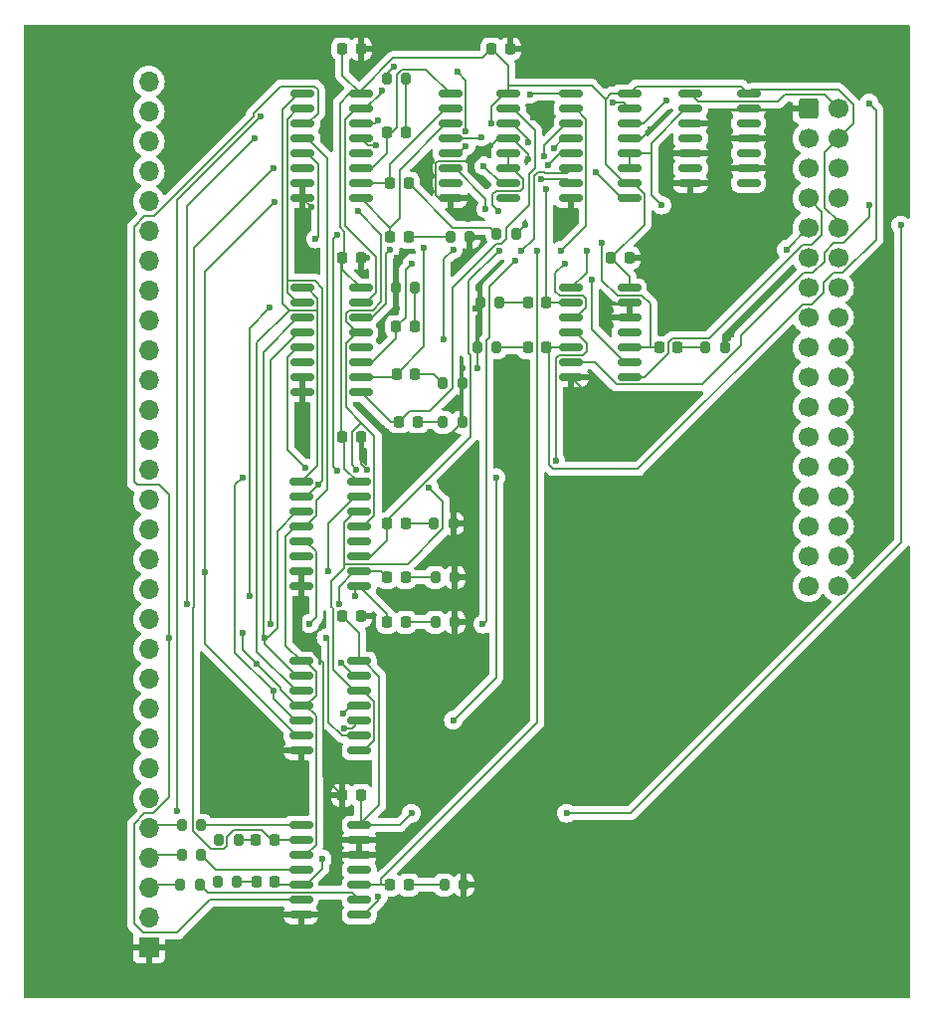
<source format=gbr>
%TF.GenerationSoftware,KiCad,Pcbnew,8.0.6-1.fc41*%
%TF.CreationDate,2024-12-08T17:17:19+02:00*%
%TF.ProjectId,logicanalyzer,6c6f6769-6361-46e6-916c-797a65722e6b,rev?*%
%TF.SameCoordinates,Original*%
%TF.FileFunction,Copper,L1,Top*%
%TF.FilePolarity,Positive*%
%FSLAX46Y46*%
G04 Gerber Fmt 4.6, Leading zero omitted, Abs format (unit mm)*
G04 Created by KiCad (PCBNEW 8.0.6-1.fc41) date 2024-12-08 17:17:19*
%MOMM*%
%LPD*%
G01*
G04 APERTURE LIST*
G04 Aperture macros list*
%AMRoundRect*
0 Rectangle with rounded corners*
0 $1 Rounding radius*
0 $2 $3 $4 $5 $6 $7 $8 $9 X,Y pos of 4 corners*
0 Add a 4 corners polygon primitive as box body*
4,1,4,$2,$3,$4,$5,$6,$7,$8,$9,$2,$3,0*
0 Add four circle primitives for the rounded corners*
1,1,$1+$1,$2,$3*
1,1,$1+$1,$4,$5*
1,1,$1+$1,$6,$7*
1,1,$1+$1,$8,$9*
0 Add four rect primitives between the rounded corners*
20,1,$1+$1,$2,$3,$4,$5,0*
20,1,$1+$1,$4,$5,$6,$7,0*
20,1,$1+$1,$6,$7,$8,$9,0*
20,1,$1+$1,$8,$9,$2,$3,0*%
G04 Aperture macros list end*
%TA.AperFunction,SMDPad,CuDef*%
%ADD10RoundRect,0.200000X-0.200000X-0.275000X0.200000X-0.275000X0.200000X0.275000X-0.200000X0.275000X0*%
%TD*%
%TA.AperFunction,SMDPad,CuDef*%
%ADD11RoundRect,0.200000X0.200000X0.275000X-0.200000X0.275000X-0.200000X-0.275000X0.200000X-0.275000X0*%
%TD*%
%TA.AperFunction,SMDPad,CuDef*%
%ADD12RoundRect,0.218750X0.218750X0.256250X-0.218750X0.256250X-0.218750X-0.256250X0.218750X-0.256250X0*%
%TD*%
%TA.AperFunction,SMDPad,CuDef*%
%ADD13RoundRect,0.150000X-0.825000X-0.150000X0.825000X-0.150000X0.825000X0.150000X-0.825000X0.150000X0*%
%TD*%
%TA.AperFunction,SMDPad,CuDef*%
%ADD14RoundRect,0.225000X0.225000X0.250000X-0.225000X0.250000X-0.225000X-0.250000X0.225000X-0.250000X0*%
%TD*%
%TA.AperFunction,SMDPad,CuDef*%
%ADD15RoundRect,0.225000X-0.225000X-0.250000X0.225000X-0.250000X0.225000X0.250000X-0.225000X0.250000X0*%
%TD*%
%TA.AperFunction,SMDPad,CuDef*%
%ADD16RoundRect,0.218750X-0.218750X-0.256250X0.218750X-0.256250X0.218750X0.256250X-0.218750X0.256250X0*%
%TD*%
%TA.AperFunction,ComponentPad*%
%ADD17R,1.700000X1.700000*%
%TD*%
%TA.AperFunction,ComponentPad*%
%ADD18O,1.700000X1.700000*%
%TD*%
%TA.AperFunction,ComponentPad*%
%ADD19RoundRect,0.250000X-0.600000X-0.600000X0.600000X-0.600000X0.600000X0.600000X-0.600000X0.600000X0*%
%TD*%
%TA.AperFunction,ComponentPad*%
%ADD20C,1.700000*%
%TD*%
%TA.AperFunction,ViaPad*%
%ADD21C,0.600000*%
%TD*%
%TA.AperFunction,Conductor*%
%ADD22C,0.200000*%
%TD*%
G04 APERTURE END LIST*
D10*
%TO.P,R39,1*%
%TO.N,GND*%
X76645000Y-71120000D03*
%TO.P,R39,2*%
%TO.N,Net-(D11-K)*%
X78295000Y-71120000D03*
%TD*%
%TO.P,R27,1*%
%TO.N,Net-(J2-Pin_3)*%
X58294000Y-121920000D03*
%TO.P,R27,2*%
%TO.N,CI*%
X59944000Y-121920000D03*
%TD*%
D11*
%TO.P,R38,1*%
%TO.N,GND*%
X82296000Y-82550000D03*
%TO.P,R38,2*%
%TO.N,Net-(D10-K)*%
X80646000Y-82550000D03*
%TD*%
D12*
%TO.P,D8,1,K*%
%TO.N,Net-(D8-K)*%
X77470000Y-95758000D03*
%TO.P,D8,2,A*%
%TO.N,SMPL_A_is_C*%
X75895000Y-95758000D03*
%TD*%
D13*
%TO.P,U2,1,QB*%
%TO.N,Inv_B_Input*%
X91570000Y-54610000D03*
%TO.P,U2,2,QC*%
%TO.N,Inv_C_Input*%
X91570000Y-55880000D03*
%TO.P,U2,3,QD*%
%TO.N,SMPL_A_is_B*%
X91570000Y-57150000D03*
%TO.P,U2,4,QE*%
%TO.N,SMPL_A_is_C*%
X91570000Y-58420000D03*
%TO.P,U2,5,QF*%
%TO.N,SMPL_A_is_A+C*%
X91570000Y-59690000D03*
%TO.P,U2,6,QG*%
%TO.N,SMPL_B_is_B*%
X91570000Y-60960000D03*
%TO.P,U2,7,QH*%
%TO.N,SMPL_B_is_C*%
X91570000Y-62230000D03*
%TO.P,U2,8,GND*%
%TO.N,GND*%
X91570000Y-63500000D03*
%TO.P,U2,9,QH'*%
%TO.N,Net-(U2-QH')*%
X96520000Y-63500000D03*
%TO.P,U2,10,~{SRCLR}*%
%TO.N,+5V*%
X96520000Y-62230000D03*
%TO.P,U2,11,SRCLK*%
%TO.N,Net-(U2-RCLK)*%
X96520000Y-60960000D03*
%TO.P,U2,12,RCLK*%
X96520000Y-59690000D03*
%TO.P,U2,13,~{OE}*%
%TO.N,GND*%
X96520000Y-58420000D03*
%TO.P,U2,14,SER*%
%TO.N,DATA*%
X96520000Y-57150000D03*
%TO.P,U2,15,QA*%
%TO.N,Inv_A_Input*%
X96520000Y-55880000D03*
%TO.P,U2,16,VCC*%
%TO.N,+5V*%
X96520000Y-54610000D03*
%TD*%
D10*
%TO.P,R29,1*%
%TO.N,GND*%
X61596000Y-118110000D03*
%TO.P,R29,2*%
%TO.N,Net-(D2-K)*%
X63246000Y-118110000D03*
%TD*%
D13*
%TO.P,U9,1,I3*%
%TO.N,A+B*%
X68580000Y-87630000D03*
%TO.P,U9,2,I2*%
%TO.N,C*%
X68580000Y-88900000D03*
%TO.P,U9,3,I1*%
%TO.N,B*%
X68580000Y-90170000D03*
%TO.P,U9,4,I0*%
%TO.N,A*%
X68580000Y-91440000D03*
%TO.P,U9,5,Q*%
%TO.N,Net-(U9-Q)*%
X68580000Y-92710000D03*
%TO.P,U9,6,~{Q}*%
%TO.N,unconnected-(U9-~{Q}-Pad6)*%
X68580000Y-93980000D03*
%TO.P,U9,7,~{E}*%
%TO.N,GND*%
X68580000Y-95250000D03*
%TO.P,U9,8,GND*%
X68580000Y-96520000D03*
%TO.P,U9,9,S2*%
%TO.N,SMPL_A_is_A+C*%
X73530000Y-96520000D03*
%TO.P,U9,10,S1*%
%TO.N,SMPL_A_is_C*%
X73530000Y-95250000D03*
%TO.P,U9,11,S0*%
%TO.N,SMPL_A_is_B*%
X73530000Y-93980000D03*
%TO.P,U9,12,I7*%
%TO.N,unconnected-(U9-I7-Pad12)*%
X73530000Y-92710000D03*
%TO.P,U9,13,I6*%
%TO.N,A+B+C*%
X73530000Y-91440000D03*
%TO.P,U9,14,I5*%
%TO.N,B+C*%
X73530000Y-90170000D03*
%TO.P,U9,15,I4*%
%TO.N,A+C*%
X73530000Y-88900000D03*
%TO.P,U9,16,VCC*%
%TO.N,+5V*%
X73530000Y-87630000D03*
%TD*%
D14*
%TO.P,C1,1*%
%TO.N,+5V*%
X73660000Y-114300000D03*
%TO.P,C1,2*%
%TO.N,GND*%
X72110000Y-114300000D03*
%TD*%
D11*
%TO.P,R41,1*%
%TO.N,GND*%
X82930000Y-66802000D03*
%TO.P,R41,2*%
%TO.N,Net-(D13-K)*%
X81280000Y-66802000D03*
%TD*%
D15*
%TO.P,C5,1*%
%TO.N,+5V*%
X94970000Y-68580000D03*
%TO.P,C5,2*%
%TO.N,GND*%
X96520000Y-68580000D03*
%TD*%
%TO.P,C2,1*%
%TO.N,+5V*%
X72110000Y-68580000D03*
%TO.P,C2,2*%
%TO.N,GND*%
X73660000Y-68580000D03*
%TD*%
D16*
%TO.P,D5,1,K*%
%TO.N,Net-(D5-K)*%
X87884000Y-76200000D03*
%TO.P,D5,2,A*%
%TO.N,Inv_B_Output*%
X89459000Y-76200000D03*
%TD*%
D11*
%TO.P,R37,1*%
%TO.N,GND*%
X81534000Y-91186000D03*
%TO.P,R37,2*%
%TO.N,Net-(D9-K)*%
X79884000Y-91186000D03*
%TD*%
%TO.P,R43,1*%
%TO.N,GND*%
X86868000Y-66548000D03*
%TO.P,R43,2*%
%TO.N,Net-(D15-K)*%
X85218000Y-66548000D03*
%TD*%
D10*
%TO.P,R34,1*%
%TO.N,GND*%
X83820000Y-72390000D03*
%TO.P,R34,2*%
%TO.N,Net-(D6-K)*%
X85470000Y-72390000D03*
%TD*%
%TO.P,R25,1*%
%TO.N,Net-(J2-Pin_5)*%
X58420000Y-116840000D03*
%TO.P,R25,2*%
%TO.N,AI*%
X60070000Y-116840000D03*
%TD*%
D11*
%TO.P,R36,1*%
%TO.N,GND*%
X81660000Y-95758000D03*
%TO.P,R36,2*%
%TO.N,Net-(D8-K)*%
X80010000Y-95758000D03*
%TD*%
D15*
%TO.P,C7,1*%
%TO.N,+5V*%
X72110000Y-99060000D03*
%TO.P,C7,2*%
%TO.N,GND*%
X73660000Y-99060000D03*
%TD*%
D17*
%TO.P,J2,1,Pin_1*%
%TO.N,GND*%
X55626000Y-127254000D03*
D18*
%TO.P,J2,2,Pin_2*%
%TO.N,Net-(J2-Pin_2)*%
X55626000Y-124714000D03*
%TO.P,J2,3,Pin_3*%
%TO.N,Net-(J2-Pin_3)*%
X55626000Y-122174000D03*
%TO.P,J2,4,Pin_4*%
%TO.N,Net-(J2-Pin_4)*%
X55626000Y-119634000D03*
%TO.P,J2,5,Pin_5*%
%TO.N,Net-(J2-Pin_5)*%
X55626000Y-117094000D03*
%TO.P,J2,6,Pin_6*%
%TO.N,unconnected-(J2-Pin_6-Pad6)*%
X55626000Y-114554000D03*
%TO.P,J2,7,Pin_7*%
%TO.N,Net-(J2-Pin_7)*%
X55626000Y-112014000D03*
%TO.P,J2,8,Pin_8*%
%TO.N,Net-(J2-Pin_8)*%
X55626000Y-109474000D03*
%TO.P,J2,9,Pin_9*%
%TO.N,Net-(J2-Pin_9)*%
X55626000Y-106934000D03*
%TO.P,J2,10,Pin_10*%
%TO.N,Net-(J2-Pin_10)*%
X55626000Y-104394000D03*
%TO.P,J2,11,Pin_11*%
%TO.N,Net-(J2-Pin_11)*%
X55626000Y-101854000D03*
%TO.P,J2,12,Pin_12*%
%TO.N,Net-(J2-Pin_12)*%
X55626000Y-99314000D03*
%TO.P,J2,13,Pin_13*%
%TO.N,Net-(J2-Pin_13)*%
X55626000Y-96774000D03*
%TO.P,J2,14,Pin_14*%
%TO.N,Net-(J2-Pin_14)*%
X55626000Y-94234000D03*
%TO.P,J2,15,Pin_15*%
%TO.N,Net-(J2-Pin_15)*%
X55626000Y-91694000D03*
%TO.P,J2,16,Pin_16*%
%TO.N,Net-(J2-Pin_16)*%
X55626000Y-89154000D03*
%TO.P,J2,17,Pin_17*%
%TO.N,Net-(J2-Pin_17)*%
X55626000Y-86614000D03*
%TO.P,J2,18,Pin_18*%
%TO.N,Net-(J2-Pin_18)*%
X55626000Y-84074000D03*
%TO.P,J2,19,Pin_19*%
%TO.N,Net-(J2-Pin_19)*%
X55626000Y-81534000D03*
%TO.P,J2,20,Pin_20*%
%TO.N,Net-(J2-Pin_20)*%
X55626000Y-78994000D03*
%TO.P,J2,21,Pin_21*%
%TO.N,Net-(J2-Pin_21)*%
X55626000Y-76454000D03*
%TO.P,J2,22,Pin_22*%
%TO.N,Net-(J2-Pin_22)*%
X55626000Y-73914000D03*
%TO.P,J2,23,Pin_23*%
%TO.N,Net-(J2-Pin_23)*%
X55626000Y-71374000D03*
%TO.P,J2,24,Pin_24*%
%TO.N,Net-(J2-Pin_24)*%
X55626000Y-68834000D03*
%TO.P,J2,25,Pin_25*%
%TO.N,Net-(J2-Pin_25)*%
X55626000Y-66294000D03*
%TO.P,J2,26,Pin_26*%
%TO.N,Net-(J2-Pin_26)*%
X55626000Y-63754000D03*
%TO.P,J2,27,Pin_27*%
%TO.N,Net-(J2-Pin_27)*%
X55626000Y-61214000D03*
%TO.P,J2,28,Pin_28*%
%TO.N,Net-(J2-Pin_28)*%
X55626000Y-58674000D03*
%TO.P,J2,29,Pin_29*%
%TO.N,Net-(J2-Pin_29)*%
X55626000Y-56134000D03*
%TO.P,J2,30,Pin_30*%
%TO.N,Net-(J2-Pin_30)*%
X55626000Y-53594000D03*
%TD*%
D13*
%TO.P,U3,1,QB*%
%TO.N,SMPL_C_is_B*%
X81280000Y-54610000D03*
%TO.P,U3,2,QC*%
%TO.N,SMPL_C_is_C*%
X81280000Y-55880000D03*
%TO.P,U3,3,QD*%
%TO.N,SMPL_C_is_A+C*%
X81280000Y-57150000D03*
%TO.P,U3,4,QE*%
%TO.N,Inv_A_Output*%
X81280000Y-58420000D03*
%TO.P,U3,5,QF*%
%TO.N,Inv_B_Output*%
X81280000Y-59690000D03*
%TO.P,U3,6,QG*%
%TO.N,Inv_C_Output*%
X81280000Y-60960000D03*
%TO.P,U3,7,QH*%
%TO.N,unconnected-(U3-QH-Pad7)*%
X81280000Y-62230000D03*
%TO.P,U3,8,GND*%
%TO.N,GND*%
X81280000Y-63500000D03*
%TO.P,U3,9,QH'*%
%TO.N,unconnected-(U3-QH'-Pad9)*%
X86230000Y-63500000D03*
%TO.P,U3,10,~{SRCLR}*%
%TO.N,+5V*%
X86230000Y-62230000D03*
%TO.P,U3,11,SRCLK*%
%TO.N,Net-(U2-RCLK)*%
X86230000Y-60960000D03*
%TO.P,U3,12,RCLK*%
X86230000Y-59690000D03*
%TO.P,U3,13,~{OE}*%
%TO.N,GND*%
X86230000Y-58420000D03*
%TO.P,U3,14,SER*%
%TO.N,Net-(U2-QH')*%
X86230000Y-57150000D03*
%TO.P,U3,15,QA*%
%TO.N,SMPL_B_is_A+C*%
X86230000Y-55880000D03*
%TO.P,U3,16,VCC*%
%TO.N,+5V*%
X86230000Y-54610000D03*
%TD*%
D10*
%TO.P,R42,1*%
%TO.N,GND*%
X75883000Y-53340000D03*
%TO.P,R42,2*%
%TO.N,Net-(D14-K)*%
X77533000Y-53340000D03*
%TD*%
%TO.P,R31,1*%
%TO.N,GND*%
X61468000Y-121666000D03*
%TO.P,R31,2*%
%TO.N,Net-(D3-K)*%
X63118000Y-121666000D03*
%TD*%
D11*
%TO.P,R32,1*%
%TO.N,GND*%
X104648000Y-76200000D03*
%TO.P,R32,2*%
%TO.N,Net-(D4-K)*%
X102998000Y-76200000D03*
%TD*%
D15*
%TO.P,C4,1*%
%TO.N,+5V*%
X84810000Y-50800000D03*
%TO.P,C4,2*%
%TO.N,GND*%
X86360000Y-50800000D03*
%TD*%
D13*
%TO.P,U5,1,I3*%
%TO.N,A+B*%
X68710000Y-54610000D03*
%TO.P,U5,2,I2*%
%TO.N,C*%
X68710000Y-55880000D03*
%TO.P,U5,3,I1*%
%TO.N,B*%
X68710000Y-57150000D03*
%TO.P,U5,4,I0*%
%TO.N,A*%
X68710000Y-58420000D03*
%TO.P,U5,5,Q*%
%TO.N,Net-(U5-Q)*%
X68710000Y-59690000D03*
%TO.P,U5,6,~{Q}*%
%TO.N,unconnected-(U5-~{Q}-Pad6)*%
X68710000Y-60960000D03*
%TO.P,U5,7,~{E}*%
%TO.N,GND*%
X68710000Y-62230000D03*
%TO.P,U5,8,GND*%
X68710000Y-63500000D03*
%TO.P,U5,9,S2*%
%TO.N,SMPL_C_is_A+C*%
X73660000Y-63500000D03*
%TO.P,U5,10,S1*%
%TO.N,SMPL_C_is_C*%
X73660000Y-62230000D03*
%TO.P,U5,11,S0*%
%TO.N,SMPL_C_is_B*%
X73660000Y-60960000D03*
%TO.P,U5,12,I7*%
%TO.N,unconnected-(U5-I7-Pad12)*%
X73660000Y-59690000D03*
%TO.P,U5,13,I6*%
%TO.N,A+B+C*%
X73660000Y-58420000D03*
%TO.P,U5,14,I5*%
%TO.N,B+C*%
X73660000Y-57150000D03*
%TO.P,U5,15,I4*%
%TO.N,A+C*%
X73660000Y-55880000D03*
%TO.P,U5,16,VCC*%
%TO.N,+5V*%
X73660000Y-54610000D03*
%TD*%
D16*
%TO.P,D3,1,K*%
%TO.N,Net-(D3-K)*%
X64770000Y-121666000D03*
%TO.P,D3,2,A*%
%TO.N,Inv_B_Input*%
X66345000Y-121666000D03*
%TD*%
D12*
%TO.P,D13,1,K*%
%TO.N,Net-(D13-K)*%
X77724000Y-66802000D03*
%TO.P,D13,2,A*%
%TO.N,SMPL_C_is_A+C*%
X76149000Y-66802000D03*
%TD*%
%TO.P,D11,1,K*%
%TO.N,Net-(D11-K)*%
X78232000Y-74422000D03*
%TO.P,D11,2,A*%
%TO.N,SMPL_B_is_B*%
X76657000Y-74422000D03*
%TD*%
%TO.P,D7,1,K*%
%TO.N,Net-(D7-K)*%
X77470000Y-99568000D03*
%TO.P,D7,2,A*%
%TO.N,SMPL_A_is_A+C*%
X75895000Y-99568000D03*
%TD*%
D16*
%TO.P,D6,1,K*%
%TO.N,Net-(D6-K)*%
X87884000Y-72390000D03*
%TO.P,D6,2,A*%
%TO.N,Inv_A_Output*%
X89459000Y-72390000D03*
%TD*%
D12*
%TO.P,D12,1,K*%
%TO.N,Net-(D12-K)*%
X78283000Y-78486000D03*
%TO.P,D12,2,A*%
%TO.N,SMPL_B_is_C*%
X76708000Y-78486000D03*
%TD*%
%TO.P,D9,1,K*%
%TO.N,Net-(D9-K)*%
X77470000Y-91186000D03*
%TO.P,D9,2,A*%
%TO.N,SMPL_A_is_B*%
X75895000Y-91186000D03*
%TD*%
%TO.P,D14,1,K*%
%TO.N,Net-(D14-K)*%
X77470000Y-57912000D03*
%TO.P,D14,2,A*%
%TO.N,SMPL_C_is_B*%
X75895000Y-57912000D03*
%TD*%
D16*
%TO.P,D2,1,K*%
%TO.N,Net-(D2-K)*%
X64719000Y-118110000D03*
%TO.P,D2,2,A*%
%TO.N,Inv_A_Input*%
X66294000Y-118110000D03*
%TD*%
D15*
%TO.P,C3,1*%
%TO.N,+5V*%
X72110000Y-50800000D03*
%TO.P,C3,2*%
%TO.N,GND*%
X73660000Y-50800000D03*
%TD*%
D11*
%TO.P,R24,1*%
%TO.N,GND*%
X82422000Y-121920000D03*
%TO.P,R24,2*%
%TO.N,Net-(D1-K)*%
X80772000Y-121920000D03*
%TD*%
D13*
%TO.P,U8,1,I3*%
%TO.N,A+B*%
X68710000Y-71120000D03*
%TO.P,U8,2,I2*%
%TO.N,C*%
X68710000Y-72390000D03*
%TO.P,U8,3,I1*%
%TO.N,B*%
X68710000Y-73660000D03*
%TO.P,U8,4,I0*%
%TO.N,A*%
X68710000Y-74930000D03*
%TO.P,U8,5,Q*%
%TO.N,Net-(U8-Q)*%
X68710000Y-76200000D03*
%TO.P,U8,6,~{Q}*%
%TO.N,unconnected-(U8-~{Q}-Pad6)*%
X68710000Y-77470000D03*
%TO.P,U8,7,~{E}*%
%TO.N,GND*%
X68710000Y-78740000D03*
%TO.P,U8,8,GND*%
X68710000Y-80010000D03*
%TO.P,U8,9,S2*%
%TO.N,SMPL_B_is_A+C*%
X73660000Y-80010000D03*
%TO.P,U8,10,S1*%
%TO.N,SMPL_B_is_C*%
X73660000Y-78740000D03*
%TO.P,U8,11,S0*%
%TO.N,SMPL_B_is_B*%
X73660000Y-77470000D03*
%TO.P,U8,12,I7*%
%TO.N,unconnected-(U8-I7-Pad12)*%
X73660000Y-76200000D03*
%TO.P,U8,13,I6*%
%TO.N,A+B+C*%
X73660000Y-74930000D03*
%TO.P,U8,14,I5*%
%TO.N,B+C*%
X73660000Y-73660000D03*
%TO.P,U8,15,I4*%
%TO.N,A+C*%
X73660000Y-72390000D03*
%TO.P,U8,16,VCC*%
%TO.N,+5V*%
X73660000Y-71120000D03*
%TD*%
%TO.P,U1,1*%
%TO.N,CLK*%
X101730000Y-54610000D03*
%TO.P,U1,2*%
%TO.N,Net-(U2-RCLK)*%
X101730000Y-55880000D03*
%TO.P,U1,3*%
%TO.N,GND*%
X101730000Y-57150000D03*
%TO.P,U1,4*%
%TO.N,unconnected-(U1-Pad4)*%
X101730000Y-58420000D03*
%TO.P,U1,5*%
%TO.N,GND*%
X101730000Y-59690000D03*
%TO.P,U1,6*%
%TO.N,unconnected-(U1-Pad6)*%
X101730000Y-60960000D03*
%TO.P,U1,7,GND*%
%TO.N,GND*%
X101730000Y-62230000D03*
%TO.P,U1,8*%
%TO.N,unconnected-(U1-Pad8)*%
X106680000Y-62230000D03*
%TO.P,U1,9*%
%TO.N,GND*%
X106680000Y-60960000D03*
%TO.P,U1,10*%
%TO.N,unconnected-(U1-Pad10)*%
X106680000Y-59690000D03*
%TO.P,U1,11*%
%TO.N,GND*%
X106680000Y-58420000D03*
%TO.P,U1,12*%
%TO.N,unconnected-(U1-Pad12)*%
X106680000Y-57150000D03*
%TO.P,U1,13*%
%TO.N,GND*%
X106680000Y-55880000D03*
%TO.P,U1,14,VCC*%
%TO.N,+5V*%
X106680000Y-54610000D03*
%TD*%
D11*
%TO.P,R40,1*%
%TO.N,GND*%
X82296000Y-79248000D03*
%TO.P,R40,2*%
%TO.N,Net-(D12-K)*%
X80646000Y-79248000D03*
%TD*%
D13*
%TO.P,U4,1*%
%TO.N,AI*%
X68580000Y-116840000D03*
%TO.P,U4,2*%
%TO.N,Inv_A_Input*%
X68580000Y-118110000D03*
%TO.P,U4,3*%
%TO.N,A*%
X68580000Y-119380000D03*
%TO.P,U4,4*%
%TO.N,BI*%
X68580000Y-120650000D03*
%TO.P,U4,5*%
%TO.N,Inv_B_Input*%
X68580000Y-121920000D03*
%TO.P,U4,6*%
%TO.N,B*%
X68580000Y-123190000D03*
%TO.P,U4,7,GND*%
%TO.N,GND*%
X68580000Y-124460000D03*
%TO.P,U4,8*%
%TO.N,C*%
X73530000Y-124460000D03*
%TO.P,U4,9*%
%TO.N,CI*%
X73530000Y-123190000D03*
%TO.P,U4,10*%
%TO.N,Inv_C_Input*%
X73530000Y-121920000D03*
%TO.P,U4,11*%
%TO.N,unconnected-(U4-Pad11)*%
X73530000Y-120650000D03*
%TO.P,U4,12*%
%TO.N,GND*%
X73530000Y-119380000D03*
%TO.P,U4,13*%
X73530000Y-118110000D03*
%TO.P,U4,14,VCC*%
%TO.N,+5V*%
X73530000Y-116840000D03*
%TD*%
D12*
%TO.P,D10,1,K*%
%TO.N,Net-(D10-K)*%
X78486000Y-82550000D03*
%TO.P,D10,2,A*%
%TO.N,SMPL_B_is_A+C*%
X76911000Y-82550000D03*
%TD*%
D10*
%TO.P,R26,1*%
%TO.N,Net-(J2-Pin_4)*%
X58420000Y-119380000D03*
%TO.P,R26,2*%
%TO.N,BI*%
X60070000Y-119380000D03*
%TD*%
D12*
%TO.P,D15,1,K*%
%TO.N,Net-(D15-K)*%
X77724000Y-62230000D03*
%TO.P,D15,2,A*%
%TO.N,SMPL_C_is_C*%
X76149000Y-62230000D03*
%TD*%
D15*
%TO.P,C6,1*%
%TO.N,+5V*%
X72110000Y-83820000D03*
%TO.P,C6,2*%
%TO.N,GND*%
X73660000Y-83820000D03*
%TD*%
D12*
%TO.P,D4,1,K*%
%TO.N,Net-(D4-K)*%
X100635000Y-76200000D03*
%TO.P,D4,2,A*%
%TO.N,Inv_C_Output*%
X99060000Y-76200000D03*
%TD*%
D11*
%TO.P,R35,1*%
%TO.N,GND*%
X81660000Y-99568000D03*
%TO.P,R35,2*%
%TO.N,Net-(D7-K)*%
X80010000Y-99568000D03*
%TD*%
D10*
%TO.P,R33,1*%
%TO.N,GND*%
X83566000Y-76200000D03*
%TO.P,R33,2*%
%TO.N,Net-(D5-K)*%
X85216000Y-76200000D03*
%TD*%
D13*
%TO.P,U6,1*%
%TO.N,A*%
X68580000Y-102870000D03*
%TO.P,U6,2*%
%TO.N,B*%
X68580000Y-104140000D03*
%TO.P,U6,3*%
%TO.N,A+B*%
X68580000Y-105410000D03*
%TO.P,U6,4*%
%TO.N,A*%
X68580000Y-106680000D03*
%TO.P,U6,5*%
%TO.N,C*%
X68580000Y-107950000D03*
%TO.P,U6,6*%
%TO.N,A+C*%
X68580000Y-109220000D03*
%TO.P,U6,7,GND*%
%TO.N,GND*%
X68580000Y-110490000D03*
%TO.P,U6,8*%
%TO.N,B+C*%
X73530000Y-110490000D03*
%TO.P,U6,9*%
%TO.N,B*%
X73530000Y-109220000D03*
%TO.P,U6,10*%
%TO.N,C*%
X73530000Y-107950000D03*
%TO.P,U6,11*%
%TO.N,A+B+C*%
X73530000Y-106680000D03*
%TO.P,U6,12*%
%TO.N,B+C*%
X73530000Y-105410000D03*
%TO.P,U6,13*%
%TO.N,A*%
X73530000Y-104140000D03*
%TO.P,U6,14,VCC*%
%TO.N,+5V*%
X73530000Y-102870000D03*
%TD*%
D12*
%TO.P,D1,1,K*%
%TO.N,Net-(D1-K)*%
X77724000Y-121920000D03*
%TO.P,D1,2,A*%
%TO.N,Inv_C_Input*%
X76149000Y-121920000D03*
%TD*%
D19*
%TO.P,J1,1,Pin_1*%
%TO.N,GND*%
X111760000Y-55880000D03*
D20*
%TO.P,J1,2,Pin_2*%
%TO.N,CLK*%
X114300000Y-55880000D03*
%TO.P,J1,3,Pin_3*%
%TO.N,unconnected-(J1-Pin_3-Pad3)*%
X111760000Y-58420000D03*
%TO.P,J1,4,Pin_4*%
%TO.N,+5V*%
X114300000Y-58420000D03*
%TO.P,J1,5,Pin_5*%
%TO.N,Ext_Trig*%
X111760000Y-60960000D03*
%TO.P,J1,6,Pin_6*%
%TO.N,DATA*%
X114300000Y-60960000D03*
%TO.P,J1,7,Pin_7*%
%TO.N,Clock_C*%
X111760000Y-63500000D03*
%TO.P,J1,8,Pin_8*%
%TO.N,Clock_B*%
X114300000Y-63500000D03*
%TO.P,J1,9,Pin_9*%
%TO.N,Clock_A*%
X111760000Y-66040000D03*
%TO.P,J1,10,Pin_10*%
%TO.N,+5V*%
X114300000Y-66040000D03*
%TO.P,J1,11,Pin_11*%
%TO.N,A0*%
X111760000Y-68580000D03*
%TO.P,J1,12,Pin_12*%
%TO.N,A1*%
X114300000Y-68580000D03*
%TO.P,J1,13,Pin_13*%
%TO.N,A2*%
X111760000Y-71120000D03*
%TO.P,J1,14,Pin_14*%
%TO.N,A3*%
X114300000Y-71120000D03*
%TO.P,J1,15,Pin_15*%
%TO.N,A4*%
X111760000Y-73660000D03*
%TO.P,J1,16,Pin_16*%
%TO.N,A5*%
X114300000Y-73660000D03*
%TO.P,J1,17,Pin_17*%
%TO.N,A6*%
X111760000Y-76200000D03*
%TO.P,J1,18,Pin_18*%
%TO.N,A7*%
X114300000Y-76200000D03*
%TO.P,J1,19,Pin_19*%
%TO.N,B0*%
X111760000Y-78740000D03*
%TO.P,J1,20,Pin_20*%
%TO.N,B1*%
X114300000Y-78740000D03*
%TO.P,J1,21,Pin_21*%
%TO.N,B2*%
X111760000Y-81280000D03*
%TO.P,J1,22,Pin_22*%
%TO.N,B3*%
X114300000Y-81280000D03*
%TO.P,J1,23,Pin_23*%
%TO.N,B4*%
X111760000Y-83820000D03*
%TO.P,J1,24,Pin_24*%
%TO.N,B5*%
X114300000Y-83820000D03*
%TO.P,J1,25,Pin_25*%
%TO.N,B6*%
X111760000Y-86360000D03*
%TO.P,J1,26,Pin_26*%
%TO.N,B7*%
X114300000Y-86360000D03*
%TO.P,J1,27,Pin_27*%
%TO.N,C0*%
X111760000Y-88900000D03*
%TO.P,J1,28,Pin_28*%
%TO.N,C1*%
X114300000Y-88900000D03*
%TO.P,J1,29,Pin_29*%
%TO.N,C2*%
X111760000Y-91440000D03*
%TO.P,J1,30,Pin_30*%
%TO.N,C3*%
X114300000Y-91440000D03*
%TO.P,J1,31,Pin_31*%
%TO.N,C4*%
X111760000Y-93980000D03*
%TO.P,J1,32,Pin_32*%
%TO.N,C5*%
X114300000Y-93980000D03*
%TO.P,J1,33,Pin_33*%
%TO.N,C6*%
X111760000Y-96520000D03*
%TO.P,J1,34,Pin_34*%
%TO.N,C7*%
X114300000Y-96520000D03*
%TD*%
D13*
%TO.P,U7,1*%
%TO.N,Net-(U9-Q)*%
X91570000Y-71120000D03*
%TO.P,U7,2*%
%TO.N,Inv_A_Output*%
X91570000Y-72390000D03*
%TO.P,U7,3*%
%TO.N,Clock_A*%
X91570000Y-73660000D03*
%TO.P,U7,4*%
%TO.N,Net-(U8-Q)*%
X91570000Y-74930000D03*
%TO.P,U7,5*%
%TO.N,Inv_B_Output*%
X91570000Y-76200000D03*
%TO.P,U7,6*%
%TO.N,Clock_B*%
X91570000Y-77470000D03*
%TO.P,U7,7,GND*%
%TO.N,GND*%
X91570000Y-78740000D03*
%TO.P,U7,8*%
%TO.N,Clock_C*%
X96520000Y-78740000D03*
%TO.P,U7,9*%
%TO.N,Net-(U5-Q)*%
X96520000Y-77470000D03*
%TO.P,U7,10*%
%TO.N,Inv_C_Output*%
X96520000Y-76200000D03*
%TO.P,U7,11*%
%TO.N,unconnected-(U7-Pad11)*%
X96520000Y-74930000D03*
%TO.P,U7,12*%
%TO.N,GND*%
X96520000Y-73660000D03*
%TO.P,U7,13*%
X96520000Y-72390000D03*
%TO.P,U7,14,VCC*%
%TO.N,+5V*%
X96520000Y-71120000D03*
%TD*%
D21*
%TO.N,GND*%
X61468000Y-121666000D03*
X61468000Y-115570000D03*
X101854000Y-80518000D03*
X98298000Y-57658000D03*
X76454000Y-50292000D03*
X76708000Y-68580000D03*
X82804000Y-68434700D03*
X88342285Y-56592285D03*
X94488000Y-73060000D03*
X68834000Y-83058000D03*
X74168000Y-68580000D03*
X99314000Y-65786000D03*
X76474265Y-52344265D03*
X82296000Y-77978000D03*
X99822000Y-72870000D03*
X87884000Y-60198000D03*
X76708000Y-72898000D03*
X74172415Y-86609585D03*
X83463500Y-72898000D03*
X87630000Y-65786000D03*
X109982000Y-75438000D03*
X77470000Y-86609585D03*
X82550000Y-86614000D03*
X69419500Y-64262000D03*
X61468000Y-118110000D03*
X105410000Y-80518000D03*
X89408000Y-57658000D03*
X90932000Y-65532000D03*
X104902000Y-75438000D03*
X68580000Y-113792000D03*
X83598500Y-77978000D03*
X75438000Y-83058000D03*
X118872000Y-58166000D03*
X82804000Y-65278000D03*
X71120000Y-113030000D03*
%TO.N,Clock_B*%
X116949000Y-64093400D03*
%TO.N,Clock_A*%
X109888000Y-67853700D03*
X91033600Y-69034700D03*
%TO.N,DATA*%
X99727300Y-55144400D03*
%TO.N,Net-(U2-RCLK)*%
X85389400Y-64598200D03*
X99281400Y-64093400D03*
%TO.N,SMPL_B_is_B*%
X78049600Y-69034700D03*
X87356600Y-67972400D03*
%TO.N,Inv_A_Input*%
X66255600Y-60922200D03*
X95115300Y-55379300D03*
%TO.N,Inv_C_Input*%
X88688100Y-67929000D03*
X90731000Y-67929800D03*
%TO.N,Inv_B_Input*%
X58003200Y-115653000D03*
X70387300Y-119692000D03*
X65108000Y-56565700D03*
X88077700Y-54660500D03*
%TO.N,SMPL_A_is_B*%
X89300700Y-59885000D03*
X85453100Y-67951700D03*
%TO.N,SMPL_A_is_C*%
X71789400Y-97998200D03*
X90096200Y-59230600D03*
X64593100Y-58415400D03*
X58858300Y-97998200D03*
%TO.N,SMPL_B_is_C*%
X89009100Y-61843800D03*
X79054300Y-67740100D03*
%TO.N,Net-(U2-QH')*%
X93662800Y-61314900D03*
X87888700Y-58771100D03*
%TO.N,SMPL_A_is_A+C*%
X73209000Y-97347000D03*
X64194600Y-97339900D03*
X89605900Y-60722200D03*
X80728000Y-75505000D03*
X81530400Y-67858600D03*
X65937000Y-72797500D03*
%TO.N,Inv_A_Output*%
X89410900Y-62711700D03*
X83928800Y-58298800D03*
%TO.N,Inv_B_Output*%
X82617500Y-57785000D03*
X82617500Y-59055000D03*
X81893900Y-52729900D03*
X116951000Y-55401500D03*
%TO.N,Inv_C_Output*%
X84297400Y-64392800D03*
X94217400Y-67318600D03*
%TO.N,A*%
X64764200Y-103090000D03*
X65971000Y-99734800D03*
X71985400Y-103018000D03*
X63594500Y-100485000D03*
%TO.N,C*%
X66207300Y-105412000D03*
X75156400Y-122892000D03*
X72263700Y-108583000D03*
X70087300Y-87869900D03*
X63592900Y-87271800D03*
%TO.N,B*%
X65482600Y-100906000D03*
X70710800Y-100905000D03*
X57374600Y-100905000D03*
%TO.N,A+B+C*%
X72197700Y-107302000D03*
X73416000Y-64590400D03*
X73282700Y-86568400D03*
X74977300Y-59023200D03*
X85194000Y-87273400D03*
X81554300Y-107891000D03*
%TO.N,B+C*%
X71639800Y-86705900D03*
X71640500Y-66587400D03*
X79491300Y-88126800D03*
X76149700Y-67858600D03*
X75143100Y-56862700D03*
%TO.N,A+C*%
X60426700Y-95323700D03*
X75473500Y-54377000D03*
X66341400Y-63800900D03*
X70912200Y-95264100D03*
%TO.N,Net-(U5-Q)*%
X93331500Y-70425000D03*
X69823300Y-66961600D03*
%TO.N,Net-(U8-Q)*%
X68965600Y-86432800D03*
X90269800Y-85852600D03*
%TO.N,+5V*%
X91186000Y-115824000D03*
X84741600Y-57150400D03*
X119634000Y-65786000D03*
X84129800Y-60745600D03*
X77978000Y-115824000D03*
%TO.N,Net-(U9-Q)*%
X86792300Y-68837300D03*
X69307900Y-99697700D03*
X84058800Y-99734800D03*
X92878200Y-67929000D03*
%TD*%
D22*
%TO.N,GND*%
X75883000Y-53340000D02*
X75883000Y-52935530D01*
X93348000Y-80518000D02*
X101854000Y-80518000D01*
X86575552Y-58420000D02*
X86230000Y-58420000D01*
X75438000Y-83058000D02*
X75938314Y-83558314D01*
X96520000Y-58420000D02*
X97536000Y-58420000D01*
X79494314Y-83558314D02*
X80391000Y-84455000D01*
X82930000Y-66802000D02*
X82930000Y-68308700D01*
X68710000Y-63500000D02*
X68710000Y-63552500D01*
X97536000Y-58420000D02*
X98298000Y-57658000D01*
X73660000Y-68580000D02*
X74168000Y-68580000D01*
X83463500Y-72898000D02*
X83463500Y-72746500D01*
X89408000Y-57658000D02*
X89408000Y-57404000D01*
X83566000Y-77945500D02*
X83598500Y-77978000D01*
X75946000Y-50800000D02*
X73660000Y-50800000D01*
X76708000Y-71183000D02*
X76645000Y-71120000D01*
X68710000Y-80010000D02*
X68710000Y-82934000D01*
X104648000Y-76200000D02*
X104648000Y-75692000D01*
X68580000Y-96520000D02*
X68580000Y-101092000D01*
X73660000Y-86097170D02*
X74172415Y-86609585D01*
X83463500Y-72746500D02*
X83820000Y-72390000D01*
X68580000Y-101092000D02*
X70514490Y-103026490D01*
X68710000Y-82934000D02*
X68834000Y-83058000D01*
X91570000Y-78740000D02*
X93348000Y-80518000D01*
X95088000Y-73660000D02*
X94488000Y-73060000D01*
X80005000Y-60549448D02*
X80225012Y-60329436D01*
X76454000Y-50292000D02*
X75946000Y-50800000D01*
X85344000Y-58420000D02*
X86230000Y-58420000D01*
X68580000Y-110490000D02*
X68580000Y-113792000D01*
X96520000Y-73660000D02*
X95088000Y-73660000D01*
X80305001Y-63500000D02*
X80005000Y-63199999D01*
X87884000Y-59728448D02*
X86575552Y-58420000D01*
X70514490Y-112704490D02*
X72110000Y-114300000D01*
X78236415Y-86609585D02*
X77470000Y-86609585D01*
X75883000Y-52935530D02*
X76474265Y-52344265D01*
X71120000Y-113030000D02*
X71120000Y-113310000D01*
X71120000Y-113310000D02*
X72110000Y-114300000D01*
X68710000Y-63552500D02*
X69419500Y-64262000D01*
X104648000Y-75692000D02*
X104902000Y-75438000D01*
X80225012Y-60329436D02*
X83434564Y-60329436D01*
X82296000Y-82550000D02*
X80391000Y-84455000D01*
X76645000Y-69151000D02*
X76645000Y-71120000D01*
X73660000Y-83820000D02*
X73660000Y-86097170D01*
X76708000Y-69088000D02*
X76645000Y-69151000D01*
X76708000Y-72898000D02*
X76708000Y-71183000D01*
X80005000Y-63199999D02*
X80005000Y-60549448D01*
X86868000Y-66548000D02*
X87630000Y-65786000D01*
X83434564Y-60329436D02*
X85344000Y-58420000D01*
X83566000Y-76200000D02*
X83566000Y-77945500D01*
X81280000Y-63500000D02*
X80305001Y-63500000D01*
X70514490Y-103026490D02*
X70514490Y-112704490D01*
X89408000Y-57658000D02*
X88342285Y-56592285D01*
X82930000Y-68308700D02*
X82804000Y-68434700D01*
X61596000Y-118110000D02*
X61468000Y-118110000D01*
X76708000Y-68580000D02*
X76708000Y-69088000D01*
X87884000Y-60198000D02*
X87884000Y-59728448D01*
X75938314Y-83558314D02*
X79494314Y-83558314D01*
X80391000Y-84455000D02*
X78236415Y-86609585D01*
%TO.N,Clock_B*%
X91570000Y-77470000D02*
X93573600Y-77470000D01*
X111366000Y-69850000D02*
X112138000Y-69850000D01*
X93573600Y-77470000D02*
X95446400Y-79342800D01*
X102749000Y-79342800D02*
X106049000Y-76043000D01*
X113113000Y-68131200D02*
X113934000Y-67310000D01*
X113113000Y-68875400D02*
X113113000Y-68131200D01*
X106049000Y-76043000D02*
X106049000Y-75166700D01*
X112138000Y-69850000D02*
X113113000Y-68875400D01*
X95446400Y-79342800D02*
X102749000Y-79342800D01*
X114752000Y-67310000D02*
X116949000Y-65112700D01*
X113934000Y-67310000D02*
X114752000Y-67310000D01*
X106049000Y-75166700D02*
X111366000Y-69850000D01*
X116949000Y-65112700D02*
X116949000Y-64093400D01*
%TO.N,Clock_A*%
X91033600Y-69034700D02*
X90243300Y-69825000D01*
X111702000Y-66040000D02*
X109888000Y-67853700D01*
X91985200Y-73660000D02*
X91570000Y-73660000D01*
X90243300Y-69825000D02*
X90243300Y-71409600D01*
X92854400Y-72790800D02*
X91985200Y-73660000D01*
X90243300Y-71409600D02*
X90588700Y-71755000D01*
X92585100Y-71755000D02*
X92854400Y-72024300D01*
X111760000Y-66040000D02*
X111702000Y-66040000D01*
X92854400Y-72024300D02*
X92854400Y-72790800D01*
X90588700Y-71755000D02*
X92585100Y-71755000D01*
%TO.N,DATA*%
X97721700Y-57150000D02*
X99727300Y-55144400D01*
X96520000Y-57150000D02*
X97721700Y-57150000D01*
%TO.N,Clock_C*%
X96520000Y-78740000D02*
X97804300Y-78740000D01*
X112913000Y-64652600D02*
X111760000Y-63500000D01*
X100197000Y-75404000D02*
X103303000Y-75404000D01*
X99847500Y-76696800D02*
X99847500Y-75753100D01*
X111279000Y-67428300D02*
X112060000Y-67428300D01*
X99847500Y-75753100D02*
X100197000Y-75404000D01*
X112913000Y-66575800D02*
X112913000Y-64652600D01*
X112060000Y-67428300D02*
X112913000Y-66575800D01*
X97804300Y-78740000D02*
X99847500Y-76696800D01*
X103303000Y-75404000D02*
X111279000Y-67428300D01*
%TO.N,CLK*%
X102365000Y-55245000D02*
X101730000Y-54610000D01*
X113113000Y-54692600D02*
X109743000Y-54692600D01*
X114300000Y-55880000D02*
X113113000Y-54692600D01*
X109190000Y-55245000D02*
X102365000Y-55245000D01*
X109743000Y-54692600D02*
X109190000Y-55245000D01*
%TO.N,Net-(J2-Pin_5)*%
X55880000Y-116840000D02*
X58420000Y-116840000D01*
%TO.N,Net-(J2-Pin_3)*%
X55880000Y-121920000D02*
X58294000Y-121920000D01*
%TO.N,Net-(J2-Pin_4)*%
X55880000Y-119380000D02*
X58420000Y-119380000D01*
%TO.N,AI*%
X60070000Y-116840000D02*
X68580000Y-116840000D01*
%TO.N,BI*%
X61340000Y-120650000D02*
X68580000Y-120650000D01*
X60070000Y-119380000D02*
X61340000Y-120650000D01*
%TO.N,CI*%
X72930000Y-122590000D02*
X73530000Y-123190000D01*
X60614000Y-122590000D02*
X72930000Y-122590000D01*
X59944000Y-121920000D02*
X60614000Y-122590000D01*
%TO.N,Net-(U2-RCLK)*%
X87273600Y-62865000D02*
X87525300Y-62613300D01*
X84895200Y-64104000D02*
X84895200Y-63157100D01*
X85389400Y-64598200D02*
X84895200Y-64104000D01*
X87525300Y-61900300D02*
X86585000Y-60960000D01*
X86230000Y-59690000D02*
X86230000Y-60960000D01*
X85187300Y-62865000D02*
X87273600Y-62865000D01*
X98430800Y-58784400D02*
X98430800Y-59690000D01*
X98430800Y-63242800D02*
X99281400Y-64093400D01*
X101335000Y-55880000D02*
X98430800Y-58784400D01*
X84895200Y-63157100D02*
X85187300Y-62865000D01*
X86585000Y-60960000D02*
X86230000Y-60960000D01*
X87525300Y-62613300D02*
X87525300Y-61900300D01*
X96520000Y-60960000D02*
X96520000Y-59690000D01*
X96520000Y-59690000D02*
X98430800Y-59690000D01*
X101730000Y-55880000D02*
X101335000Y-55880000D01*
X98430800Y-59690000D02*
X98430800Y-63242800D01*
%TO.N,SMPL_B_is_B*%
X77470000Y-73609000D02*
X76657000Y-74422000D01*
X89275000Y-61242100D02*
X89356800Y-61323900D01*
X88760000Y-61242100D02*
X89275000Y-61242100D01*
X73660000Y-77470000D02*
X74635000Y-77470000D01*
X76657000Y-75448000D02*
X76657000Y-74422000D01*
X88407400Y-61594700D02*
X88760000Y-61242100D01*
X91206100Y-61323900D02*
X91570000Y-60960000D01*
X87356600Y-67972400D02*
X88407400Y-66921600D01*
X89356800Y-61323900D02*
X91206100Y-61323900D01*
X77470000Y-69614300D02*
X77470000Y-73609000D01*
X78049600Y-69034700D02*
X77470000Y-69614300D01*
X88407400Y-66921600D02*
X88407400Y-61594700D01*
X74635000Y-77470000D02*
X76657000Y-75448000D01*
%TO.N,Inv_A_Input*%
X66294000Y-118110000D02*
X66091000Y-118110000D01*
X62298500Y-118593000D02*
X62004200Y-118888000D01*
X65268100Y-117287000D02*
X62879800Y-117287000D01*
X66091000Y-118110000D02*
X65268100Y-117287000D01*
X96520000Y-55880000D02*
X96019300Y-55379300D01*
X62004200Y-118888000D02*
X60912500Y-118888000D01*
X59355100Y-98352400D02*
X59460000Y-98247500D01*
X59460000Y-67717800D02*
X66255600Y-60922200D01*
X68580000Y-118110000D02*
X66294000Y-118110000D01*
X59355100Y-117330000D02*
X59355100Y-98352400D01*
X62879800Y-117287000D02*
X62298500Y-117868000D01*
X59460000Y-98247500D02*
X59460000Y-67717800D01*
X60912500Y-118888000D02*
X59355100Y-117330000D01*
X96019300Y-55379300D02*
X95115300Y-55379300D01*
X62298500Y-117868000D02*
X62298500Y-118593000D01*
%TO.N,Inv_C_Input*%
X75377300Y-121920000D02*
X76149000Y-121920000D01*
X73530000Y-121920000D02*
X75377300Y-121920000D01*
X75377300Y-121920000D02*
X75377300Y-121420000D01*
X92847300Y-56764500D02*
X92847300Y-65813500D01*
X91962800Y-55880000D02*
X92847300Y-56764500D01*
X92847300Y-65813500D02*
X90731000Y-67929800D01*
X88688100Y-108109000D02*
X88688100Y-67929000D01*
X91570000Y-55880000D02*
X91962800Y-55880000D01*
X75377300Y-121420000D02*
X88688100Y-108109000D01*
%TO.N,Inv_B_Input*%
X68996200Y-121920000D02*
X68580000Y-121920000D01*
X88128200Y-54610000D02*
X88077700Y-54660500D01*
X68580000Y-121920000D02*
X66599000Y-121920000D01*
X58003200Y-63670500D02*
X58003200Y-115653000D01*
X66599000Y-121920000D02*
X66345000Y-121666000D01*
X65108000Y-56565700D02*
X58003200Y-63670500D01*
X70387300Y-119692000D02*
X70387300Y-120529000D01*
X70387300Y-120529000D02*
X68996200Y-121920000D01*
X91570000Y-54610000D02*
X88128200Y-54610000D01*
%TO.N,SMPL_A_is_B*%
X82998500Y-76818200D02*
X82998500Y-83768800D01*
X89300700Y-59025000D02*
X89300700Y-59885000D01*
X75895000Y-90872300D02*
X75895000Y-91186000D01*
X82998500Y-83768800D02*
X75895000Y-90872300D01*
X91570000Y-57150000D02*
X91175700Y-57150000D01*
X75895000Y-92590000D02*
X74505000Y-93980000D01*
X91175700Y-57150000D02*
X89300700Y-59025000D01*
X82863500Y-76683200D02*
X82998500Y-76818200D01*
X82863500Y-70541300D02*
X82863500Y-76683200D01*
X85453100Y-67951700D02*
X82863500Y-70541300D01*
X74505000Y-93980000D02*
X73530000Y-93980000D01*
X75895000Y-91186000D02*
X75895000Y-92590000D01*
%TO.N,SMPL_A_is_C*%
X90906800Y-58420000D02*
X90096200Y-59230600D01*
X71789400Y-96599600D02*
X73139000Y-95250000D01*
X73530000Y-95250000D02*
X75387000Y-95250000D01*
X91570000Y-58420000D02*
X90906800Y-58420000D01*
X73139000Y-95250000D02*
X73530000Y-95250000D01*
X58858300Y-64150200D02*
X58858300Y-97998200D01*
X75387000Y-95250000D02*
X75895000Y-95758000D01*
X71789400Y-97998200D02*
X71789400Y-96599600D01*
X64593100Y-58415400D02*
X58858300Y-64150200D01*
%TO.N,SMPL_B_is_C*%
X73660000Y-78740000D02*
X76454000Y-78740000D01*
X91183800Y-61843800D02*
X89009100Y-61843800D01*
X79054300Y-76139700D02*
X76708000Y-78486000D01*
X76454000Y-78740000D02*
X76708000Y-78486000D01*
X79054300Y-67740100D02*
X79054300Y-76139700D01*
X91570000Y-62230000D02*
X91183800Y-61843800D01*
%TO.N,Net-(U2-QH')*%
X86576800Y-57150000D02*
X87888700Y-58461900D01*
X96520000Y-63500000D02*
X95847900Y-63500000D01*
X95847900Y-63500000D02*
X93662800Y-61314900D01*
X87888700Y-58461900D02*
X87888700Y-58771100D01*
X86230000Y-57150000D02*
X86576800Y-57150000D01*
%TO.N,SMPL_A_is_A+C*%
X64194600Y-74539900D02*
X65937000Y-72797500D01*
X73209000Y-96841000D02*
X73209000Y-97347000D01*
X81530400Y-67858600D02*
X80728000Y-68661000D01*
X73530000Y-96520000D02*
X73209000Y-96841000D01*
X64194600Y-97339900D02*
X64194600Y-74539900D01*
X75895000Y-98885000D02*
X75895000Y-99568000D01*
X73530000Y-96520000D02*
X75895000Y-98885000D01*
X91570000Y-59690000D02*
X90638100Y-59690000D01*
X90638100Y-59690000D02*
X89605900Y-60722200D01*
X80728000Y-68661000D02*
X80728000Y-75505000D01*
%TO.N,SMPL_C_is_A+C*%
X76149000Y-66802000D02*
X76149000Y-65989000D01*
X76984000Y-61094900D02*
X76984000Y-65154000D01*
X81280000Y-57150000D02*
X80928900Y-57150000D01*
X80928900Y-57150000D02*
X76984000Y-61094900D01*
X76149000Y-65989000D02*
X73660000Y-63500000D01*
X76984000Y-65154000D02*
X76149000Y-65989000D01*
%TO.N,SMPL_B_is_A+C*%
X88503500Y-60930600D02*
X88503500Y-57745900D01*
X88503500Y-57745900D02*
X86637600Y-55880000D01*
X85205100Y-67348900D02*
X85620000Y-67348900D01*
X76911000Y-82550000D02*
X77876100Y-81584900D01*
X88005700Y-61428400D02*
X88503500Y-60930600D01*
X86039500Y-66929400D02*
X86039500Y-66019500D01*
X76911000Y-82550000D02*
X76200000Y-82550000D01*
X81471000Y-71083000D02*
X85205100Y-67348900D01*
X85620000Y-67348900D02*
X86039500Y-66929400D01*
X86637600Y-55880000D02*
X86230000Y-55880000D01*
X88005700Y-64053300D02*
X88005700Y-61428400D01*
X86039500Y-66019500D02*
X88005700Y-64053300D01*
X79524100Y-81584900D02*
X81471000Y-79638000D01*
X77876100Y-81584900D02*
X79524100Y-81584900D01*
X81471000Y-79638000D02*
X81471000Y-71083000D01*
X76200000Y-82550000D02*
X73660000Y-80010000D01*
%TO.N,Inv_A_Output*%
X89459000Y-72390000D02*
X91570000Y-72390000D01*
X83807600Y-58420000D02*
X83928800Y-58298800D01*
X89410900Y-72341900D02*
X89410900Y-62711700D01*
X89459000Y-72390000D02*
X89410900Y-72341900D01*
X81280000Y-58420000D02*
X83807600Y-58420000D01*
%TO.N,SMPL_C_is_B*%
X77158000Y-52526200D02*
X79196200Y-52526200D01*
X75895000Y-59700000D02*
X74635000Y-60960000D01*
X79196200Y-52526200D02*
X81280000Y-54610000D01*
X75895000Y-58277000D02*
X75895000Y-59700000D01*
X76708000Y-57464000D02*
X76708000Y-52976200D01*
X74635000Y-60960000D02*
X73660000Y-60960000D01*
X76708000Y-52976200D02*
X77158000Y-52526200D01*
X75895000Y-57912000D02*
X75895000Y-58277000D01*
X75895000Y-58277000D02*
X76708000Y-57464000D01*
%TO.N,Inv_B_Output*%
X112014000Y-72508300D02*
X113030000Y-71492100D01*
X97257300Y-86534000D02*
X111283000Y-72508300D01*
X81280000Y-59690000D02*
X81982500Y-59690000D01*
X114698000Y-69849800D02*
X117551000Y-66997000D01*
X117551000Y-66997000D02*
X117551000Y-56001700D01*
X113870000Y-69849800D02*
X114698000Y-69849800D01*
X89976700Y-76200000D02*
X91570000Y-76200000D01*
X117551000Y-56001700D02*
X116951000Y-55401500D01*
X111283000Y-72508300D02*
X112014000Y-72508300D01*
X81982500Y-59690000D02*
X82617500Y-59055000D01*
X89668000Y-76508700D02*
X89668000Y-86148200D01*
X82617500Y-57785000D02*
X82617500Y-53453500D01*
X90053800Y-86534000D02*
X97257300Y-86534000D01*
X89976700Y-76200000D02*
X89668000Y-76508700D01*
X89668000Y-86148200D02*
X90053800Y-86534000D01*
X82617500Y-53453500D02*
X81893900Y-52729900D01*
X89459000Y-76200000D02*
X89976700Y-76200000D01*
X113030000Y-71492100D02*
X113030000Y-70689600D01*
X113030000Y-70689600D02*
X113870000Y-69849800D01*
%TO.N,Inv_C_Output*%
X98327800Y-76200000D02*
X99060000Y-76200000D01*
X94217400Y-70474300D02*
X94217400Y-67318600D01*
X81280000Y-60960000D02*
X81694500Y-60960000D01*
X98327800Y-76200000D02*
X98327800Y-72489500D01*
X96520000Y-76200000D02*
X98327800Y-76200000D01*
X84297400Y-63562900D02*
X84297400Y-64392800D01*
X81694500Y-60960000D02*
X84297400Y-63562900D01*
X98327800Y-72489500D02*
X97593300Y-71755000D01*
X97593300Y-71755000D02*
X95498100Y-71755000D01*
X95498100Y-71755000D02*
X94217400Y-70474300D01*
%TO.N,SMPL_C_is_C*%
X80854100Y-55880000D02*
X81280000Y-55880000D01*
X76149000Y-60585100D02*
X80854100Y-55880000D01*
X76149000Y-62230000D02*
X73660000Y-62230000D01*
X76149000Y-62230000D02*
X76149000Y-60585100D01*
%TO.N,A*%
X73530000Y-104140000D02*
X73107600Y-104140000D01*
X68935800Y-91440000D02*
X68580000Y-91440000D01*
X70828200Y-88257100D02*
X69883100Y-89202200D01*
X69883100Y-90492700D02*
X68935800Y-91440000D01*
X65971000Y-77324300D02*
X68365300Y-74930000D01*
X70828200Y-60133000D02*
X70828200Y-88257100D01*
X69857300Y-107551000D02*
X68986400Y-106680000D01*
X67259200Y-92309200D02*
X68128400Y-91440000D01*
X69862000Y-103796000D02*
X69862000Y-105804000D01*
X68365300Y-74930000D02*
X68710000Y-74930000D01*
X68978700Y-119380000D02*
X69857300Y-118501000D01*
X68580000Y-106680000D02*
X68205200Y-106680000D01*
X66809000Y-105284000D02*
X66809000Y-105135000D01*
X68128400Y-91440000D02*
X68580000Y-91440000D01*
X68935900Y-102870000D02*
X69862000Y-103796000D01*
X68580000Y-102870000D02*
X68935900Y-102870000D01*
X69857300Y-118501000D02*
X69857300Y-107551000D01*
X69883100Y-89202200D02*
X69883100Y-90492700D01*
X68710000Y-58420000D02*
X69115200Y-58420000D01*
X68580000Y-102870000D02*
X67259200Y-101549000D01*
X65971000Y-99734800D02*
X65971000Y-77324300D01*
X67259200Y-101549000D02*
X67259200Y-92309200D01*
X69115200Y-58420000D02*
X70828200Y-60133000D01*
X69862000Y-105804000D02*
X68986400Y-106680000D01*
X68986400Y-106680000D02*
X68580000Y-106680000D01*
X64764200Y-103090000D02*
X63594500Y-101920000D01*
X73107600Y-104140000D02*
X71985400Y-103018000D01*
X68580000Y-119380000D02*
X68978700Y-119380000D01*
X63594500Y-101920000D02*
X63594500Y-100485000D01*
X66809000Y-105135000D02*
X64764200Y-103090000D01*
X68205200Y-106680000D02*
X66809000Y-105284000D01*
%TO.N,C*%
X66207300Y-105412000D02*
X62972400Y-102177000D01*
X66207300Y-106036000D02*
X68121200Y-107950000D01*
X62972400Y-102177000D02*
X62972400Y-87892300D01*
X67431300Y-56752500D02*
X67431300Y-70517200D01*
X68710000Y-55880000D02*
X68303800Y-55880000D01*
X66207300Y-105412000D02*
X66207300Y-106036000D01*
X70087300Y-87869900D02*
X69057200Y-88900000D01*
X73936800Y-124460000D02*
X75156400Y-123240000D01*
X75156400Y-123240000D02*
X75156400Y-122892000D01*
X73530000Y-124460000D02*
X73936800Y-124460000D01*
X70412000Y-71169200D02*
X70412000Y-87545200D01*
X72897300Y-108583000D02*
X73530000Y-107950000D01*
X67431300Y-71524500D02*
X68296800Y-72390000D01*
X69057200Y-88900000D02*
X68580000Y-88900000D01*
X62972400Y-87892300D02*
X63592900Y-87271800D01*
X70412000Y-87545200D02*
X70087300Y-87869900D01*
X69760000Y-70517200D02*
X70412000Y-71169200D01*
X72263700Y-108583000D02*
X72897300Y-108583000D01*
X67431300Y-70517200D02*
X69760000Y-70517200D01*
X68121200Y-107950000D02*
X68580000Y-107950000D01*
X68296800Y-72390000D02*
X68710000Y-72390000D01*
X67431300Y-70517200D02*
X67431300Y-71524500D01*
X68303800Y-55880000D02*
X67431300Y-56752500D01*
%TO.N,B*%
X70019500Y-54257900D02*
X69741100Y-53979500D01*
X57374600Y-88730500D02*
X57374600Y-100905000D01*
X70914500Y-101108000D02*
X70710800Y-100905000D01*
X70019500Y-56249800D02*
X70019500Y-54257900D01*
X73530000Y-109220000D02*
X72042300Y-109220000D01*
X54356000Y-116726000D02*
X55258000Y-115824000D01*
X66572700Y-91825700D02*
X66572700Y-100016000D01*
X56017600Y-115824000D02*
X57374600Y-114467000D01*
X65482600Y-100795000D02*
X65369300Y-100681000D01*
X64506300Y-56316600D02*
X64506300Y-56576400D01*
X66843400Y-53979500D02*
X64506300Y-56316600D01*
X68228400Y-90170000D02*
X66572700Y-91825700D01*
X68580000Y-104140000D02*
X68190000Y-104140000D01*
X65793900Y-100795000D02*
X65482600Y-100795000D01*
X55258000Y-115824000D02*
X56017600Y-115824000D01*
X69741100Y-53979500D02*
X66843400Y-53979500D01*
X65482600Y-101433000D02*
X65482600Y-100906000D01*
X65369300Y-76588000D02*
X68297300Y-73660000D01*
X68190000Y-104140000D02*
X65482600Y-101433000D01*
X65482600Y-100795000D02*
X65482600Y-100906000D01*
X68580000Y-90170000D02*
X68228400Y-90170000D01*
X54356000Y-125222000D02*
X54356000Y-116726000D01*
X64506300Y-56576400D02*
X56058700Y-65024000D01*
X58050300Y-125984000D02*
X55118000Y-125984000D01*
X54356000Y-65926300D02*
X54356000Y-87630000D01*
X68580000Y-123190000D02*
X60844300Y-123190000D01*
X57374600Y-114467000D02*
X57374600Y-100905000D01*
X72042300Y-109220000D02*
X70914500Y-108092000D01*
X55258300Y-65024000D02*
X54356000Y-65926300D01*
X68297300Y-73660000D02*
X68710000Y-73660000D01*
X56058700Y-65024000D02*
X55258300Y-65024000D01*
X60844300Y-123190000D02*
X58050300Y-125984000D01*
X54610000Y-87884000D02*
X56528100Y-87884000D01*
X69119300Y-57150000D02*
X70019500Y-56249800D01*
X70914500Y-108092000D02*
X70914500Y-101108000D01*
X55118000Y-125984000D02*
X54356000Y-125222000D01*
X54356000Y-87630000D02*
X54610000Y-87884000D01*
X65369300Y-100681000D02*
X65369300Y-76588000D01*
X56528100Y-87884000D02*
X57374600Y-88730500D01*
X66572700Y-100016000D02*
X65793900Y-100795000D01*
X68710000Y-57150000D02*
X69119300Y-57150000D01*
%TO.N,A+B*%
X68348200Y-54610000D02*
X67010700Y-55947500D01*
X64834900Y-102077000D02*
X64834900Y-75779800D01*
X68710000Y-71120000D02*
X69108700Y-71120000D01*
X68619300Y-87630000D02*
X69987300Y-86262000D01*
X67010700Y-55947500D02*
X67010700Y-72443000D01*
X68710000Y-54610000D02*
X68348200Y-54610000D01*
X68580000Y-87630000D02*
X68619300Y-87630000D01*
X64834900Y-75779800D02*
X67591200Y-73023500D01*
X69987300Y-73023500D02*
X67591200Y-73023500D01*
X69987300Y-71998600D02*
X69987300Y-73023500D01*
X69987300Y-86262000D02*
X69987300Y-73023500D01*
X68580000Y-105410000D02*
X68167600Y-105410000D01*
X69108700Y-71120000D02*
X69987300Y-71998600D01*
X67010700Y-72443000D02*
X67591200Y-73023500D01*
X68167600Y-105410000D02*
X64834900Y-102077000D01*
%TO.N,A+B+C*%
X75410900Y-72319200D02*
X75410900Y-66585300D01*
X72382700Y-73322600D02*
X72647600Y-73057700D01*
X81554300Y-107891000D02*
X85194000Y-104251000D01*
X73530000Y-91440000D02*
X73898500Y-91440000D01*
X73681600Y-82575400D02*
X72907400Y-83349600D01*
X74672400Y-73057700D02*
X75410900Y-72319200D01*
X72907400Y-83349600D02*
X72907400Y-86193100D01*
X72382700Y-81276500D02*
X73681600Y-82575400D01*
X73315300Y-74930000D02*
X73660000Y-74930000D01*
X74263200Y-59023200D02*
X74977300Y-59023200D01*
X73660000Y-58420000D02*
X74263200Y-59023200D01*
X72382700Y-75862600D02*
X72382700Y-81276500D01*
X73898500Y-91440000D02*
X74830200Y-90508300D01*
X72382700Y-73997400D02*
X72382700Y-73322600D01*
X72907400Y-86193100D02*
X73282700Y-86568400D01*
X72647600Y-73057700D02*
X74672400Y-73057700D01*
X85194000Y-104251000D02*
X85194000Y-87273400D01*
X72819500Y-106680000D02*
X72197700Y-107302000D01*
X73315300Y-74930000D02*
X72382700Y-75862600D01*
X74830200Y-83724000D02*
X73681600Y-82575400D01*
X75410900Y-66585300D02*
X73416000Y-64590400D01*
X74830200Y-90508300D02*
X74830200Y-83724000D01*
X73530000Y-106680000D02*
X72819500Y-106680000D01*
X73315300Y-74930000D02*
X72382700Y-73997400D01*
%TO.N,B+C*%
X77641400Y-94615000D02*
X80632900Y-91623500D01*
X71639800Y-86705900D02*
X71293700Y-86359800D01*
X74635786Y-73660000D02*
X75814150Y-72481636D01*
X72245100Y-94615000D02*
X72245100Y-94985500D01*
X73530000Y-105410000D02*
X73886100Y-105410000D01*
X73959500Y-110490000D02*
X73530000Y-110490000D01*
X74828700Y-106353000D02*
X74828700Y-109621000D01*
X80632900Y-89268400D02*
X79491300Y-88126800D01*
X73886100Y-105410000D02*
X74828700Y-106353000D01*
X71327400Y-98387000D02*
X71327400Y-103615000D01*
X71187700Y-98247300D02*
X71327400Y-98387000D01*
X73660000Y-57150000D02*
X74855800Y-57150000D01*
X75814150Y-68194150D02*
X76149700Y-67858600D01*
X71293700Y-86359800D02*
X71293700Y-66934200D01*
X80632900Y-91623500D02*
X80632900Y-89268400D01*
X73185300Y-90170000D02*
X73530000Y-90170000D01*
X72245100Y-94615000D02*
X77641400Y-94615000D01*
X72245100Y-91110200D02*
X73185300Y-90170000D01*
X71293700Y-66934200D02*
X71640500Y-66587400D01*
X72245100Y-94985500D02*
X71187700Y-96042900D01*
X71327400Y-103615000D02*
X73122200Y-105410000D01*
X73660000Y-73660000D02*
X74635786Y-73660000D01*
X75814150Y-72481636D02*
X75814150Y-68194150D01*
X73122200Y-105410000D02*
X73530000Y-105410000D01*
X72245100Y-94615000D02*
X72245100Y-91110200D01*
X74855800Y-57150000D02*
X75143100Y-56862700D01*
X71187700Y-96042900D02*
X71187700Y-98247300D01*
X74828700Y-109621000D02*
X73959500Y-110490000D01*
%TO.N,A+C*%
X68580000Y-109220000D02*
X68191600Y-109220000D01*
X73530000Y-88900000D02*
X73155500Y-88900000D01*
X60426700Y-95323700D02*
X60426700Y-69715600D01*
X74093400Y-72390000D02*
X74961100Y-71522300D01*
X74067500Y-55880000D02*
X75473500Y-54474000D01*
X73660000Y-55880000D02*
X74067500Y-55880000D01*
X74961100Y-71522300D02*
X74961100Y-68489100D01*
X75473500Y-54474000D02*
X75473500Y-54377000D01*
X74961100Y-68489100D02*
X72362200Y-65890200D01*
X73261300Y-55880000D02*
X73660000Y-55880000D01*
X72362200Y-65890200D02*
X72362200Y-56779100D01*
X60426700Y-101455000D02*
X60426700Y-95323700D01*
X60426700Y-69715600D02*
X66341400Y-63800900D01*
X70912200Y-91143300D02*
X70912200Y-95264100D01*
X73155500Y-88900000D02*
X70912200Y-91143300D01*
X73660000Y-72390000D02*
X74093400Y-72390000D01*
X68191600Y-109220000D02*
X60426700Y-101455000D01*
X72362200Y-56779100D02*
X73261300Y-55880000D01*
%TO.N,Net-(U5-Q)*%
X68710000Y-59690000D02*
X69119300Y-59690000D01*
X96165700Y-77470000D02*
X93331500Y-74635800D01*
X70019500Y-66765400D02*
X69823300Y-66961600D01*
X93331500Y-74635800D02*
X93331500Y-70425000D01*
X69119300Y-59690000D02*
X70019500Y-60590200D01*
X96520000Y-77470000D02*
X96165700Y-77470000D01*
X70019500Y-60590200D02*
X70019500Y-66765400D01*
%TO.N,Net-(U8-Q)*%
X92591600Y-76835000D02*
X90570000Y-76835000D01*
X68262100Y-76200000D02*
X68710000Y-76200000D01*
X90570000Y-76835000D02*
X90269800Y-77135200D01*
X90269800Y-77135200D02*
X90269800Y-85852600D01*
X92886100Y-75867000D02*
X92886100Y-76540500D01*
X67418200Y-77043900D02*
X68262100Y-76200000D01*
X91570000Y-74930000D02*
X91949100Y-74930000D01*
X91949100Y-74930000D02*
X92886100Y-75867000D01*
X67418200Y-84885400D02*
X67418200Y-77043900D01*
X68965600Y-86432800D02*
X67418200Y-84885400D01*
X92886100Y-76540500D02*
X92591600Y-76835000D01*
%TO.N,+5V*%
X114300000Y-65455400D02*
X113146200Y-64301600D01*
X96622346Y-115824000D02*
X119634000Y-92812346D01*
X73530000Y-100480000D02*
X72110000Y-99060000D01*
X91186000Y-115824000D02*
X96622346Y-115824000D01*
X75242400Y-115127600D02*
X75242400Y-104179400D01*
X72110000Y-68580000D02*
X72240500Y-68449500D01*
X73412700Y-87630000D02*
X72260200Y-86477500D01*
X73530000Y-116840000D02*
X75242400Y-115127600D01*
X73660000Y-116710000D02*
X73530000Y-116840000D01*
X96110000Y-62230000D02*
X94479200Y-60599200D01*
X72260200Y-86477500D02*
X72260200Y-83970200D01*
X97810600Y-63119600D02*
X96921000Y-62230000D01*
X113146200Y-59573800D02*
X114300000Y-58420000D01*
X73530000Y-116840000D02*
X76962000Y-116840000D01*
X72260200Y-83970200D02*
X72110000Y-83820000D01*
X94970000Y-68580000D02*
X97810600Y-65739400D01*
X94479200Y-55102600D02*
X93301700Y-53925100D01*
X76962000Y-116840000D02*
X77978000Y-115824000D01*
X96921000Y-62230000D02*
X96520000Y-62230000D01*
X75242400Y-104179400D02*
X73933000Y-102870000D01*
X76395001Y-51575000D02*
X73660000Y-54310001D01*
X86230000Y-62230000D02*
X85614200Y-62230000D01*
X73933000Y-102870000D02*
X73530000Y-102870000D01*
X86230000Y-52220000D02*
X84810000Y-50800000D01*
X94479200Y-55102600D02*
X94971800Y-54610000D01*
X73530000Y-87630000D02*
X73412700Y-87630000D01*
X71982700Y-68707300D02*
X72110000Y-68580000D01*
X72685001Y-54610000D02*
X73660000Y-54610000D01*
X93301700Y-53925100D02*
X86230000Y-53925100D01*
X106067300Y-53997300D02*
X97132700Y-53997300D01*
X71882000Y-55413001D02*
X72685001Y-54610000D01*
X73530000Y-102870000D02*
X73530000Y-100480000D01*
X73660000Y-114300000D02*
X73660000Y-116710000D01*
X72110000Y-83820000D02*
X71982700Y-83692700D01*
X106997400Y-54292600D02*
X114338946Y-54292600D01*
X72110000Y-69570000D02*
X72110000Y-68580000D01*
X119634000Y-92812346D02*
X119634000Y-65786000D01*
X97810600Y-65739400D02*
X97810600Y-63119600D01*
X115570000Y-57150000D02*
X114300000Y-58420000D01*
X115570000Y-55523654D02*
X115570000Y-57150000D01*
X106680000Y-54610000D02*
X106997400Y-54292600D01*
X72110000Y-53060000D02*
X72110000Y-50800000D01*
X85614200Y-62230000D02*
X84129800Y-60745600D01*
X96520000Y-62230000D02*
X96110000Y-62230000D01*
X84810000Y-50800000D02*
X84035000Y-51575000D01*
X73660000Y-54310001D02*
X73660000Y-54610000D01*
X84035000Y-51575000D02*
X76395001Y-51575000D01*
X72240500Y-66334186D02*
X71882000Y-65975686D01*
X84741600Y-57150400D02*
X84741600Y-55722900D01*
X86230000Y-53925100D02*
X86230000Y-52220000D01*
X73660000Y-71120000D02*
X72110000Y-69570000D01*
X73660000Y-54610000D02*
X72110000Y-53060000D01*
X71982700Y-83692700D02*
X71982700Y-68707300D01*
X96520000Y-71120000D02*
X96520000Y-70130000D01*
X72240500Y-68449500D02*
X72240500Y-66334186D01*
X85854500Y-54610000D02*
X86230000Y-54610000D01*
X106680000Y-54610000D02*
X106067300Y-53997300D01*
X97132700Y-53997300D02*
X96520000Y-54610000D01*
X114338946Y-54292600D02*
X115570000Y-55523654D01*
X114300000Y-66040000D02*
X114300000Y-65455400D01*
X94479200Y-60599200D02*
X94479200Y-55102600D01*
X86230000Y-54610000D02*
X86230000Y-53925100D01*
X71882000Y-65975686D02*
X71882000Y-55413001D01*
X96520000Y-70130000D02*
X94970000Y-68580000D01*
X113146200Y-64301600D02*
X113146200Y-59573800D01*
X94971800Y-54610000D02*
X96520000Y-54610000D01*
X84741600Y-55722900D02*
X85854500Y-54610000D01*
%TO.N,Net-(D1-K)*%
X77724000Y-121920000D02*
X80772000Y-121920000D01*
%TO.N,Net-(D2-K)*%
X64719000Y-118110000D02*
X63246000Y-118110000D01*
%TO.N,Net-(D3-K)*%
X64770000Y-121666000D02*
X63118000Y-121666000D01*
%TO.N,Net-(D4-K)*%
X100635000Y-76200000D02*
X102998000Y-76200000D01*
%TO.N,Net-(D5-K)*%
X87884000Y-76200000D02*
X85216000Y-76200000D01*
%TO.N,Net-(D10-K)*%
X78486000Y-82550000D02*
X80646000Y-82550000D01*
%TO.N,Net-(D11-K)*%
X78232000Y-74422000D02*
X78232000Y-71183000D01*
X78232000Y-71183000D02*
X78295000Y-71120000D01*
%TO.N,Net-(D13-K)*%
X77724000Y-66802000D02*
X81280000Y-66802000D01*
%TO.N,Net-(D14-K)*%
X77470000Y-53403000D02*
X77533000Y-53340000D01*
X77470000Y-57912000D02*
X77470000Y-53403000D01*
%TO.N,Net-(D15-K)*%
X84697000Y-66027000D02*
X85218000Y-66548000D01*
X77724000Y-62230000D02*
X81521000Y-66027000D01*
X81521000Y-66027000D02*
X84697000Y-66027000D01*
%TO.N,Net-(D6-K)*%
X87884000Y-72390000D02*
X85470000Y-72390000D01*
%TO.N,Net-(D7-K)*%
X77470000Y-99568000D02*
X80010000Y-99568000D01*
%TO.N,Net-(D8-K)*%
X77470000Y-95758000D02*
X80010000Y-95758000D01*
%TO.N,Net-(D9-K)*%
X77470000Y-91186000D02*
X79884000Y-91186000D01*
%TO.N,Net-(D12-K)*%
X79884000Y-78486000D02*
X80646000Y-79248000D01*
X78283000Y-78486000D02*
X79884000Y-78486000D01*
%TO.N,Net-(U9-Q)*%
X69857300Y-93580900D02*
X69857300Y-99148300D01*
X84645000Y-75300000D02*
X84645000Y-70984600D01*
X68580000Y-92710000D02*
X68986400Y-92710000D01*
X92878200Y-69811800D02*
X91570000Y-71120000D01*
X69857300Y-99148300D02*
X69307900Y-99697700D01*
X84328900Y-99464700D02*
X84328900Y-75616100D01*
X84645000Y-70984600D02*
X86792300Y-68837300D01*
X92878200Y-67929000D02*
X92878200Y-69811800D01*
X84058800Y-99734800D02*
X84328900Y-99464700D01*
X84328900Y-75616100D02*
X84645000Y-75300000D01*
X68986400Y-92710000D02*
X69857300Y-93580900D01*
%TD*%
%TA.AperFunction,Conductor*%
%TO.N,GND*%
G36*
X120346539Y-48780185D02*
G01*
X120392294Y-48832989D01*
X120403500Y-48884500D01*
X120403500Y-65124060D01*
X120383815Y-65191099D01*
X120331011Y-65236854D01*
X120261853Y-65246798D01*
X120198297Y-65217773D01*
X120191819Y-65211741D01*
X120136262Y-65156184D01*
X119983523Y-65060211D01*
X119813254Y-65000631D01*
X119813249Y-65000630D01*
X119634004Y-64980435D01*
X119633996Y-64980435D01*
X119454750Y-65000630D01*
X119454745Y-65000631D01*
X119284476Y-65060211D01*
X119131737Y-65156184D01*
X119004184Y-65283737D01*
X118908211Y-65436476D01*
X118848631Y-65606745D01*
X118848630Y-65606750D01*
X118828435Y-65785996D01*
X118828435Y-65786003D01*
X118848630Y-65965249D01*
X118848631Y-65965254D01*
X118908211Y-66135523D01*
X118961242Y-66219920D01*
X118996110Y-66275413D01*
X119004185Y-66288263D01*
X119006445Y-66291097D01*
X119007334Y-66293275D01*
X119007889Y-66294158D01*
X119007734Y-66294255D01*
X119032855Y-66355783D01*
X119033500Y-66368412D01*
X119033500Y-92512248D01*
X119013815Y-92579287D01*
X118997181Y-92599929D01*
X115688588Y-95908521D01*
X115627265Y-95942006D01*
X115557573Y-95937022D01*
X115501640Y-95895150D01*
X115488525Y-95873245D01*
X115474035Y-95842171D01*
X115474032Y-95842167D01*
X115474032Y-95842166D01*
X115338494Y-95648597D01*
X115171402Y-95481506D01*
X115171396Y-95481501D01*
X114985842Y-95351575D01*
X114942217Y-95296998D01*
X114935023Y-95227500D01*
X114966546Y-95165145D01*
X114985842Y-95148425D01*
X115047295Y-95105395D01*
X115171401Y-95018495D01*
X115338495Y-94851401D01*
X115474035Y-94657830D01*
X115573903Y-94443663D01*
X115635063Y-94215408D01*
X115655659Y-93980000D01*
X115635063Y-93744592D01*
X115573903Y-93516337D01*
X115474035Y-93302171D01*
X115468425Y-93294158D01*
X115338494Y-93108597D01*
X115171402Y-92941506D01*
X115171396Y-92941501D01*
X114985842Y-92811575D01*
X114942217Y-92756998D01*
X114935023Y-92687500D01*
X114966546Y-92625145D01*
X114985842Y-92608425D01*
X115049843Y-92563611D01*
X115171401Y-92478495D01*
X115338495Y-92311401D01*
X115474035Y-92117830D01*
X115573903Y-91903663D01*
X115635063Y-91675408D01*
X115655659Y-91440000D01*
X115635063Y-91204592D01*
X115573903Y-90976337D01*
X115474035Y-90762171D01*
X115468425Y-90754158D01*
X115338494Y-90568597D01*
X115171402Y-90401506D01*
X115171396Y-90401501D01*
X114985842Y-90271575D01*
X114942217Y-90216998D01*
X114935023Y-90147500D01*
X114966546Y-90085145D01*
X114985842Y-90068425D01*
X115085249Y-89998819D01*
X115171401Y-89938495D01*
X115338495Y-89771401D01*
X115474035Y-89577830D01*
X115573903Y-89363663D01*
X115635063Y-89135408D01*
X115655659Y-88900000D01*
X115635063Y-88664592D01*
X115573903Y-88436337D01*
X115474035Y-88222171D01*
X115468425Y-88214158D01*
X115338494Y-88028597D01*
X115171402Y-87861506D01*
X115171396Y-87861501D01*
X114985842Y-87731575D01*
X114942217Y-87676998D01*
X114935023Y-87607500D01*
X114966546Y-87545145D01*
X114985842Y-87528425D01*
X115038906Y-87491269D01*
X115171401Y-87398495D01*
X115338495Y-87231401D01*
X115474035Y-87037830D01*
X115573903Y-86823663D01*
X115635063Y-86595408D01*
X115655659Y-86360000D01*
X115635063Y-86124592D01*
X115573903Y-85896337D01*
X115474035Y-85682171D01*
X115472563Y-85680068D01*
X115338494Y-85488597D01*
X115171402Y-85321506D01*
X115171396Y-85321501D01*
X114985842Y-85191575D01*
X114942217Y-85136998D01*
X114935023Y-85067500D01*
X114966546Y-85005145D01*
X114985842Y-84988425D01*
X115047295Y-84945395D01*
X115171401Y-84858495D01*
X115338495Y-84691401D01*
X115474035Y-84497830D01*
X115573903Y-84283663D01*
X115635063Y-84055408D01*
X115655659Y-83820000D01*
X115635063Y-83584592D01*
X115573903Y-83356337D01*
X115474035Y-83142171D01*
X115468425Y-83134158D01*
X115338494Y-82948597D01*
X115171402Y-82781506D01*
X115171396Y-82781501D01*
X114985842Y-82651575D01*
X114942217Y-82596998D01*
X114935023Y-82527500D01*
X114966546Y-82465145D01*
X114985842Y-82448425D01*
X115047295Y-82405395D01*
X115171401Y-82318495D01*
X115338495Y-82151401D01*
X115474035Y-81957830D01*
X115573903Y-81743663D01*
X115635063Y-81515408D01*
X115655659Y-81280000D01*
X115635063Y-81044592D01*
X115587601Y-80867461D01*
X115573905Y-80816344D01*
X115573904Y-80816343D01*
X115573903Y-80816337D01*
X115474035Y-80602171D01*
X115468425Y-80594158D01*
X115338494Y-80408597D01*
X115171402Y-80241506D01*
X115171396Y-80241501D01*
X114985842Y-80111575D01*
X114942217Y-80056998D01*
X114935023Y-79987500D01*
X114966546Y-79925145D01*
X114985842Y-79908425D01*
X115047295Y-79865395D01*
X115171401Y-79778495D01*
X115338495Y-79611401D01*
X115474035Y-79417830D01*
X115573903Y-79203663D01*
X115635063Y-78975408D01*
X115655659Y-78740000D01*
X115635063Y-78504592D01*
X115573903Y-78276337D01*
X115474035Y-78062171D01*
X115468425Y-78054158D01*
X115338494Y-77868597D01*
X115171402Y-77701506D01*
X115171396Y-77701501D01*
X114985842Y-77571575D01*
X114942217Y-77516998D01*
X114935023Y-77447500D01*
X114966546Y-77385145D01*
X114985842Y-77368425D01*
X115016194Y-77347172D01*
X115171401Y-77238495D01*
X115338495Y-77071401D01*
X115474035Y-76877830D01*
X115573903Y-76663663D01*
X115635063Y-76435408D01*
X115655659Y-76200000D01*
X115635063Y-75964592D01*
X115573903Y-75736337D01*
X115474035Y-75522171D01*
X115473724Y-75521726D01*
X115338494Y-75328597D01*
X115171402Y-75161506D01*
X115171396Y-75161501D01*
X114985842Y-75031575D01*
X114942217Y-74976998D01*
X114935023Y-74907500D01*
X114966546Y-74845145D01*
X114985842Y-74828425D01*
X115073304Y-74767183D01*
X115171401Y-74698495D01*
X115338495Y-74531401D01*
X115474035Y-74337830D01*
X115573903Y-74123663D01*
X115635063Y-73895408D01*
X115655659Y-73660000D01*
X115635063Y-73424592D01*
X115573903Y-73196337D01*
X115474035Y-72982171D01*
X115468425Y-72974158D01*
X115338494Y-72788597D01*
X115171402Y-72621506D01*
X115171396Y-72621501D01*
X114985842Y-72491575D01*
X114942217Y-72436998D01*
X114935023Y-72367500D01*
X114966546Y-72305145D01*
X114985842Y-72288425D01*
X115061398Y-72235520D01*
X115171401Y-72158495D01*
X115338495Y-71991401D01*
X115474035Y-71797830D01*
X115573903Y-71583663D01*
X115635063Y-71355408D01*
X115655659Y-71120000D01*
X115635063Y-70884592D01*
X115573903Y-70656337D01*
X115474035Y-70442171D01*
X115427888Y-70376265D01*
X115338494Y-70248597D01*
X115331153Y-70241256D01*
X115297668Y-70179933D01*
X115302652Y-70110241D01*
X115331153Y-70065894D01*
X117912634Y-67484595D01*
X117912662Y-67484572D01*
X117919712Y-67477522D01*
X117919716Y-67477520D01*
X117978066Y-67419170D01*
X118028641Y-67368598D01*
X118031553Y-67365874D01*
X118031570Y-67365852D01*
X118033342Y-67362560D01*
X118044875Y-67342584D01*
X118070549Y-67298116D01*
X118109567Y-67230538D01*
X118110546Y-67228909D01*
X118110557Y-67228882D01*
X118110760Y-67228099D01*
X118129484Y-67158223D01*
X118151301Y-67076809D01*
X118151493Y-67076117D01*
X118151500Y-67076070D01*
X118151500Y-66997185D01*
X118151500Y-66993967D01*
X118151503Y-66917964D01*
X118151501Y-66917959D01*
X118151502Y-66910389D01*
X118151500Y-66910339D01*
X118151500Y-56006124D01*
X118151503Y-55985401D01*
X118151514Y-55922743D01*
X118151511Y-55922731D01*
X118151500Y-55922646D01*
X118151500Y-55922643D01*
X118132043Y-55850029D01*
X118130830Y-55845500D01*
X118110611Y-55769990D01*
X118110587Y-55769934D01*
X118107484Y-55764560D01*
X118070472Y-55700452D01*
X118031581Y-55633065D01*
X118031578Y-55633062D01*
X118031574Y-55633055D01*
X118031520Y-55632984D01*
X118023451Y-55624915D01*
X117971779Y-55573243D01*
X117971770Y-55573226D01*
X117971767Y-55573230D01*
X117781702Y-55383101D01*
X117748227Y-55321773D01*
X117746180Y-55309339D01*
X117736368Y-55222245D01*
X117676789Y-55051978D01*
X117671403Y-55043407D01*
X117601704Y-54932481D01*
X117580816Y-54899238D01*
X117453262Y-54771684D01*
X117377030Y-54723784D01*
X117300523Y-54675711D01*
X117130254Y-54616131D01*
X117130249Y-54616130D01*
X116951004Y-54595935D01*
X116950996Y-54595935D01*
X116771750Y-54616130D01*
X116771745Y-54616131D01*
X116601476Y-54675711D01*
X116448737Y-54771684D01*
X116321184Y-54899237D01*
X116225210Y-55051978D01*
X116218418Y-55071389D01*
X116177695Y-55128164D01*
X116112742Y-55153910D01*
X116044181Y-55140453D01*
X116013696Y-55118113D01*
X115934397Y-55038814D01*
X115934374Y-55038793D01*
X114826536Y-53930955D01*
X114826534Y-53930952D01*
X114707663Y-53812081D01*
X114707655Y-53812075D01*
X114600871Y-53750424D01*
X114600870Y-53750423D01*
X114600870Y-53750424D01*
X114570731Y-53733023D01*
X114418003Y-53692099D01*
X114259889Y-53692099D01*
X114252293Y-53692099D01*
X114252277Y-53692100D01*
X106918341Y-53692100D01*
X106895117Y-53698322D01*
X106895118Y-53698323D01*
X106765614Y-53733023D01*
X106762005Y-53734519D01*
X106758715Y-53734872D01*
X106757766Y-53735127D01*
X106757726Y-53734978D01*
X106692535Y-53741986D01*
X106630057Y-53710710D01*
X106626873Y-53707638D01*
X106554890Y-53635655D01*
X106554888Y-53635652D01*
X106436017Y-53516781D01*
X106436016Y-53516780D01*
X106349204Y-53466660D01*
X106349204Y-53466659D01*
X106349200Y-53466658D01*
X106299085Y-53437723D01*
X106146357Y-53396799D01*
X105988243Y-53396799D01*
X105980647Y-53396799D01*
X105980631Y-53396800D01*
X97219370Y-53396800D01*
X97219354Y-53396799D01*
X97211758Y-53396799D01*
X97053643Y-53396799D01*
X96977279Y-53417261D01*
X96900914Y-53437723D01*
X96900909Y-53437726D01*
X96763990Y-53516775D01*
X96763982Y-53516781D01*
X96507583Y-53773181D01*
X96446260Y-53806666D01*
X96419902Y-53809500D01*
X95629298Y-53809500D01*
X95592432Y-53812401D01*
X95592426Y-53812402D01*
X95434606Y-53858254D01*
X95434603Y-53858255D01*
X95293137Y-53941917D01*
X95293129Y-53941923D01*
X95261874Y-53973180D01*
X95200552Y-54006666D01*
X95174192Y-54009500D01*
X95058470Y-54009500D01*
X95058454Y-54009499D01*
X95050858Y-54009499D01*
X94892743Y-54009499D01*
X94816379Y-54029961D01*
X94740014Y-54050423D01*
X94740009Y-54050426D01*
X94603083Y-54129479D01*
X94603082Y-54129479D01*
X94566877Y-54165684D01*
X94505553Y-54199168D01*
X94435862Y-54194182D01*
X94391517Y-54165682D01*
X93789290Y-53563455D01*
X93789288Y-53563452D01*
X93670417Y-53444581D01*
X93670416Y-53444580D01*
X93559253Y-53380400D01*
X93559253Y-53380399D01*
X93559248Y-53380398D01*
X93548938Y-53374445D01*
X93533486Y-53365523D01*
X93495303Y-53355292D01*
X93380757Y-53324599D01*
X93222643Y-53324599D01*
X93215047Y-53324599D01*
X93215031Y-53324600D01*
X86954500Y-53324600D01*
X86887461Y-53304915D01*
X86841706Y-53252111D01*
X86830500Y-53200600D01*
X86830500Y-52140944D01*
X86828792Y-52134566D01*
X86828792Y-52134565D01*
X86819144Y-52098559D01*
X86789577Y-51988215D01*
X86789575Y-51988212D01*
X86789575Y-51988210D01*
X86789574Y-51988209D01*
X86753484Y-51925700D01*
X86753484Y-51925699D01*
X86753481Y-51925696D01*
X86748285Y-51916696D01*
X86731818Y-51848798D01*
X86754674Y-51782772D01*
X86809597Y-51739585D01*
X86816673Y-51736999D01*
X86893481Y-51711547D01*
X86893492Y-51711542D01*
X87037728Y-51622575D01*
X87037732Y-51622572D01*
X87157572Y-51502732D01*
X87157575Y-51502728D01*
X87246542Y-51358492D01*
X87246547Y-51358481D01*
X87299855Y-51197606D01*
X87309999Y-51098322D01*
X87310000Y-51098309D01*
X87310000Y-51050000D01*
X86234000Y-51050000D01*
X86166961Y-51030315D01*
X86121206Y-50977511D01*
X86110000Y-50926000D01*
X86110000Y-50550000D01*
X86610000Y-50550000D01*
X87309999Y-50550000D01*
X87309999Y-50501692D01*
X87309998Y-50501677D01*
X87299855Y-50402392D01*
X87246547Y-50241518D01*
X87246542Y-50241507D01*
X87157575Y-50097271D01*
X87157572Y-50097267D01*
X87037732Y-49977427D01*
X87037728Y-49977424D01*
X86893492Y-49888457D01*
X86893481Y-49888452D01*
X86732606Y-49835144D01*
X86633322Y-49825000D01*
X86610000Y-49825000D01*
X86610000Y-50550000D01*
X86110000Y-50550000D01*
X86110000Y-49824999D01*
X86086693Y-49825000D01*
X86086674Y-49825001D01*
X85987392Y-49835144D01*
X85826518Y-49888452D01*
X85826507Y-49888457D01*
X85682271Y-49977424D01*
X85682265Y-49977428D01*
X85673031Y-49986663D01*
X85611707Y-50020146D01*
X85542015Y-50015159D01*
X85497672Y-49986660D01*
X85488044Y-49977032D01*
X85488040Y-49977029D01*
X85343705Y-49888001D01*
X85343699Y-49887998D01*
X85343697Y-49887997D01*
X85343694Y-49887996D01*
X85182709Y-49834651D01*
X85083346Y-49824500D01*
X84536662Y-49824500D01*
X84536644Y-49824501D01*
X84437292Y-49834650D01*
X84437289Y-49834651D01*
X84276305Y-49887996D01*
X84276294Y-49888001D01*
X84131959Y-49977029D01*
X84131955Y-49977032D01*
X84012032Y-50096955D01*
X84012029Y-50096959D01*
X83923001Y-50241294D01*
X83922996Y-50241305D01*
X83869651Y-50402290D01*
X83859500Y-50501647D01*
X83859500Y-50849901D01*
X83839815Y-50916940D01*
X83823254Y-50937509D01*
X83822656Y-50938108D01*
X83761361Y-50971644D01*
X83734902Y-50974500D01*
X76481671Y-50974500D01*
X76481655Y-50974499D01*
X76474059Y-50974499D01*
X76315944Y-50974499D01*
X76239580Y-50994961D01*
X76163215Y-51015423D01*
X76163210Y-51015426D01*
X76026291Y-51094475D01*
X76026283Y-51094481D01*
X73597681Y-53523084D01*
X73536358Y-53556569D01*
X73466666Y-53551585D01*
X73422319Y-53523084D01*
X72746819Y-52847584D01*
X72713334Y-52786261D01*
X72710500Y-52759903D01*
X72710500Y-51740004D01*
X72730185Y-51672965D01*
X72769403Y-51634465D01*
X72788044Y-51622968D01*
X72797668Y-51613343D01*
X72858987Y-51579856D01*
X72928679Y-51584835D01*
X72973034Y-51613339D01*
X72982267Y-51622572D01*
X72982271Y-51622575D01*
X73126507Y-51711542D01*
X73126518Y-51711547D01*
X73287393Y-51764855D01*
X73386683Y-51774999D01*
X73910000Y-51774999D01*
X73933308Y-51774999D01*
X73933322Y-51774998D01*
X74032607Y-51764855D01*
X74193481Y-51711547D01*
X74193492Y-51711542D01*
X74337728Y-51622575D01*
X74337732Y-51622572D01*
X74457572Y-51502732D01*
X74457575Y-51502728D01*
X74546542Y-51358492D01*
X74546547Y-51358481D01*
X74599855Y-51197606D01*
X74609999Y-51098322D01*
X74610000Y-51098309D01*
X74610000Y-51050000D01*
X73910000Y-51050000D01*
X73910000Y-51774999D01*
X73386683Y-51774999D01*
X73410000Y-51774998D01*
X73410000Y-50550000D01*
X73910000Y-50550000D01*
X74609999Y-50550000D01*
X74609999Y-50501692D01*
X74609998Y-50501677D01*
X74599855Y-50402392D01*
X74546547Y-50241518D01*
X74546542Y-50241507D01*
X74457575Y-50097271D01*
X74457572Y-50097267D01*
X74337732Y-49977427D01*
X74337728Y-49977424D01*
X74193492Y-49888457D01*
X74193481Y-49888452D01*
X74032606Y-49835144D01*
X73933322Y-49825000D01*
X73910000Y-49825000D01*
X73910000Y-50550000D01*
X73410000Y-50550000D01*
X73410000Y-49824999D01*
X73386693Y-49825000D01*
X73386674Y-49825001D01*
X73287392Y-49835144D01*
X73126518Y-49888452D01*
X73126507Y-49888457D01*
X72982271Y-49977424D01*
X72982265Y-49977428D01*
X72973031Y-49986663D01*
X72911707Y-50020146D01*
X72842015Y-50015159D01*
X72797672Y-49986660D01*
X72788044Y-49977032D01*
X72788040Y-49977029D01*
X72643705Y-49888001D01*
X72643699Y-49887998D01*
X72643697Y-49887997D01*
X72643694Y-49887996D01*
X72482709Y-49834651D01*
X72383346Y-49824500D01*
X71836662Y-49824500D01*
X71836644Y-49824501D01*
X71737292Y-49834650D01*
X71737289Y-49834651D01*
X71576305Y-49887996D01*
X71576294Y-49888001D01*
X71431959Y-49977029D01*
X71431955Y-49977032D01*
X71312032Y-50096955D01*
X71312029Y-50096959D01*
X71223001Y-50241294D01*
X71222996Y-50241305D01*
X71169651Y-50402290D01*
X71159500Y-50501647D01*
X71159500Y-51098337D01*
X71159501Y-51098355D01*
X71169650Y-51197707D01*
X71169651Y-51197710D01*
X71222996Y-51358694D01*
X71223001Y-51358705D01*
X71312029Y-51503040D01*
X71312032Y-51503044D01*
X71431956Y-51622968D01*
X71450596Y-51634465D01*
X71497321Y-51686412D01*
X71509500Y-51740004D01*
X71509500Y-52973330D01*
X71509499Y-52973348D01*
X71509499Y-53139054D01*
X71509498Y-53139054D01*
X71550423Y-53291785D01*
X71569369Y-53324600D01*
X71569368Y-53324600D01*
X71569369Y-53324601D01*
X71629475Y-53428709D01*
X71629481Y-53428717D01*
X71748349Y-53547585D01*
X71748355Y-53547590D01*
X72227345Y-54026580D01*
X72260830Y-54087903D01*
X72255846Y-54157595D01*
X72246398Y-54177379D01*
X72233252Y-54199608D01*
X72232799Y-54200656D01*
X72231518Y-54202540D01*
X72229287Y-54206314D01*
X72229049Y-54206173D01*
X72206703Y-54239061D01*
X72204501Y-54241264D01*
X72204481Y-54241284D01*
X71401481Y-55044283D01*
X71401475Y-55044291D01*
X71356381Y-55122398D01*
X71356381Y-55122399D01*
X71322423Y-55181215D01*
X71322423Y-55181216D01*
X71281499Y-55333944D01*
X71281499Y-55333946D01*
X71281499Y-55502047D01*
X71281500Y-55502060D01*
X71281500Y-59437703D01*
X71261815Y-59504742D01*
X71209011Y-59550497D01*
X71139853Y-59560441D01*
X71076297Y-59531416D01*
X71069819Y-59525384D01*
X70221819Y-58677384D01*
X70188334Y-58616061D01*
X70185500Y-58589703D01*
X70185500Y-58204313D01*
X70185499Y-58204298D01*
X70183948Y-58184592D01*
X70182598Y-58167431D01*
X70136744Y-58009602D01*
X70053081Y-57868135D01*
X70053078Y-57868132D01*
X70048298Y-57861969D01*
X70050750Y-57860066D01*
X70024155Y-57811421D01*
X70029104Y-57741726D01*
X70049940Y-57709304D01*
X70048298Y-57708031D01*
X70053075Y-57701870D01*
X70053081Y-57701865D01*
X70136744Y-57560398D01*
X70182598Y-57402569D01*
X70185500Y-57365694D01*
X70185500Y-56984396D01*
X70205185Y-56917357D01*
X70221813Y-56896720D01*
X70378009Y-56740524D01*
X70378014Y-56740521D01*
X70388214Y-56730320D01*
X70388216Y-56730320D01*
X70500020Y-56618516D01*
X70516078Y-56590703D01*
X70558169Y-56517799D01*
X70558172Y-56517790D01*
X70558178Y-56517782D01*
X70579077Y-56481585D01*
X70620000Y-56328857D01*
X70620000Y-56170743D01*
X70620000Y-54178843D01*
X70596746Y-54092057D01*
X70579077Y-54026115D01*
X70530100Y-53941285D01*
X70500020Y-53889184D01*
X70388216Y-53777380D01*
X70388215Y-53777379D01*
X70383885Y-53773049D01*
X70383874Y-53773039D01*
X70228690Y-53617855D01*
X70228688Y-53617852D01*
X70109817Y-53498981D01*
X70109809Y-53498975D01*
X70003716Y-53437723D01*
X70003715Y-53437722D01*
X70003715Y-53437723D01*
X69972885Y-53419923D01*
X69820157Y-53378999D01*
X69662043Y-53378999D01*
X69654447Y-53378999D01*
X69654431Y-53379000D01*
X66930070Y-53379000D01*
X66930054Y-53378999D01*
X66922458Y-53378999D01*
X66764343Y-53378999D01*
X66687979Y-53399461D01*
X66611614Y-53419923D01*
X66611609Y-53419926D01*
X66474690Y-53498975D01*
X66474682Y-53498981D01*
X64025779Y-55947884D01*
X64016037Y-55964759D01*
X63993282Y-56004173D01*
X63946723Y-56084815D01*
X63905799Y-56237543D01*
X63905799Y-56237545D01*
X63905799Y-56276303D01*
X63886114Y-56343342D01*
X63869480Y-56363984D01*
X57038870Y-63194593D01*
X56977547Y-63228078D01*
X56907855Y-63223094D01*
X56851922Y-63181222D01*
X56838807Y-63159317D01*
X56800035Y-63076171D01*
X56800034Y-63076169D01*
X56664494Y-62882597D01*
X56497402Y-62715506D01*
X56497396Y-62715501D01*
X56311842Y-62585575D01*
X56268217Y-62530998D01*
X56261023Y-62461500D01*
X56292546Y-62399145D01*
X56311842Y-62382425D01*
X56392475Y-62325965D01*
X56497401Y-62252495D01*
X56664495Y-62085401D01*
X56800035Y-61891830D01*
X56899903Y-61677663D01*
X56961063Y-61449408D01*
X56981659Y-61214000D01*
X56961063Y-60978592D01*
X56899903Y-60750337D01*
X56800035Y-60536171D01*
X56795387Y-60529532D01*
X56664494Y-60342597D01*
X56497402Y-60175506D01*
X56497396Y-60175501D01*
X56311842Y-60045575D01*
X56268217Y-59990998D01*
X56261023Y-59921500D01*
X56292546Y-59859145D01*
X56311842Y-59842425D01*
X56399867Y-59780789D01*
X56497401Y-59712495D01*
X56664495Y-59545401D01*
X56800035Y-59351830D01*
X56899903Y-59137663D01*
X56961063Y-58909408D01*
X56981659Y-58674000D01*
X56961063Y-58438592D01*
X56914626Y-58265285D01*
X56899905Y-58210344D01*
X56899904Y-58210343D01*
X56899903Y-58210337D01*
X56800035Y-57996171D01*
X56793678Y-57987091D01*
X56664494Y-57802597D01*
X56497401Y-57635505D01*
X56497396Y-57635501D01*
X56311842Y-57505575D01*
X56268217Y-57450998D01*
X56261023Y-57381500D01*
X56292546Y-57319145D01*
X56311842Y-57302425D01*
X56349581Y-57276000D01*
X56497401Y-57172495D01*
X56664495Y-57005401D01*
X56800035Y-56811830D01*
X56899903Y-56597663D01*
X56961063Y-56369408D01*
X56981659Y-56134000D01*
X56961063Y-55898592D01*
X56899903Y-55670337D01*
X56800035Y-55456171D01*
X56796854Y-55451627D01*
X56664494Y-55262597D01*
X56497402Y-55095506D01*
X56497396Y-55095501D01*
X56311842Y-54965575D01*
X56268217Y-54910998D01*
X56261023Y-54841500D01*
X56292546Y-54779145D01*
X56311842Y-54762425D01*
X56435682Y-54675711D01*
X56497401Y-54632495D01*
X56664495Y-54465401D01*
X56800035Y-54271830D01*
X56899903Y-54057663D01*
X56961063Y-53829408D01*
X56981659Y-53594000D01*
X56961063Y-53358592D01*
X56904203Y-53146385D01*
X56899905Y-53130344D01*
X56899904Y-53130343D01*
X56899903Y-53130337D01*
X56800035Y-52916171D01*
X56795123Y-52909155D01*
X56664494Y-52722597D01*
X56497402Y-52555506D01*
X56497395Y-52555501D01*
X56303834Y-52419967D01*
X56303830Y-52419965D01*
X56303828Y-52419964D01*
X56089663Y-52320097D01*
X56089659Y-52320096D01*
X56089655Y-52320094D01*
X55861413Y-52258938D01*
X55861403Y-52258936D01*
X55626001Y-52238341D01*
X55625999Y-52238341D01*
X55390596Y-52258936D01*
X55390586Y-52258938D01*
X55162344Y-52320094D01*
X55162335Y-52320098D01*
X54948171Y-52419964D01*
X54948169Y-52419965D01*
X54754597Y-52555505D01*
X54587505Y-52722597D01*
X54451965Y-52916169D01*
X54451964Y-52916171D01*
X54352098Y-53130335D01*
X54352094Y-53130344D01*
X54290938Y-53358586D01*
X54290936Y-53358596D01*
X54270341Y-53593999D01*
X54270341Y-53594000D01*
X54290936Y-53829403D01*
X54290938Y-53829413D01*
X54352094Y-54057655D01*
X54352096Y-54057659D01*
X54352097Y-54057663D01*
X54421349Y-54206173D01*
X54451965Y-54271830D01*
X54451967Y-54271834D01*
X54587501Y-54465395D01*
X54587506Y-54465402D01*
X54754597Y-54632493D01*
X54754603Y-54632498D01*
X54940158Y-54762425D01*
X54983783Y-54817002D01*
X54990977Y-54886500D01*
X54959454Y-54948855D01*
X54940158Y-54965575D01*
X54754597Y-55095505D01*
X54587505Y-55262597D01*
X54451965Y-55456169D01*
X54451964Y-55456171D01*
X54352098Y-55670335D01*
X54352094Y-55670344D01*
X54290938Y-55898586D01*
X54290936Y-55898596D01*
X54270341Y-56133999D01*
X54270341Y-56134000D01*
X54290936Y-56369403D01*
X54290938Y-56369413D01*
X54352094Y-56597655D01*
X54352096Y-56597659D01*
X54352097Y-56597663D01*
X54440042Y-56786261D01*
X54451965Y-56811830D01*
X54451967Y-56811834D01*
X54587501Y-57005395D01*
X54587506Y-57005402D01*
X54754597Y-57172493D01*
X54754603Y-57172498D01*
X54940158Y-57302425D01*
X54983783Y-57357002D01*
X54990977Y-57426500D01*
X54959454Y-57488855D01*
X54940158Y-57505575D01*
X54754597Y-57635505D01*
X54587505Y-57802597D01*
X54451965Y-57996169D01*
X54451964Y-57996171D01*
X54352098Y-58210335D01*
X54352094Y-58210344D01*
X54290938Y-58438586D01*
X54290936Y-58438596D01*
X54270341Y-58673999D01*
X54270341Y-58674000D01*
X54290936Y-58909403D01*
X54290938Y-58909413D01*
X54352094Y-59137655D01*
X54352096Y-59137659D01*
X54352097Y-59137663D01*
X54423787Y-59291402D01*
X54451965Y-59351830D01*
X54451967Y-59351834D01*
X54587501Y-59545395D01*
X54587506Y-59545402D01*
X54754597Y-59712493D01*
X54754603Y-59712498D01*
X54940158Y-59842425D01*
X54983783Y-59897002D01*
X54990977Y-59966500D01*
X54959454Y-60028855D01*
X54940158Y-60045575D01*
X54754597Y-60175505D01*
X54587505Y-60342597D01*
X54451965Y-60536169D01*
X54451964Y-60536171D01*
X54352098Y-60750335D01*
X54352094Y-60750344D01*
X54290938Y-60978586D01*
X54290936Y-60978596D01*
X54270341Y-61213999D01*
X54270341Y-61214000D01*
X54290936Y-61449403D01*
X54290938Y-61449413D01*
X54352094Y-61677655D01*
X54352096Y-61677659D01*
X54352097Y-61677663D01*
X54423787Y-61831402D01*
X54451965Y-61891830D01*
X54451967Y-61891834D01*
X54587501Y-62085395D01*
X54587506Y-62085402D01*
X54754597Y-62252493D01*
X54754603Y-62252498D01*
X54940158Y-62382425D01*
X54983783Y-62437002D01*
X54990977Y-62506500D01*
X54959454Y-62568855D01*
X54940158Y-62585575D01*
X54754597Y-62715505D01*
X54587505Y-62882597D01*
X54451965Y-63076169D01*
X54451964Y-63076171D01*
X54352098Y-63290335D01*
X54352094Y-63290344D01*
X54290938Y-63518586D01*
X54290936Y-63518596D01*
X54270341Y-63753999D01*
X54270341Y-63754000D01*
X54290936Y-63989403D01*
X54290938Y-63989413D01*
X54352094Y-64217655D01*
X54352096Y-64217659D01*
X54352097Y-64217663D01*
X54423787Y-64371402D01*
X54451965Y-64431830D01*
X54451967Y-64431834D01*
X54587501Y-64625395D01*
X54587506Y-64625402D01*
X54609903Y-64647799D01*
X54643388Y-64709122D01*
X54638404Y-64778814D01*
X54609903Y-64823161D01*
X53875481Y-65557582D01*
X53875479Y-65557585D01*
X53856706Y-65590102D01*
X53827053Y-65641464D01*
X53825361Y-65644394D01*
X53825359Y-65644396D01*
X53796425Y-65694509D01*
X53796424Y-65694510D01*
X53788901Y-65722588D01*
X53755499Y-65847243D01*
X53755499Y-65847245D01*
X53755499Y-66015346D01*
X53755500Y-66015359D01*
X53755500Y-87543330D01*
X53755499Y-87543348D01*
X53755499Y-87709054D01*
X53755498Y-87709054D01*
X53792111Y-87845694D01*
X53796423Y-87861785D01*
X53823893Y-87909364D01*
X53825358Y-87911900D01*
X53825359Y-87911904D01*
X53825360Y-87911904D01*
X53875479Y-87998714D01*
X53875481Y-87998717D01*
X53994349Y-88117585D01*
X53994355Y-88117590D01*
X54125139Y-88248374D01*
X54125149Y-88248385D01*
X54129479Y-88252715D01*
X54129480Y-88252716D01*
X54241284Y-88364520D01*
X54241286Y-88364521D01*
X54241290Y-88364524D01*
X54318640Y-88409182D01*
X54318641Y-88409182D01*
X54318643Y-88409183D01*
X54349893Y-88427225D01*
X54398109Y-88477790D01*
X54411333Y-88546397D01*
X54400276Y-88587017D01*
X54352098Y-88690335D01*
X54352094Y-88690344D01*
X54290938Y-88918586D01*
X54290938Y-88918588D01*
X54290937Y-88918592D01*
X54280611Y-89036615D01*
X54270341Y-89153999D01*
X54270341Y-89154000D01*
X54290936Y-89389403D01*
X54290938Y-89389413D01*
X54352094Y-89617655D01*
X54352096Y-89617659D01*
X54352097Y-89617663D01*
X54423787Y-89771402D01*
X54451965Y-89831830D01*
X54451967Y-89831834D01*
X54587501Y-90025395D01*
X54587506Y-90025402D01*
X54754597Y-90192493D01*
X54754603Y-90192498D01*
X54940158Y-90322425D01*
X54983783Y-90377002D01*
X54990977Y-90446500D01*
X54959454Y-90508855D01*
X54940158Y-90525575D01*
X54754597Y-90655505D01*
X54587505Y-90822597D01*
X54451965Y-91016169D01*
X54451964Y-91016171D01*
X54352098Y-91230335D01*
X54352094Y-91230344D01*
X54290938Y-91458586D01*
X54290936Y-91458596D01*
X54270341Y-91693999D01*
X54270341Y-91694000D01*
X54290936Y-91929403D01*
X54290938Y-91929413D01*
X54352094Y-92157655D01*
X54352096Y-92157659D01*
X54352097Y-92157663D01*
X54423787Y-92311402D01*
X54451965Y-92371830D01*
X54451967Y-92371834D01*
X54587501Y-92565395D01*
X54587506Y-92565402D01*
X54754597Y-92732493D01*
X54754603Y-92732498D01*
X54940158Y-92862425D01*
X54983783Y-92917002D01*
X54990977Y-92986500D01*
X54959454Y-93048855D01*
X54940158Y-93065575D01*
X54754597Y-93195505D01*
X54587505Y-93362597D01*
X54451965Y-93556169D01*
X54451964Y-93556171D01*
X54352098Y-93770335D01*
X54352094Y-93770344D01*
X54290938Y-93998586D01*
X54290936Y-93998596D01*
X54270341Y-94233999D01*
X54270341Y-94234000D01*
X54290936Y-94469403D01*
X54290938Y-94469413D01*
X54352094Y-94697655D01*
X54352096Y-94697659D01*
X54352097Y-94697663D01*
X54449898Y-94907397D01*
X54451965Y-94911830D01*
X54451967Y-94911834D01*
X54587501Y-95105395D01*
X54587506Y-95105402D01*
X54754597Y-95272493D01*
X54754603Y-95272498D01*
X54940158Y-95402425D01*
X54983783Y-95457002D01*
X54990977Y-95526500D01*
X54959454Y-95588855D01*
X54940158Y-95605575D01*
X54754597Y-95735505D01*
X54587505Y-95902597D01*
X54451965Y-96096169D01*
X54451964Y-96096171D01*
X54352098Y-96310335D01*
X54352094Y-96310344D01*
X54290938Y-96538586D01*
X54290936Y-96538596D01*
X54270341Y-96773999D01*
X54270341Y-96774000D01*
X54290936Y-97009403D01*
X54290938Y-97009413D01*
X54352094Y-97237655D01*
X54352096Y-97237659D01*
X54352097Y-97237663D01*
X54423787Y-97391402D01*
X54451965Y-97451830D01*
X54451967Y-97451834D01*
X54587501Y-97645395D01*
X54587506Y-97645402D01*
X54754597Y-97812493D01*
X54754603Y-97812498D01*
X54940158Y-97942425D01*
X54983783Y-97997002D01*
X54990977Y-98066500D01*
X54959454Y-98128855D01*
X54940158Y-98145575D01*
X54754597Y-98275505D01*
X54587505Y-98442597D01*
X54451965Y-98636169D01*
X54451964Y-98636171D01*
X54352098Y-98850335D01*
X54352094Y-98850344D01*
X54290938Y-99078586D01*
X54290936Y-99078596D01*
X54270341Y-99313999D01*
X54270341Y-99314000D01*
X54290936Y-99549403D01*
X54290938Y-99549413D01*
X54352094Y-99777655D01*
X54352096Y-99777659D01*
X54352097Y-99777663D01*
X54415698Y-99914055D01*
X54451965Y-99991830D01*
X54451967Y-99991834D01*
X54560281Y-100146521D01*
X54584056Y-100180476D01*
X54587501Y-100185395D01*
X54587506Y-100185402D01*
X54754597Y-100352493D01*
X54754603Y-100352498D01*
X54940158Y-100482425D01*
X54983783Y-100537002D01*
X54990977Y-100606500D01*
X54959454Y-100668855D01*
X54940158Y-100685575D01*
X54754597Y-100815505D01*
X54587505Y-100982597D01*
X54451965Y-101176169D01*
X54451964Y-101176171D01*
X54352098Y-101390335D01*
X54352094Y-101390344D01*
X54290938Y-101618586D01*
X54290936Y-101618596D01*
X54270341Y-101853999D01*
X54270341Y-101854000D01*
X54290936Y-102089403D01*
X54290938Y-102089413D01*
X54352094Y-102317655D01*
X54352096Y-102317659D01*
X54352097Y-102317663D01*
X54418285Y-102459603D01*
X54451965Y-102531830D01*
X54451967Y-102531834D01*
X54587501Y-102725395D01*
X54587506Y-102725402D01*
X54754597Y-102892493D01*
X54754603Y-102892498D01*
X54940158Y-103022425D01*
X54983783Y-103077002D01*
X54990977Y-103146500D01*
X54959454Y-103208855D01*
X54940158Y-103225575D01*
X54754597Y-103355505D01*
X54587505Y-103522597D01*
X54451965Y-103716169D01*
X54451964Y-103716171D01*
X54352098Y-103930335D01*
X54352094Y-103930344D01*
X54290938Y-104158586D01*
X54290936Y-104158596D01*
X54270341Y-104393999D01*
X54270341Y-104394000D01*
X54290936Y-104629403D01*
X54290938Y-104629413D01*
X54352094Y-104857655D01*
X54352096Y-104857659D01*
X54352097Y-104857663D01*
X54395755Y-104951288D01*
X54451965Y-105071830D01*
X54451967Y-105071834D01*
X54587501Y-105265395D01*
X54587506Y-105265402D01*
X54754597Y-105432493D01*
X54754603Y-105432498D01*
X54940158Y-105562425D01*
X54983783Y-105617002D01*
X54990977Y-105686500D01*
X54959454Y-105748855D01*
X54940158Y-105765575D01*
X54754597Y-105895505D01*
X54587505Y-106062597D01*
X54451965Y-106256169D01*
X54451964Y-106256171D01*
X54352098Y-106470335D01*
X54352094Y-106470344D01*
X54290938Y-106698586D01*
X54290936Y-106698596D01*
X54270341Y-106933999D01*
X54270341Y-106934000D01*
X54290936Y-107169403D01*
X54290938Y-107169413D01*
X54352094Y-107397655D01*
X54352096Y-107397659D01*
X54352097Y-107397663D01*
X54419158Y-107541476D01*
X54451965Y-107611830D01*
X54451967Y-107611834D01*
X54477899Y-107648868D01*
X54586707Y-107804262D01*
X54587501Y-107805395D01*
X54587506Y-107805402D01*
X54754597Y-107972493D01*
X54754603Y-107972498D01*
X54940158Y-108102425D01*
X54983783Y-108157002D01*
X54990977Y-108226500D01*
X54959454Y-108288855D01*
X54940158Y-108305575D01*
X54754597Y-108435505D01*
X54587505Y-108602597D01*
X54451965Y-108796169D01*
X54451964Y-108796171D01*
X54352098Y-109010335D01*
X54352094Y-109010344D01*
X54290938Y-109238586D01*
X54290936Y-109238596D01*
X54270341Y-109473999D01*
X54270341Y-109474000D01*
X54290936Y-109709403D01*
X54290938Y-109709413D01*
X54352094Y-109937655D01*
X54352096Y-109937659D01*
X54352097Y-109937663D01*
X54418286Y-110079606D01*
X54451965Y-110151830D01*
X54451967Y-110151834D01*
X54587501Y-110345395D01*
X54587506Y-110345402D01*
X54754597Y-110512493D01*
X54754603Y-110512498D01*
X54940158Y-110642425D01*
X54983783Y-110697002D01*
X54990977Y-110766500D01*
X54959454Y-110828855D01*
X54940158Y-110845575D01*
X54754597Y-110975505D01*
X54587505Y-111142597D01*
X54451965Y-111336169D01*
X54451964Y-111336171D01*
X54352098Y-111550335D01*
X54352094Y-111550344D01*
X54290938Y-111778586D01*
X54290936Y-111778596D01*
X54270341Y-112013999D01*
X54270341Y-112014000D01*
X54290936Y-112249403D01*
X54290938Y-112249413D01*
X54352094Y-112477655D01*
X54352096Y-112477659D01*
X54352097Y-112477663D01*
X54451965Y-112691830D01*
X54451967Y-112691834D01*
X54587501Y-112885395D01*
X54587506Y-112885402D01*
X54754597Y-113052493D01*
X54754603Y-113052498D01*
X54940158Y-113182425D01*
X54983783Y-113237002D01*
X54990977Y-113306500D01*
X54959454Y-113368855D01*
X54940158Y-113385575D01*
X54754597Y-113515505D01*
X54587505Y-113682597D01*
X54451965Y-113876169D01*
X54451964Y-113876171D01*
X54352098Y-114090335D01*
X54352094Y-114090344D01*
X54290938Y-114318586D01*
X54290936Y-114318596D01*
X54270341Y-114553999D01*
X54270341Y-114554000D01*
X54290936Y-114789403D01*
X54290938Y-114789413D01*
X54352094Y-115017655D01*
X54352096Y-115017659D01*
X54352097Y-115017663D01*
X54401202Y-115122968D01*
X54451965Y-115231830D01*
X54451967Y-115231834D01*
X54587501Y-115425395D01*
X54587506Y-115425402D01*
X54609753Y-115447649D01*
X54643238Y-115508972D01*
X54638254Y-115578664D01*
X54609753Y-115623011D01*
X53875481Y-116357282D01*
X53875479Y-116357284D01*
X53860301Y-116383575D01*
X53841482Y-116416171D01*
X53796423Y-116494215D01*
X53755499Y-116646943D01*
X53755499Y-116646945D01*
X53755499Y-116815046D01*
X53755500Y-116815059D01*
X53755500Y-125135330D01*
X53755499Y-125135348D01*
X53755499Y-125301054D01*
X53755498Y-125301054D01*
X53796423Y-125453785D01*
X53817988Y-125491135D01*
X53817989Y-125491139D01*
X53875475Y-125590709D01*
X53875481Y-125590717D01*
X53994349Y-125709585D01*
X53994355Y-125709590D01*
X54307282Y-126022517D01*
X54340767Y-126083840D01*
X54335783Y-126153532D01*
X54335716Y-126153681D01*
X54282403Y-126296620D01*
X54282401Y-126296627D01*
X54276000Y-126356155D01*
X54276000Y-127004000D01*
X55192988Y-127004000D01*
X55160075Y-127061007D01*
X55126000Y-127188174D01*
X55126000Y-127319826D01*
X55160075Y-127446993D01*
X55192988Y-127504000D01*
X54276000Y-127504000D01*
X54276000Y-128151844D01*
X54282401Y-128211372D01*
X54282403Y-128211379D01*
X54332645Y-128346086D01*
X54332649Y-128346093D01*
X54418809Y-128461187D01*
X54418812Y-128461190D01*
X54533906Y-128547350D01*
X54533913Y-128547354D01*
X54668620Y-128597596D01*
X54668627Y-128597598D01*
X54728155Y-128603999D01*
X54728172Y-128604000D01*
X55376000Y-128604000D01*
X55376000Y-127687012D01*
X55433007Y-127719925D01*
X55560174Y-127754000D01*
X55691826Y-127754000D01*
X55818993Y-127719925D01*
X55876000Y-127687012D01*
X55876000Y-128604000D01*
X56523828Y-128604000D01*
X56523844Y-128603999D01*
X56583372Y-128597598D01*
X56583379Y-128597596D01*
X56718086Y-128547354D01*
X56718093Y-128547350D01*
X56833187Y-128461190D01*
X56833190Y-128461187D01*
X56919350Y-128346093D01*
X56919354Y-128346086D01*
X56969596Y-128211379D01*
X56969598Y-128211372D01*
X56975999Y-128151844D01*
X56976000Y-128151827D01*
X56976000Y-127504000D01*
X56059012Y-127504000D01*
X56091925Y-127446993D01*
X56126000Y-127319826D01*
X56126000Y-127188174D01*
X56091925Y-127061007D01*
X56059012Y-127004000D01*
X56976000Y-127004000D01*
X56976000Y-126708500D01*
X56995685Y-126641461D01*
X57048489Y-126595706D01*
X57100000Y-126584500D01*
X57963631Y-126584500D01*
X57963647Y-126584501D01*
X57971243Y-126584501D01*
X58129354Y-126584501D01*
X58129357Y-126584501D01*
X58282085Y-126543577D01*
X58332204Y-126514639D01*
X58419016Y-126464520D01*
X58530820Y-126352716D01*
X58530820Y-126352714D01*
X58541028Y-126342507D01*
X58541029Y-126342504D01*
X60173534Y-124710001D01*
X67107704Y-124710001D01*
X67107899Y-124712486D01*
X67153718Y-124870198D01*
X67237314Y-125011552D01*
X67237321Y-125011561D01*
X67353438Y-125127678D01*
X67353447Y-125127685D01*
X67494803Y-125211282D01*
X67494806Y-125211283D01*
X67652504Y-125257099D01*
X67652510Y-125257100D01*
X67689350Y-125259999D01*
X67689366Y-125260000D01*
X68330000Y-125260000D01*
X68830000Y-125260000D01*
X69470634Y-125260000D01*
X69470649Y-125259999D01*
X69507489Y-125257100D01*
X69507495Y-125257099D01*
X69665193Y-125211283D01*
X69665196Y-125211282D01*
X69806552Y-125127685D01*
X69806561Y-125127678D01*
X69922678Y-125011561D01*
X69922685Y-125011552D01*
X70006281Y-124870198D01*
X70052100Y-124712486D01*
X70052295Y-124710001D01*
X70052295Y-124710000D01*
X68830000Y-124710000D01*
X68830000Y-125260000D01*
X68330000Y-125260000D01*
X68330000Y-124710000D01*
X67107705Y-124710000D01*
X67107704Y-124710001D01*
X60173534Y-124710001D01*
X61056717Y-123826819D01*
X61118040Y-123793334D01*
X61144398Y-123790500D01*
X67089674Y-123790500D01*
X67156713Y-123810185D01*
X67202468Y-123862989D01*
X67212412Y-123932147D01*
X67196406Y-123977621D01*
X67153718Y-124049801D01*
X67107899Y-124207513D01*
X67107704Y-124209998D01*
X67107705Y-124210000D01*
X70052295Y-124210000D01*
X70052295Y-124209998D01*
X70052100Y-124207513D01*
X70006281Y-124049801D01*
X69922685Y-123908447D01*
X69917900Y-123902278D01*
X69920366Y-123900364D01*
X69893802Y-123851776D01*
X69898749Y-123782082D01*
X69919856Y-123749232D01*
X69918301Y-123748026D01*
X69923077Y-123741868D01*
X69923081Y-123741865D01*
X70006744Y-123600398D01*
X70052598Y-123442569D01*
X70055500Y-123405694D01*
X70055500Y-123314500D01*
X70075185Y-123247461D01*
X70127989Y-123201706D01*
X70179500Y-123190500D01*
X71930500Y-123190500D01*
X71997539Y-123210185D01*
X72043294Y-123262989D01*
X72054500Y-123314500D01*
X72054500Y-123405701D01*
X72057401Y-123442567D01*
X72057402Y-123442573D01*
X72103254Y-123600393D01*
X72103255Y-123600396D01*
X72186917Y-123741862D01*
X72191702Y-123748031D01*
X72189256Y-123749927D01*
X72215857Y-123798642D01*
X72210873Y-123868334D01*
X72190069Y-123900703D01*
X72191702Y-123901969D01*
X72186917Y-123908137D01*
X72103255Y-124049603D01*
X72103254Y-124049606D01*
X72057402Y-124207426D01*
X72057401Y-124207432D01*
X72054500Y-124244298D01*
X72054500Y-124675701D01*
X72057401Y-124712567D01*
X72057402Y-124712573D01*
X72103254Y-124870393D01*
X72103255Y-124870396D01*
X72186917Y-125011862D01*
X72186923Y-125011870D01*
X72303129Y-125128076D01*
X72303133Y-125128079D01*
X72303135Y-125128081D01*
X72444602Y-125211744D01*
X72486224Y-125223836D01*
X72602426Y-125257597D01*
X72602429Y-125257597D01*
X72602431Y-125257598D01*
X72639306Y-125260500D01*
X72639314Y-125260500D01*
X74420686Y-125260500D01*
X74420694Y-125260500D01*
X74457569Y-125257598D01*
X74457571Y-125257597D01*
X74457573Y-125257597D01*
X74511763Y-125241853D01*
X74615398Y-125211744D01*
X74756865Y-125128081D01*
X74873081Y-125011865D01*
X74956744Y-124870398D01*
X75002598Y-124712569D01*
X75005500Y-124675694D01*
X75005500Y-124291674D01*
X75025185Y-124224635D01*
X75041804Y-124204007D01*
X75579093Y-123666542D01*
X75579095Y-123666544D01*
X75579103Y-123666531D01*
X75636920Y-123608716D01*
X75636922Y-123608711D01*
X75636959Y-123608675D01*
X75637060Y-123608498D01*
X75676613Y-123539965D01*
X75715977Y-123471784D01*
X75715977Y-123471780D01*
X75716327Y-123471176D01*
X75716958Y-123470095D01*
X75718476Y-123467526D01*
X75737547Y-123442929D01*
X75786216Y-123394262D01*
X75882189Y-123241522D01*
X75941768Y-123071255D01*
X75949164Y-123005617D01*
X75976230Y-122941203D01*
X76033825Y-122901648D01*
X76072384Y-122895500D01*
X76415669Y-122895500D01*
X76415674Y-122895500D01*
X76514185Y-122885436D01*
X76673787Y-122832549D01*
X76816891Y-122744281D01*
X76848819Y-122712353D01*
X76910142Y-122678868D01*
X76979834Y-122683852D01*
X77024181Y-122712353D01*
X77056108Y-122744280D01*
X77056112Y-122744283D01*
X77199204Y-122832544D01*
X77199207Y-122832545D01*
X77199213Y-122832549D01*
X77358815Y-122885436D01*
X77457326Y-122895500D01*
X77457331Y-122895500D01*
X77990669Y-122895500D01*
X77990674Y-122895500D01*
X78089185Y-122885436D01*
X78248787Y-122832549D01*
X78391891Y-122744281D01*
X78510781Y-122625391D01*
X78539148Y-122579401D01*
X78591094Y-122532679D01*
X78644685Y-122520500D01*
X79880285Y-122520500D01*
X79947324Y-122540185D01*
X79986401Y-122580349D01*
X80010273Y-122619838D01*
X80016530Y-122630188D01*
X80136811Y-122750469D01*
X80136813Y-122750470D01*
X80136815Y-122750472D01*
X80282394Y-122838478D01*
X80444804Y-122889086D01*
X80515384Y-122895500D01*
X80515387Y-122895500D01*
X81028613Y-122895500D01*
X81028616Y-122895500D01*
X81099196Y-122889086D01*
X81261606Y-122838478D01*
X81407185Y-122750472D01*
X81509673Y-122647983D01*
X81570994Y-122614499D01*
X81640685Y-122619483D01*
X81685034Y-122647984D01*
X81787122Y-122750072D01*
X81932604Y-122838019D01*
X81932603Y-122838019D01*
X82094894Y-122888590D01*
X82094893Y-122888590D01*
X82165408Y-122894998D01*
X82165426Y-122894999D01*
X82672000Y-122894999D01*
X82678581Y-122894999D01*
X82749102Y-122888591D01*
X82749107Y-122888590D01*
X82911396Y-122838018D01*
X83056877Y-122750072D01*
X83177072Y-122629877D01*
X83265019Y-122484395D01*
X83315590Y-122322106D01*
X83322000Y-122251572D01*
X83322000Y-122170000D01*
X82672000Y-122170000D01*
X82672000Y-122894999D01*
X82165426Y-122894999D01*
X82171999Y-122894998D01*
X82172000Y-122894998D01*
X82172000Y-121670000D01*
X82672000Y-121670000D01*
X83321999Y-121670000D01*
X83321999Y-121588417D01*
X83315591Y-121517897D01*
X83315590Y-121517892D01*
X83265018Y-121355603D01*
X83177072Y-121210122D01*
X83056877Y-121089927D01*
X82911395Y-121001980D01*
X82911396Y-121001980D01*
X82749105Y-120951409D01*
X82749106Y-120951409D01*
X82678572Y-120945000D01*
X82672000Y-120945000D01*
X82672000Y-121670000D01*
X82172000Y-121670000D01*
X82172000Y-120945000D01*
X82171999Y-120944999D01*
X82165436Y-120945000D01*
X82165417Y-120945001D01*
X82094897Y-120951408D01*
X82094892Y-120951409D01*
X81932603Y-121001981D01*
X81787122Y-121089927D01*
X81787121Y-121089928D01*
X81685035Y-121192015D01*
X81623712Y-121225500D01*
X81554020Y-121220516D01*
X81509673Y-121192015D01*
X81407188Y-121089530D01*
X81339953Y-121048885D01*
X81261606Y-121001522D01*
X81099196Y-120950914D01*
X81099194Y-120950913D01*
X81099192Y-120950913D01*
X81049778Y-120946423D01*
X81028616Y-120944500D01*
X80515384Y-120944500D01*
X80496145Y-120946248D01*
X80444807Y-120950913D01*
X80282393Y-121001522D01*
X80136811Y-121089530D01*
X80016530Y-121209811D01*
X79986402Y-121259650D01*
X79934874Y-121306838D01*
X79880285Y-121319500D01*
X78644685Y-121319500D01*
X78577646Y-121299815D01*
X78539148Y-121260599D01*
X78510781Y-121214609D01*
X78391891Y-121095719D01*
X78391887Y-121095716D01*
X78248795Y-121007455D01*
X78248789Y-121007452D01*
X78248787Y-121007451D01*
X78089185Y-120954564D01*
X78089183Y-120954563D01*
X77990681Y-120944500D01*
X77990674Y-120944500D01*
X77457326Y-120944500D01*
X77457318Y-120944500D01*
X77358816Y-120954563D01*
X77358815Y-120954564D01*
X77279719Y-120980773D01*
X77199215Y-121007450D01*
X77199204Y-121007455D01*
X77056112Y-121095716D01*
X77056108Y-121095719D01*
X77024181Y-121127647D01*
X76962858Y-121161132D01*
X76893166Y-121156148D01*
X76848819Y-121127647D01*
X76816892Y-121095720D01*
X76816891Y-121095719D01*
X76785786Y-121076533D01*
X76739064Y-121024587D01*
X76727841Y-120955624D01*
X76755685Y-120891542D01*
X76763189Y-120883329D01*
X89063336Y-108583000D01*
X89168620Y-108477716D01*
X89247677Y-108340784D01*
X89258615Y-108299965D01*
X89281542Y-108214398D01*
X89287645Y-108191620D01*
X89288543Y-108188630D01*
X89288600Y-108188238D01*
X89288600Y-108188056D01*
X89288601Y-108188053D01*
X89288600Y-108029938D01*
X89288600Y-86917398D01*
X89308285Y-86850359D01*
X89361089Y-86804604D01*
X89430247Y-86794660D01*
X89493803Y-86823685D01*
X89500281Y-86829717D01*
X89685084Y-87014520D01*
X89685086Y-87014521D01*
X89685090Y-87014524D01*
X89820237Y-87092550D01*
X89822016Y-87093577D01*
X89974743Y-87134501D01*
X89974745Y-87134501D01*
X90140454Y-87134501D01*
X90140470Y-87134500D01*
X97170631Y-87134500D01*
X97170647Y-87134501D01*
X97178243Y-87134501D01*
X97336354Y-87134501D01*
X97336357Y-87134501D01*
X97489085Y-87093577D01*
X97539733Y-87064335D01*
X97626016Y-87014520D01*
X97737820Y-86902716D01*
X97737820Y-86902714D01*
X97748024Y-86892511D01*
X97748028Y-86892506D01*
X110370663Y-74269870D01*
X110431984Y-74236387D01*
X110501676Y-74241371D01*
X110557609Y-74283243D01*
X110570723Y-74305146D01*
X110585963Y-74337827D01*
X110585965Y-74337831D01*
X110672100Y-74460843D01*
X110721501Y-74531396D01*
X110721506Y-74531402D01*
X110888597Y-74698493D01*
X110888603Y-74698498D01*
X111074158Y-74828425D01*
X111117783Y-74883002D01*
X111124977Y-74952500D01*
X111093454Y-75014855D01*
X111074158Y-75031575D01*
X110888597Y-75161505D01*
X110721505Y-75328597D01*
X110585965Y-75522169D01*
X110585964Y-75522171D01*
X110486098Y-75736335D01*
X110486094Y-75736344D01*
X110424938Y-75964586D01*
X110424936Y-75964596D01*
X110404341Y-76199999D01*
X110404341Y-76200000D01*
X110424936Y-76435403D01*
X110424938Y-76435413D01*
X110486094Y-76663655D01*
X110486096Y-76663659D01*
X110486097Y-76663663D01*
X110574682Y-76853634D01*
X110585965Y-76877830D01*
X110585967Y-76877834D01*
X110621503Y-76928584D01*
X110721501Y-77071396D01*
X110721506Y-77071402D01*
X110888597Y-77238493D01*
X110888603Y-77238498D01*
X111074158Y-77368425D01*
X111117783Y-77423002D01*
X111124977Y-77492500D01*
X111093454Y-77554855D01*
X111074158Y-77571575D01*
X110888597Y-77701505D01*
X110721505Y-77868597D01*
X110585965Y-78062169D01*
X110585964Y-78062171D01*
X110486098Y-78276335D01*
X110486094Y-78276344D01*
X110424938Y-78504586D01*
X110424936Y-78504596D01*
X110404341Y-78739999D01*
X110404341Y-78740000D01*
X110424936Y-78975403D01*
X110424938Y-78975413D01*
X110486094Y-79203655D01*
X110486096Y-79203659D01*
X110486097Y-79203663D01*
X110554275Y-79349871D01*
X110585965Y-79417830D01*
X110585967Y-79417834D01*
X110637397Y-79491283D01*
X110721501Y-79611396D01*
X110721506Y-79611402D01*
X110888597Y-79778493D01*
X110888603Y-79778498D01*
X111074158Y-79908425D01*
X111117783Y-79963002D01*
X111124977Y-80032500D01*
X111093454Y-80094855D01*
X111074158Y-80111575D01*
X110888597Y-80241505D01*
X110721505Y-80408597D01*
X110585965Y-80602169D01*
X110585964Y-80602171D01*
X110486098Y-80816335D01*
X110486094Y-80816344D01*
X110424938Y-81044586D01*
X110424936Y-81044596D01*
X110404341Y-81279999D01*
X110404341Y-81280000D01*
X110424936Y-81515403D01*
X110424938Y-81515413D01*
X110486094Y-81743655D01*
X110486096Y-81743659D01*
X110486097Y-81743663D01*
X110530934Y-81839815D01*
X110585965Y-81957830D01*
X110585967Y-81957834D01*
X110681929Y-82094881D01*
X110721501Y-82151396D01*
X110721506Y-82151402D01*
X110888597Y-82318493D01*
X110888603Y-82318498D01*
X111074158Y-82448425D01*
X111117783Y-82503002D01*
X111124977Y-82572500D01*
X111093454Y-82634855D01*
X111074158Y-82651575D01*
X110888597Y-82781505D01*
X110721505Y-82948597D01*
X110585965Y-83142169D01*
X110585964Y-83142171D01*
X110486098Y-83356335D01*
X110486094Y-83356344D01*
X110424938Y-83584586D01*
X110424936Y-83584596D01*
X110404341Y-83819999D01*
X110404341Y-83820000D01*
X110424936Y-84055403D01*
X110424938Y-84055413D01*
X110486094Y-84283655D01*
X110486096Y-84283659D01*
X110486097Y-84283663D01*
X110566004Y-84455023D01*
X110585965Y-84497830D01*
X110585967Y-84497834D01*
X110647214Y-84585303D01*
X110721501Y-84691396D01*
X110721506Y-84691402D01*
X110888597Y-84858493D01*
X110888603Y-84858498D01*
X111074158Y-84988425D01*
X111117783Y-85043002D01*
X111124977Y-85112500D01*
X111093454Y-85174855D01*
X111074158Y-85191575D01*
X110888597Y-85321505D01*
X110721505Y-85488597D01*
X110585965Y-85682169D01*
X110585964Y-85682171D01*
X110486098Y-85896335D01*
X110486094Y-85896344D01*
X110424938Y-86124586D01*
X110424936Y-86124596D01*
X110404341Y-86359999D01*
X110404341Y-86360000D01*
X110424936Y-86595403D01*
X110424938Y-86595413D01*
X110486094Y-86823655D01*
X110486096Y-86823659D01*
X110486097Y-86823663D01*
X110532828Y-86923878D01*
X110585965Y-87037830D01*
X110585967Y-87037834D01*
X110653654Y-87134500D01*
X110721501Y-87231396D01*
X110721506Y-87231402D01*
X110888597Y-87398493D01*
X110888603Y-87398498D01*
X111074158Y-87528425D01*
X111117783Y-87583002D01*
X111124977Y-87652500D01*
X111093454Y-87714855D01*
X111074158Y-87731575D01*
X110888597Y-87861505D01*
X110721505Y-88028597D01*
X110585965Y-88222169D01*
X110585964Y-88222171D01*
X110519584Y-88364524D01*
X110490347Y-88427224D01*
X110486098Y-88436335D01*
X110486094Y-88436344D01*
X110424938Y-88664586D01*
X110424936Y-88664596D01*
X110404341Y-88899999D01*
X110404341Y-88900000D01*
X110424936Y-89135403D01*
X110424938Y-89135413D01*
X110486094Y-89363655D01*
X110486096Y-89363659D01*
X110486097Y-89363663D01*
X110565993Y-89535000D01*
X110585965Y-89577830D01*
X110585967Y-89577834D01*
X110614188Y-89618137D01*
X110721501Y-89771396D01*
X110721506Y-89771402D01*
X110888597Y-89938493D01*
X110888603Y-89938498D01*
X111074158Y-90068425D01*
X111117783Y-90123002D01*
X111124977Y-90192500D01*
X111093454Y-90254855D01*
X111074158Y-90271575D01*
X110888597Y-90401505D01*
X110721505Y-90568597D01*
X110585965Y-90762169D01*
X110585964Y-90762171D01*
X110486098Y-90976335D01*
X110486094Y-90976344D01*
X110424938Y-91204586D01*
X110424936Y-91204596D01*
X110404341Y-91439999D01*
X110404341Y-91440000D01*
X110424936Y-91675403D01*
X110424938Y-91675413D01*
X110486094Y-91903655D01*
X110486096Y-91903659D01*
X110486097Y-91903663D01*
X110562479Y-92067465D01*
X110585965Y-92117830D01*
X110585967Y-92117834D01*
X110616192Y-92160999D01*
X110721501Y-92311396D01*
X110721506Y-92311402D01*
X110888597Y-92478493D01*
X110888603Y-92478498D01*
X111074158Y-92608425D01*
X111117783Y-92663002D01*
X111124977Y-92732500D01*
X111093454Y-92794855D01*
X111074158Y-92811575D01*
X110888597Y-92941505D01*
X110721505Y-93108597D01*
X110585965Y-93302169D01*
X110585964Y-93302171D01*
X110486098Y-93516335D01*
X110486094Y-93516344D01*
X110424938Y-93744586D01*
X110424936Y-93744596D01*
X110404341Y-93979999D01*
X110404341Y-93980000D01*
X110424936Y-94215403D01*
X110424938Y-94215413D01*
X110486094Y-94443655D01*
X110486096Y-94443659D01*
X110486097Y-94443663D01*
X110529128Y-94535943D01*
X110585965Y-94657830D01*
X110585967Y-94657834D01*
X110673260Y-94782500D01*
X110721501Y-94851396D01*
X110721506Y-94851402D01*
X110888597Y-95018493D01*
X110888603Y-95018498D01*
X111074158Y-95148425D01*
X111117783Y-95203002D01*
X111124977Y-95272500D01*
X111093454Y-95334855D01*
X111074158Y-95351575D01*
X110888597Y-95481505D01*
X110721505Y-95648597D01*
X110585965Y-95842169D01*
X110585964Y-95842171D01*
X110486098Y-96056335D01*
X110486094Y-96056344D01*
X110424938Y-96284586D01*
X110424936Y-96284596D01*
X110404341Y-96519999D01*
X110404341Y-96520000D01*
X110424936Y-96755403D01*
X110424938Y-96755413D01*
X110486094Y-96983655D01*
X110486096Y-96983659D01*
X110486097Y-96983663D01*
X110566004Y-97155023D01*
X110585965Y-97197830D01*
X110585967Y-97197834D01*
X110671509Y-97320000D01*
X110721505Y-97391401D01*
X110888599Y-97558495D01*
X110985384Y-97626265D01*
X111082165Y-97694032D01*
X111082167Y-97694033D01*
X111082170Y-97694035D01*
X111296337Y-97793903D01*
X111524592Y-97855063D01*
X111712918Y-97871539D01*
X111759999Y-97875659D01*
X111760000Y-97875659D01*
X111760001Y-97875659D01*
X111799234Y-97872226D01*
X111995408Y-97855063D01*
X112223663Y-97793903D01*
X112437830Y-97694035D01*
X112631401Y-97558495D01*
X112798495Y-97391401D01*
X112928425Y-97205842D01*
X112983002Y-97162217D01*
X113052500Y-97155023D01*
X113114855Y-97186546D01*
X113131575Y-97205842D01*
X113261500Y-97391395D01*
X113261505Y-97391401D01*
X113428599Y-97558495D01*
X113525384Y-97626265D01*
X113622165Y-97694032D01*
X113622167Y-97694033D01*
X113622170Y-97694035D01*
X113653244Y-97708525D01*
X113705684Y-97754697D01*
X113724836Y-97821890D01*
X113704621Y-97888771D01*
X113688521Y-97908588D01*
X96409930Y-115187181D01*
X96348607Y-115220666D01*
X96322249Y-115223500D01*
X91768412Y-115223500D01*
X91701373Y-115203815D01*
X91691097Y-115196445D01*
X91688263Y-115194185D01*
X91688262Y-115194184D01*
X91593220Y-115134465D01*
X91535523Y-115098211D01*
X91365254Y-115038631D01*
X91365249Y-115038630D01*
X91186004Y-115018435D01*
X91185996Y-115018435D01*
X91006750Y-115038630D01*
X91006745Y-115038631D01*
X90836476Y-115098211D01*
X90683737Y-115194184D01*
X90556184Y-115321737D01*
X90460211Y-115474476D01*
X90400631Y-115644745D01*
X90400630Y-115644750D01*
X90380435Y-115823996D01*
X90380435Y-115824003D01*
X90400630Y-116003249D01*
X90400631Y-116003254D01*
X90460211Y-116173523D01*
X90542525Y-116304524D01*
X90556184Y-116326262D01*
X90683738Y-116453816D01*
X90836478Y-116549789D01*
X90944053Y-116587431D01*
X91006745Y-116609368D01*
X91006750Y-116609369D01*
X91185996Y-116629565D01*
X91186000Y-116629565D01*
X91186004Y-116629565D01*
X91365249Y-116609369D01*
X91365252Y-116609368D01*
X91365255Y-116609368D01*
X91535522Y-116549789D01*
X91688262Y-116453816D01*
X91688267Y-116453810D01*
X91691097Y-116451555D01*
X91693275Y-116450665D01*
X91694158Y-116450111D01*
X91694255Y-116450265D01*
X91755783Y-116425145D01*
X91768412Y-116424500D01*
X96535677Y-116424500D01*
X96535693Y-116424501D01*
X96543289Y-116424501D01*
X96701400Y-116424501D01*
X96701403Y-116424501D01*
X96854131Y-116383577D01*
X96927384Y-116341284D01*
X96991062Y-116304520D01*
X97102866Y-116192716D01*
X97102866Y-116192714D01*
X97113070Y-116182511D01*
X97113074Y-116182506D01*
X119992506Y-93303074D01*
X119992511Y-93303070D01*
X120002714Y-93292866D01*
X120002716Y-93292866D01*
X120114520Y-93181062D01*
X120172113Y-93081306D01*
X120222679Y-93033092D01*
X120291286Y-93019868D01*
X120356151Y-93045836D01*
X120396680Y-93102750D01*
X120403500Y-93143307D01*
X120403500Y-131455500D01*
X120383815Y-131522539D01*
X120331011Y-131568294D01*
X120279500Y-131579500D01*
X45074500Y-131579500D01*
X45007461Y-131559815D01*
X44961706Y-131507011D01*
X44950500Y-131455500D01*
X44950500Y-48884500D01*
X44970185Y-48817461D01*
X45022989Y-48771706D01*
X45074500Y-48760500D01*
X120279500Y-48760500D01*
X120346539Y-48780185D01*
G37*
%TD.AperFunction*%
%TA.AperFunction,Conductor*%
G36*
X87030354Y-76820185D02*
G01*
X87068851Y-76859400D01*
X87090501Y-76894499D01*
X87097220Y-76905392D01*
X87216108Y-77024280D01*
X87216112Y-77024283D01*
X87359204Y-77112544D01*
X87359207Y-77112545D01*
X87359213Y-77112549D01*
X87518815Y-77165436D01*
X87617326Y-77175500D01*
X87963600Y-77175500D01*
X88030639Y-77195185D01*
X88076394Y-77247989D01*
X88087600Y-77299500D01*
X88087600Y-107808904D01*
X88067915Y-107875943D01*
X88051282Y-107896585D01*
X78307514Y-117640500D01*
X75442655Y-120505402D01*
X75217182Y-120730878D01*
X75155859Y-120764363D01*
X75086167Y-120759379D01*
X75030233Y-120717508D01*
X75005816Y-120652044D01*
X75005500Y-120643197D01*
X75005500Y-120434313D01*
X75005499Y-120434298D01*
X75002598Y-120397432D01*
X75002597Y-120397426D01*
X74956745Y-120239606D01*
X74956744Y-120239603D01*
X74956744Y-120239602D01*
X74873081Y-120098135D01*
X74873078Y-120098132D01*
X74868298Y-120091969D01*
X74870635Y-120090155D01*
X74843798Y-120041050D01*
X74848756Y-119971356D01*
X74869554Y-119938998D01*
X74867903Y-119937717D01*
X74872686Y-119931550D01*
X74956281Y-119790198D01*
X75002100Y-119632486D01*
X75002295Y-119630001D01*
X75002295Y-119630000D01*
X72057705Y-119630000D01*
X72057704Y-119630001D01*
X72057899Y-119632486D01*
X72103718Y-119790198D01*
X72187314Y-119931552D01*
X72192100Y-119937722D01*
X72189640Y-119939629D01*
X72216210Y-119988288D01*
X72211226Y-120057980D01*
X72190162Y-120090781D01*
X72191699Y-120091974D01*
X72186915Y-120098140D01*
X72103255Y-120239603D01*
X72103254Y-120239606D01*
X72057402Y-120397426D01*
X72057401Y-120397432D01*
X72054500Y-120434298D01*
X72054500Y-120865701D01*
X72057401Y-120902567D01*
X72057402Y-120902573D01*
X72103254Y-121060393D01*
X72103255Y-121060396D01*
X72186917Y-121201862D01*
X72191702Y-121208031D01*
X72189256Y-121209927D01*
X72215857Y-121258642D01*
X72210873Y-121328334D01*
X72190069Y-121360703D01*
X72191702Y-121361969D01*
X72186917Y-121368137D01*
X72103255Y-121509603D01*
X72103254Y-121509606D01*
X72057402Y-121667426D01*
X72057401Y-121667432D01*
X72054500Y-121704298D01*
X72054500Y-121865500D01*
X72034815Y-121932539D01*
X71982011Y-121978294D01*
X71930500Y-121989500D01*
X70179500Y-121989500D01*
X70112461Y-121969815D01*
X70066706Y-121917011D01*
X70055500Y-121865500D01*
X70055500Y-121761345D01*
X70075185Y-121694306D01*
X70091819Y-121673663D01*
X70748936Y-121016593D01*
X70748971Y-121016564D01*
X70756014Y-121009520D01*
X70756016Y-121009520D01*
X70826056Y-120939480D01*
X70865562Y-120899976D01*
X70867932Y-120897728D01*
X70867944Y-120897713D01*
X70869626Y-120894586D01*
X70913647Y-120818341D01*
X70943913Y-120765923D01*
X70946661Y-120761655D01*
X70946801Y-120761387D01*
X70946822Y-120761338D01*
X70947664Y-120757846D01*
X70958473Y-120717508D01*
X70965710Y-120690502D01*
X70965710Y-120690500D01*
X70987605Y-120608798D01*
X70987793Y-120608118D01*
X70987800Y-120608069D01*
X70987800Y-120555375D01*
X70987800Y-120555371D01*
X70987804Y-120449964D01*
X70987802Y-120449959D01*
X70987803Y-120441908D01*
X70987800Y-120441846D01*
X70987800Y-120274412D01*
X71007485Y-120207373D01*
X71014855Y-120197097D01*
X71017110Y-120194267D01*
X71017116Y-120194262D01*
X71113089Y-120041522D01*
X71172668Y-119871255D01*
X71173668Y-119862380D01*
X71192865Y-119692003D01*
X71192865Y-119691996D01*
X71172669Y-119512750D01*
X71172668Y-119512745D01*
X71164151Y-119488405D01*
X71113089Y-119342478D01*
X71017116Y-119189738D01*
X70889562Y-119062184D01*
X70850394Y-119037573D01*
X70736823Y-118966211D01*
X70566554Y-118906631D01*
X70566550Y-118906630D01*
X70518495Y-118901216D01*
X70454081Y-118874149D01*
X70414526Y-118816554D01*
X70412389Y-118746717D01*
X70416150Y-118735600D01*
X70416242Y-118735247D01*
X70416542Y-118734106D01*
X70438226Y-118653108D01*
X70438233Y-118653082D01*
X70442817Y-118635970D01*
X70457800Y-118580057D01*
X70457800Y-118580053D01*
X70457801Y-118580050D01*
X70457817Y-118579926D01*
X70457819Y-118579921D01*
X70457800Y-118496471D01*
X70457800Y-118360001D01*
X72057704Y-118360001D01*
X72057899Y-118362486D01*
X72103718Y-118520198D01*
X72187314Y-118661552D01*
X72192100Y-118667722D01*
X72189753Y-118669542D01*
X72216564Y-118718642D01*
X72211580Y-118788334D01*
X72190541Y-118821069D01*
X72192100Y-118822278D01*
X72187314Y-118828447D01*
X72103718Y-118969801D01*
X72057899Y-119127513D01*
X72057704Y-119129998D01*
X72057705Y-119130000D01*
X73280000Y-119130000D01*
X73780000Y-119130000D01*
X75002295Y-119130000D01*
X75002295Y-119129998D01*
X75002100Y-119127513D01*
X74956281Y-118969801D01*
X74872685Y-118828447D01*
X74867900Y-118822278D01*
X74870252Y-118820453D01*
X74843445Y-118771405D01*
X74848402Y-118701712D01*
X74869465Y-118668936D01*
X74867900Y-118667722D01*
X74872685Y-118661552D01*
X74956281Y-118520198D01*
X75002100Y-118362486D01*
X75002295Y-118360001D01*
X75002295Y-118360000D01*
X73780000Y-118360000D01*
X73780000Y-119130000D01*
X73280000Y-119130000D01*
X73280000Y-118360000D01*
X72057705Y-118360000D01*
X72057704Y-118360001D01*
X70457800Y-118360001D01*
X70457800Y-114598322D01*
X71160001Y-114598322D01*
X71170144Y-114697607D01*
X71223452Y-114858481D01*
X71223457Y-114858492D01*
X71312424Y-115002728D01*
X71312427Y-115002732D01*
X71432267Y-115122572D01*
X71432271Y-115122575D01*
X71576507Y-115211542D01*
X71576518Y-115211547D01*
X71737393Y-115264855D01*
X71836683Y-115274999D01*
X71860000Y-115274998D01*
X71860000Y-114550000D01*
X71160001Y-114550000D01*
X71160001Y-114598322D01*
X70457800Y-114598322D01*
X70457800Y-114001677D01*
X71160000Y-114001677D01*
X71160000Y-114050000D01*
X71860000Y-114050000D01*
X71860000Y-113324999D01*
X71836693Y-113325000D01*
X71836674Y-113325001D01*
X71737392Y-113335144D01*
X71576518Y-113388452D01*
X71576507Y-113388457D01*
X71432271Y-113477424D01*
X71432267Y-113477427D01*
X71312427Y-113597267D01*
X71312424Y-113597271D01*
X71223457Y-113741507D01*
X71223452Y-113741518D01*
X71170144Y-113902393D01*
X71160000Y-114001677D01*
X70457800Y-114001677D01*
X70457800Y-108783929D01*
X70477485Y-108716890D01*
X70530289Y-108671135D01*
X70599447Y-108661191D01*
X70663003Y-108690216D01*
X70669489Y-108696256D01*
X71555994Y-109582918D01*
X71556080Y-109583016D01*
X71561780Y-109588716D01*
X71622830Y-109649766D01*
X71673541Y-109700486D01*
X71673545Y-109700490D01*
X71673579Y-109700516D01*
X71673582Y-109700518D01*
X71673584Y-109700520D01*
X71688978Y-109709408D01*
X71744827Y-109741652D01*
X71744835Y-109741660D01*
X71744837Y-109741658D01*
X71810470Y-109779559D01*
X71810510Y-109779575D01*
X71810514Y-109779576D01*
X71810516Y-109779577D01*
X71886120Y-109799834D01*
X71886131Y-109799841D01*
X71886132Y-109799838D01*
X71963193Y-109820494D01*
X71963239Y-109820500D01*
X71963243Y-109820500D01*
X72039093Y-109820500D01*
X72106132Y-109840185D01*
X72151887Y-109892989D01*
X72161831Y-109962147D01*
X72145825Y-110007620D01*
X72103257Y-110079599D01*
X72103254Y-110079606D01*
X72057402Y-110237426D01*
X72057401Y-110237432D01*
X72054500Y-110274298D01*
X72054500Y-110705701D01*
X72057401Y-110742567D01*
X72057402Y-110742573D01*
X72103254Y-110900393D01*
X72103255Y-110900396D01*
X72186917Y-111041862D01*
X72186923Y-111041870D01*
X72303129Y-111158076D01*
X72303133Y-111158079D01*
X72303135Y-111158081D01*
X72444602Y-111241744D01*
X72486224Y-111253836D01*
X72602426Y-111287597D01*
X72602429Y-111287597D01*
X72602431Y-111287598D01*
X72639306Y-111290500D01*
X72639314Y-111290500D01*
X74420686Y-111290500D01*
X74420694Y-111290500D01*
X74457569Y-111287598D01*
X74483304Y-111280121D01*
X74553173Y-111280320D01*
X74611843Y-111318261D01*
X74640688Y-111381899D01*
X74641900Y-111399197D01*
X74641900Y-113481526D01*
X74622215Y-113548565D01*
X74569411Y-113594320D01*
X74500253Y-113604264D01*
X74436697Y-113575239D01*
X74430219Y-113569207D01*
X74338044Y-113477032D01*
X74338040Y-113477029D01*
X74193705Y-113388001D01*
X74193699Y-113387998D01*
X74193697Y-113387997D01*
X74135930Y-113368855D01*
X74032709Y-113334651D01*
X73933346Y-113324500D01*
X73386662Y-113324500D01*
X73386644Y-113324501D01*
X73287292Y-113334650D01*
X73287289Y-113334651D01*
X73126305Y-113387996D01*
X73126294Y-113388001D01*
X72981959Y-113477029D01*
X72981953Y-113477033D01*
X72972324Y-113486663D01*
X72911000Y-113520146D01*
X72841308Y-113515159D01*
X72796965Y-113486660D01*
X72787732Y-113477427D01*
X72787728Y-113477424D01*
X72643492Y-113388457D01*
X72643481Y-113388452D01*
X72482606Y-113335144D01*
X72383322Y-113325000D01*
X72360000Y-113325000D01*
X72360000Y-115274999D01*
X72383308Y-115274999D01*
X72383322Y-115274998D01*
X72482607Y-115264855D01*
X72643481Y-115211547D01*
X72643492Y-115211542D01*
X72787731Y-115122573D01*
X72796959Y-115113345D01*
X72858279Y-115079856D01*
X72927971Y-115084835D01*
X72972327Y-115113339D01*
X72981956Y-115122968D01*
X73000596Y-115134465D01*
X73047321Y-115186412D01*
X73059500Y-115240004D01*
X73059500Y-115915500D01*
X73039815Y-115982539D01*
X72987011Y-116028294D01*
X72935500Y-116039500D01*
X72639298Y-116039500D01*
X72602432Y-116042401D01*
X72602426Y-116042402D01*
X72444606Y-116088254D01*
X72444603Y-116088255D01*
X72303137Y-116171917D01*
X72303129Y-116171923D01*
X72186923Y-116288129D01*
X72186917Y-116288137D01*
X72103255Y-116429603D01*
X72103254Y-116429606D01*
X72057402Y-116587426D01*
X72057401Y-116587432D01*
X72054500Y-116624298D01*
X72054500Y-117055701D01*
X72057401Y-117092567D01*
X72057402Y-117092573D01*
X72103254Y-117250393D01*
X72103255Y-117250396D01*
X72186917Y-117391862D01*
X72191702Y-117398031D01*
X72189369Y-117399840D01*
X72216210Y-117448995D01*
X72211226Y-117518687D01*
X72190470Y-117551021D01*
X72192097Y-117552283D01*
X72187313Y-117558449D01*
X72103718Y-117699801D01*
X72057899Y-117857513D01*
X72057704Y-117859998D01*
X72057705Y-117860000D01*
X75002295Y-117860000D01*
X75002295Y-117859998D01*
X75002100Y-117857513D01*
X74956281Y-117699801D01*
X74913594Y-117627621D01*
X74896411Y-117559897D01*
X74918571Y-117493635D01*
X74973037Y-117449871D01*
X75020326Y-117440500D01*
X76875331Y-117440500D01*
X76875347Y-117440501D01*
X76882943Y-117440501D01*
X77041054Y-117440501D01*
X77041057Y-117440501D01*
X77193785Y-117399577D01*
X77251905Y-117366021D01*
X77330716Y-117320520D01*
X77442520Y-117208716D01*
X77442520Y-117208714D01*
X77452724Y-117198511D01*
X77452728Y-117198506D01*
X77996535Y-116654698D01*
X78057856Y-116621215D01*
X78070311Y-116619163D01*
X78157255Y-116609368D01*
X78327522Y-116549789D01*
X78480262Y-116453816D01*
X78607816Y-116326262D01*
X78703789Y-116173522D01*
X78763368Y-116003255D01*
X78763369Y-116003249D01*
X78783565Y-115824003D01*
X78783565Y-115823996D01*
X78763369Y-115644750D01*
X78763368Y-115644745D01*
X78703788Y-115474476D01*
X78664582Y-115412080D01*
X78607816Y-115321738D01*
X78480262Y-115194184D01*
X78467893Y-115186412D01*
X78327523Y-115098211D01*
X78157254Y-115038631D01*
X78157249Y-115038630D01*
X77978004Y-115018435D01*
X77977996Y-115018435D01*
X77798750Y-115038630D01*
X77798745Y-115038631D01*
X77628476Y-115098211D01*
X77475737Y-115194184D01*
X77348184Y-115321737D01*
X77252210Y-115474478D01*
X77192630Y-115644750D01*
X77182837Y-115731668D01*
X77155770Y-115796082D01*
X77147298Y-115805465D01*
X76749584Y-116203181D01*
X76688261Y-116236666D01*
X76661903Y-116239500D01*
X75279097Y-116239500D01*
X75212058Y-116219815D01*
X75166303Y-116167011D01*
X75156359Y-116097853D01*
X75185384Y-116034297D01*
X75191416Y-116027819D01*
X75487566Y-115731668D01*
X75600906Y-115618327D01*
X75600911Y-115618324D01*
X75611114Y-115608120D01*
X75611116Y-115608120D01*
X75722920Y-115496316D01*
X75784607Y-115389470D01*
X75801977Y-115359385D01*
X75842900Y-115206658D01*
X75842900Y-115048543D01*
X75842900Y-104100343D01*
X75832329Y-104060889D01*
X75801977Y-103947615D01*
X75743744Y-103846753D01*
X75722920Y-103810684D01*
X75611116Y-103698880D01*
X75611115Y-103698879D01*
X75606785Y-103694549D01*
X75606774Y-103694539D01*
X75041819Y-103129584D01*
X75008334Y-103068261D01*
X75005500Y-103041903D01*
X75005500Y-102654313D01*
X75005499Y-102654298D01*
X75002598Y-102617432D01*
X75002597Y-102617426D01*
X74956745Y-102459606D01*
X74956744Y-102459603D01*
X74956744Y-102459602D01*
X74873081Y-102318135D01*
X74873079Y-102318133D01*
X74873076Y-102318129D01*
X74756870Y-102201923D01*
X74756862Y-102201917D01*
X74615396Y-102118255D01*
X74615393Y-102118254D01*
X74457573Y-102072402D01*
X74457567Y-102072401D01*
X74420701Y-102069500D01*
X74420694Y-102069500D01*
X74254500Y-102069500D01*
X74187461Y-102049815D01*
X74141706Y-101997011D01*
X74130500Y-101945500D01*
X74130500Y-100400945D01*
X74130498Y-100400936D01*
X74129731Y-100398072D01*
X74126309Y-100385300D01*
X74089577Y-100248215D01*
X74050468Y-100180477D01*
X74050468Y-100180476D01*
X74048293Y-100176709D01*
X74031817Y-100108810D01*
X74054666Y-100042782D01*
X74109585Y-99999589D01*
X74116675Y-99996998D01*
X74193477Y-99971549D01*
X74193492Y-99971542D01*
X74337728Y-99882575D01*
X74337732Y-99882572D01*
X74457572Y-99762732D01*
X74457575Y-99762728D01*
X74546542Y-99618492D01*
X74546547Y-99618481D01*
X74599855Y-99457606D01*
X74609999Y-99358322D01*
X74610000Y-99358309D01*
X74610000Y-99310000D01*
X73534000Y-99310000D01*
X73466961Y-99290315D01*
X73421206Y-99237511D01*
X73410000Y-99186000D01*
X73410000Y-98934000D01*
X73429685Y-98866961D01*
X73482489Y-98821206D01*
X73534000Y-98810000D01*
X74609999Y-98810000D01*
X74609999Y-98761692D01*
X74609871Y-98760441D01*
X74609921Y-98760169D01*
X74609838Y-98758530D01*
X74610229Y-98758510D01*
X74622633Y-98691747D01*
X74670508Y-98640857D01*
X74738296Y-98623929D01*
X74804475Y-98646337D01*
X74820909Y-98660144D01*
X75006521Y-98845756D01*
X75040006Y-98907079D01*
X75035022Y-98976771D01*
X75024383Y-98998527D01*
X75019952Y-99005711D01*
X75019951Y-99005712D01*
X74998899Y-99069243D01*
X74967064Y-99165315D01*
X74967064Y-99165316D01*
X74967063Y-99165316D01*
X74957000Y-99263818D01*
X74957000Y-99872181D01*
X74967063Y-99970683D01*
X75019950Y-100130284D01*
X75019955Y-100130295D01*
X75108216Y-100273387D01*
X75108219Y-100273391D01*
X75227108Y-100392280D01*
X75227112Y-100392283D01*
X75370204Y-100480544D01*
X75370207Y-100480545D01*
X75370213Y-100480549D01*
X75529815Y-100533436D01*
X75628326Y-100543500D01*
X75628331Y-100543500D01*
X76161669Y-100543500D01*
X76161674Y-100543500D01*
X76260185Y-100533436D01*
X76419787Y-100480549D01*
X76562891Y-100392281D01*
X76594819Y-100360353D01*
X76656142Y-100326868D01*
X76725834Y-100331852D01*
X76770181Y-100360353D01*
X76802108Y-100392280D01*
X76802112Y-100392283D01*
X76945204Y-100480544D01*
X76945207Y-100480545D01*
X76945213Y-100480549D01*
X77104815Y-100533436D01*
X77203326Y-100543500D01*
X77203331Y-100543500D01*
X77736669Y-100543500D01*
X77736674Y-100543500D01*
X77835185Y-100533436D01*
X77994787Y-100480549D01*
X78137891Y-100392281D01*
X78256781Y-100273391D01*
X78285148Y-100227401D01*
X78337094Y-100180679D01*
X78390685Y-100168500D01*
X79118285Y-100168500D01*
X79185324Y-100188185D01*
X79224401Y-100228349D01*
X79250925Y-100272225D01*
X79254530Y-100278188D01*
X79374811Y-100398469D01*
X79374813Y-100398470D01*
X79374815Y-100398472D01*
X79520394Y-100486478D01*
X79682804Y-100537086D01*
X79753384Y-100543500D01*
X79753387Y-100543500D01*
X80266613Y-100543500D01*
X80266616Y-100543500D01*
X80337196Y-100537086D01*
X80499606Y-100486478D01*
X80645185Y-100398472D01*
X80747673Y-100295983D01*
X80808994Y-100262499D01*
X80878685Y-100267483D01*
X80923034Y-100295984D01*
X81025122Y-100398072D01*
X81170604Y-100486019D01*
X81170603Y-100486019D01*
X81332894Y-100536590D01*
X81332893Y-100536590D01*
X81403408Y-100542998D01*
X81403426Y-100542999D01*
X81910000Y-100542999D01*
X81916581Y-100542999D01*
X81987102Y-100536591D01*
X81987107Y-100536590D01*
X82149396Y-100486018D01*
X82294877Y-100398072D01*
X82415072Y-100277877D01*
X82503019Y-100132395D01*
X82553590Y-99970106D01*
X82560000Y-99899572D01*
X82560000Y-99818000D01*
X81910000Y-99818000D01*
X81910000Y-100542999D01*
X81403426Y-100542999D01*
X81409999Y-100542998D01*
X81410000Y-100542998D01*
X81410000Y-99318000D01*
X81910000Y-99318000D01*
X82559999Y-99318000D01*
X82559999Y-99236417D01*
X82553591Y-99165897D01*
X82553590Y-99165892D01*
X82503018Y-99003603D01*
X82415072Y-98858122D01*
X82294877Y-98737927D01*
X82149395Y-98649980D01*
X82149396Y-98649980D01*
X81987105Y-98599409D01*
X81987106Y-98599409D01*
X81916572Y-98593000D01*
X81910000Y-98593000D01*
X81910000Y-99318000D01*
X81410000Y-99318000D01*
X81410000Y-98593000D01*
X81409999Y-98592999D01*
X81403436Y-98593000D01*
X81403417Y-98593001D01*
X81332897Y-98599408D01*
X81332892Y-98599409D01*
X81170603Y-98649981D01*
X81025122Y-98737927D01*
X81025121Y-98737928D01*
X80923035Y-98840015D01*
X80861712Y-98873500D01*
X80792020Y-98868516D01*
X80747673Y-98840015D01*
X80645188Y-98737530D01*
X80499606Y-98649522D01*
X80455364Y-98635736D01*
X80337196Y-98598914D01*
X80337194Y-98598913D01*
X80337192Y-98598913D01*
X80287778Y-98594423D01*
X80266616Y-98592500D01*
X79753384Y-98592500D01*
X79734145Y-98594248D01*
X79682807Y-98598913D01*
X79520393Y-98649522D01*
X79374811Y-98737530D01*
X79254530Y-98857811D01*
X79224402Y-98907650D01*
X79172874Y-98954838D01*
X79118285Y-98967500D01*
X78390685Y-98967500D01*
X78323646Y-98947815D01*
X78285148Y-98908599D01*
X78256781Y-98862609D01*
X78137891Y-98743719D01*
X78137887Y-98743716D01*
X77994795Y-98655455D01*
X77994789Y-98655452D01*
X77994787Y-98655451D01*
X77835185Y-98602564D01*
X77835183Y-98602563D01*
X77736681Y-98592500D01*
X77736674Y-98592500D01*
X77203326Y-98592500D01*
X77203318Y-98592500D01*
X77104816Y-98602563D01*
X77104815Y-98602564D01*
X77064220Y-98616016D01*
X76945215Y-98655450D01*
X76945204Y-98655455D01*
X76802112Y-98743716D01*
X76802108Y-98743719D01*
X76770181Y-98775647D01*
X76708858Y-98809132D01*
X76639166Y-98804148D01*
X76594819Y-98775647D01*
X76562890Y-98743718D01*
X76501881Y-98706087D01*
X76459967Y-98659487D01*
X76458641Y-98660254D01*
X76412006Y-98579481D01*
X76412005Y-98579479D01*
X76375521Y-98516286D01*
X76375520Y-98516284D01*
X76263716Y-98404480D01*
X76263715Y-98404479D01*
X76259385Y-98400149D01*
X76259374Y-98400139D01*
X74962654Y-97103419D01*
X74929169Y-97042096D01*
X74934153Y-96972404D01*
X74943604Y-96952616D01*
X74956744Y-96930398D01*
X75002598Y-96772569D01*
X75005500Y-96735694D01*
X75005500Y-96660034D01*
X75025185Y-96592995D01*
X75077989Y-96547240D01*
X75147147Y-96537296D01*
X75210703Y-96566321D01*
X75217181Y-96572353D01*
X75227108Y-96582280D01*
X75227112Y-96582283D01*
X75370204Y-96670544D01*
X75370207Y-96670545D01*
X75370213Y-96670549D01*
X75529815Y-96723436D01*
X75628326Y-96733500D01*
X75628331Y-96733500D01*
X76161669Y-96733500D01*
X76161674Y-96733500D01*
X76260185Y-96723436D01*
X76419787Y-96670549D01*
X76562891Y-96582281D01*
X76594819Y-96550353D01*
X76656142Y-96516868D01*
X76725834Y-96521852D01*
X76770181Y-96550353D01*
X76802108Y-96582280D01*
X76802112Y-96582283D01*
X76945204Y-96670544D01*
X76945207Y-96670545D01*
X76945213Y-96670549D01*
X77104815Y-96723436D01*
X77203326Y-96733500D01*
X77203331Y-96733500D01*
X77736669Y-96733500D01*
X77736674Y-96733500D01*
X77835185Y-96723436D01*
X77994787Y-96670549D01*
X78137891Y-96582281D01*
X78256781Y-96463391D01*
X78285148Y-96417401D01*
X78337094Y-96370679D01*
X78390685Y-96358500D01*
X79118285Y-96358500D01*
X79185324Y-96378185D01*
X79224401Y-96418349D01*
X79250925Y-96462225D01*
X79254530Y-96468188D01*
X79374811Y-96588469D01*
X79374813Y-96588470D01*
X79374815Y-96588472D01*
X79520394Y-96676478D01*
X79682804Y-96727086D01*
X79753384Y-96733500D01*
X79753387Y-96733500D01*
X80266613Y-96733500D01*
X80266616Y-96733500D01*
X80337196Y-96727086D01*
X80499606Y-96676478D01*
X80645185Y-96588472D01*
X80747673Y-96485983D01*
X80808994Y-96452499D01*
X80878685Y-96457483D01*
X80923034Y-96485984D01*
X81025122Y-96588072D01*
X81170604Y-96676019D01*
X81170603Y-96676019D01*
X81332894Y-96726590D01*
X81332893Y-96726590D01*
X81403408Y-96732998D01*
X81403426Y-96732999D01*
X81910000Y-96732999D01*
X81916581Y-96732999D01*
X81987102Y-96726591D01*
X81987107Y-96726590D01*
X82149396Y-96676018D01*
X82294877Y-96588072D01*
X82415072Y-96467877D01*
X82503019Y-96322395D01*
X82553590Y-96160106D01*
X82560000Y-96089572D01*
X82560000Y-96008000D01*
X81910000Y-96008000D01*
X81910000Y-96732999D01*
X81403426Y-96732999D01*
X81409999Y-96732998D01*
X81410000Y-96732998D01*
X81410000Y-95508000D01*
X81910000Y-95508000D01*
X82559999Y-95508000D01*
X82559999Y-95426417D01*
X82553591Y-95355897D01*
X82553590Y-95355892D01*
X82503018Y-95193603D01*
X82415072Y-95048122D01*
X82294877Y-94927927D01*
X82149395Y-94839980D01*
X82149396Y-94839980D01*
X81987105Y-94789409D01*
X81987106Y-94789409D01*
X81916572Y-94783000D01*
X81910000Y-94783000D01*
X81910000Y-95508000D01*
X81410000Y-95508000D01*
X81410000Y-94783000D01*
X81409999Y-94782999D01*
X81403436Y-94783000D01*
X81403417Y-94783001D01*
X81332897Y-94789408D01*
X81332892Y-94789409D01*
X81170603Y-94839981D01*
X81025122Y-94927927D01*
X81025121Y-94927928D01*
X80923035Y-95030015D01*
X80861712Y-95063500D01*
X80792020Y-95058516D01*
X80747673Y-95030015D01*
X80645188Y-94927530D01*
X80499606Y-94839522D01*
X80441558Y-94821434D01*
X80337196Y-94788914D01*
X80337194Y-94788913D01*
X80337192Y-94788913D01*
X80287778Y-94784423D01*
X80266616Y-94782500D01*
X79753384Y-94782500D01*
X79734145Y-94784248D01*
X79682807Y-94788913D01*
X79520393Y-94839522D01*
X79374811Y-94927530D01*
X79254530Y-95047811D01*
X79224402Y-95097650D01*
X79172874Y-95144838D01*
X79118285Y-95157500D01*
X78390685Y-95157500D01*
X78323646Y-95137815D01*
X78285148Y-95098599D01*
X78256781Y-95052609D01*
X78242584Y-95038412D01*
X78209099Y-94977089D01*
X78214083Y-94907397D01*
X78242584Y-94863050D01*
X79597667Y-93507967D01*
X80958824Y-92146809D01*
X81020145Y-92113326D01*
X81083393Y-92116106D01*
X81206898Y-92154591D01*
X81277408Y-92160998D01*
X81277426Y-92160999D01*
X81784000Y-92160999D01*
X81790581Y-92160999D01*
X81861102Y-92154591D01*
X81861107Y-92154590D01*
X82023396Y-92104018D01*
X82168877Y-92016072D01*
X82289072Y-91895877D01*
X82377019Y-91750395D01*
X82427590Y-91588106D01*
X82434000Y-91517572D01*
X82434000Y-91436000D01*
X81784000Y-91436000D01*
X81784000Y-92160999D01*
X81277426Y-92160999D01*
X81283999Y-92160998D01*
X81284000Y-92160998D01*
X81284000Y-90936000D01*
X81784000Y-90936000D01*
X82433999Y-90936000D01*
X82433999Y-90854417D01*
X82427591Y-90783897D01*
X82427590Y-90783892D01*
X82377018Y-90621603D01*
X82289072Y-90476122D01*
X82168877Y-90355927D01*
X82023395Y-90267980D01*
X82023396Y-90267980D01*
X81861105Y-90217409D01*
X81861106Y-90217409D01*
X81790572Y-90211000D01*
X81784000Y-90211000D01*
X81784000Y-90936000D01*
X81284000Y-90936000D01*
X81284000Y-90210999D01*
X81269725Y-90196726D01*
X81236236Y-90135405D01*
X81233400Y-90109039D01*
X81233400Y-89189343D01*
X81233399Y-89189339D01*
X81223547Y-89152570D01*
X81218950Y-89135413D01*
X81192477Y-89036615D01*
X81124336Y-88918592D01*
X81113420Y-88899684D01*
X81113419Y-88899683D01*
X81113418Y-88899681D01*
X80997297Y-88783560D01*
X80997274Y-88783539D01*
X80322000Y-88108265D01*
X80288515Y-88046942D01*
X80286463Y-88034486D01*
X80276668Y-87947545D01*
X80217089Y-87777278D01*
X80123901Y-87628970D01*
X80104901Y-87561736D01*
X80125268Y-87494901D01*
X80141209Y-87475324D01*
X83357006Y-84259528D01*
X83357011Y-84259524D01*
X83367214Y-84249320D01*
X83367216Y-84249320D01*
X83479020Y-84137516D01*
X83497012Y-84106351D01*
X83547579Y-84058136D01*
X83616186Y-84044912D01*
X83681051Y-84070880D01*
X83721580Y-84127793D01*
X83728400Y-84168351D01*
X83728400Y-98928463D01*
X83708715Y-98995502D01*
X83670372Y-99033457D01*
X83556537Y-99104984D01*
X83428984Y-99232537D01*
X83333011Y-99385276D01*
X83273431Y-99555545D01*
X83273430Y-99555550D01*
X83253235Y-99734796D01*
X83253235Y-99734803D01*
X83273430Y-99914049D01*
X83273431Y-99914054D01*
X83333011Y-100084323D01*
X83409304Y-100205742D01*
X83428984Y-100237062D01*
X83556538Y-100364616D01*
X83614341Y-100400936D01*
X83704471Y-100457569D01*
X83709278Y-100460589D01*
X83879545Y-100520168D01*
X83879550Y-100520169D01*
X84058796Y-100540365D01*
X84058800Y-100540365D01*
X84058804Y-100540365D01*
X84238049Y-100520169D01*
X84238052Y-100520168D01*
X84238055Y-100520168D01*
X84408322Y-100460589D01*
X84408323Y-100460587D01*
X84408329Y-100460586D01*
X84414595Y-100457569D01*
X84415830Y-100460133D01*
X84470719Y-100444601D01*
X84537562Y-100464944D01*
X84582795Y-100518195D01*
X84593500Y-100568595D01*
X84593500Y-103950918D01*
X84573815Y-104017957D01*
X84557185Y-104038596D01*
X81535730Y-107060300D01*
X81474408Y-107093787D01*
X81461928Y-107095842D01*
X81375050Y-107105630D01*
X81204778Y-107165210D01*
X81052037Y-107261184D01*
X80924484Y-107388737D01*
X80828511Y-107541476D01*
X80768931Y-107711745D01*
X80768930Y-107711750D01*
X80748735Y-107890996D01*
X80748735Y-107891003D01*
X80768930Y-108070249D01*
X80768931Y-108070254D01*
X80828511Y-108240523D01*
X80924484Y-108393262D01*
X81052038Y-108520816D01*
X81075535Y-108535580D01*
X81182191Y-108602597D01*
X81204778Y-108616789D01*
X81331672Y-108661191D01*
X81375045Y-108676368D01*
X81375050Y-108676369D01*
X81554296Y-108696565D01*
X81554300Y-108696565D01*
X81554304Y-108696565D01*
X81733549Y-108676369D01*
X81733552Y-108676368D01*
X81733555Y-108676368D01*
X81903822Y-108616789D01*
X82056562Y-108520816D01*
X82184116Y-108393262D01*
X82280089Y-108240522D01*
X82339668Y-108070255D01*
X82349465Y-107983291D01*
X82376530Y-107918881D01*
X82384986Y-107909514D01*
X85602371Y-104691865D01*
X85670601Y-104623634D01*
X85674093Y-104620445D01*
X85674302Y-104620181D01*
X85675516Y-104617994D01*
X85714540Y-104550398D01*
X85753180Y-104483469D01*
X85753588Y-104482777D01*
X85753772Y-104482066D01*
X85776698Y-104396496D01*
X85794306Y-104330777D01*
X85794496Y-104330094D01*
X85794503Y-104330039D01*
X85794502Y-104330036D01*
X85794504Y-104330033D01*
X85794500Y-104239681D01*
X85794500Y-87855812D01*
X85814185Y-87788773D01*
X85821555Y-87778497D01*
X85823810Y-87775667D01*
X85823816Y-87775662D01*
X85919789Y-87622922D01*
X85979368Y-87452655D01*
X85979369Y-87452649D01*
X85999565Y-87273403D01*
X85999565Y-87273396D01*
X85979369Y-87094150D01*
X85979368Y-87094145D01*
X85959664Y-87037834D01*
X85919789Y-86923878D01*
X85915717Y-86917398D01*
X85859029Y-86827179D01*
X85823816Y-86771138D01*
X85696262Y-86643584D01*
X85655603Y-86618036D01*
X85543523Y-86547611D01*
X85373254Y-86488031D01*
X85373249Y-86488030D01*
X85194004Y-86467835D01*
X85193996Y-86467835D01*
X85067283Y-86482111D01*
X84998461Y-86470056D01*
X84947082Y-86422707D01*
X84929400Y-86358891D01*
X84929400Y-77299500D01*
X84949085Y-77232461D01*
X85001889Y-77186706D01*
X85053400Y-77175500D01*
X85472613Y-77175500D01*
X85472616Y-77175500D01*
X85543196Y-77169086D01*
X85705606Y-77118478D01*
X85851185Y-77030472D01*
X85971472Y-76910185D01*
X86001598Y-76860349D01*
X86053126Y-76813162D01*
X86107715Y-76800500D01*
X86963315Y-76800500D01*
X87030354Y-76820185D01*
G37*
%TD.AperFunction*%
%TA.AperFunction,Conductor*%
G36*
X60160803Y-102038787D02*
G01*
X60167270Y-102044807D01*
X67068182Y-108945808D01*
X67101666Y-109007131D01*
X67104500Y-109033488D01*
X67104500Y-109435701D01*
X67107401Y-109472567D01*
X67107402Y-109472573D01*
X67153254Y-109630393D01*
X67153255Y-109630396D01*
X67236917Y-109771862D01*
X67241702Y-109778031D01*
X67239369Y-109779840D01*
X67266210Y-109828995D01*
X67261226Y-109898687D01*
X67240470Y-109931021D01*
X67242097Y-109932283D01*
X67237313Y-109938449D01*
X67153718Y-110079801D01*
X67107899Y-110237513D01*
X67107704Y-110239998D01*
X67107705Y-110240000D01*
X68706000Y-110240000D01*
X68773039Y-110259685D01*
X68818794Y-110312489D01*
X68830000Y-110364000D01*
X68830000Y-111290000D01*
X69132800Y-111290000D01*
X69199839Y-111309685D01*
X69245594Y-111362489D01*
X69256800Y-111414000D01*
X69256800Y-115915500D01*
X69237115Y-115982539D01*
X69184311Y-116028294D01*
X69132800Y-116039500D01*
X67689298Y-116039500D01*
X67652432Y-116042401D01*
X67652426Y-116042402D01*
X67494606Y-116088254D01*
X67494603Y-116088255D01*
X67353137Y-116171917D01*
X67353129Y-116171923D01*
X67321874Y-116203180D01*
X67260552Y-116236666D01*
X67234192Y-116239500D01*
X60961715Y-116239500D01*
X60894676Y-116219815D01*
X60855598Y-116179650D01*
X60851894Y-116173523D01*
X60825472Y-116129815D01*
X60825470Y-116129813D01*
X60825469Y-116129811D01*
X60705188Y-116009530D01*
X60694806Y-116003254D01*
X60559606Y-115921522D01*
X60397196Y-115870914D01*
X60397194Y-115870913D01*
X60397192Y-115870913D01*
X60347778Y-115866423D01*
X60326616Y-115864500D01*
X60326613Y-115864500D01*
X60079600Y-115864500D01*
X60012561Y-115844815D01*
X59966806Y-115792011D01*
X59955600Y-115740500D01*
X59955600Y-110740001D01*
X67107704Y-110740001D01*
X67107899Y-110742486D01*
X67153718Y-110900198D01*
X67237314Y-111041552D01*
X67237321Y-111041561D01*
X67353438Y-111157678D01*
X67353447Y-111157685D01*
X67494803Y-111241282D01*
X67494806Y-111241283D01*
X67652504Y-111287099D01*
X67652510Y-111287100D01*
X67689350Y-111289999D01*
X67689366Y-111290000D01*
X68330000Y-111290000D01*
X68330000Y-110740000D01*
X67107705Y-110740000D01*
X67107704Y-110740001D01*
X59955600Y-110740001D01*
X59955600Y-102132500D01*
X59975285Y-102065461D01*
X60028089Y-102019706D01*
X60097247Y-102009762D01*
X60160803Y-102038787D01*
G37*
%TD.AperFunction*%
%TA.AperFunction,Conductor*%
G36*
X68773039Y-95019685D02*
G01*
X68818794Y-95072489D01*
X68830000Y-95124000D01*
X68830000Y-97320000D01*
X69132800Y-97320000D01*
X69199839Y-97339685D01*
X69245594Y-97392489D01*
X69256800Y-97444000D01*
X69256800Y-98787078D01*
X69237115Y-98854117D01*
X69184311Y-98899872D01*
X69146687Y-98910298D01*
X69128650Y-98912330D01*
X68958378Y-98971910D01*
X68805637Y-99067884D01*
X68678084Y-99195437D01*
X68582111Y-99348176D01*
X68522531Y-99518445D01*
X68522530Y-99518450D01*
X68502335Y-99697696D01*
X68502335Y-99697703D01*
X68522530Y-99876949D01*
X68522531Y-99876954D01*
X68582111Y-100047223D01*
X68627609Y-100119632D01*
X68678084Y-100199962D01*
X68805638Y-100327516D01*
X68958378Y-100423489D01*
X69018713Y-100444601D01*
X69128645Y-100483068D01*
X69128650Y-100483069D01*
X69307896Y-100503265D01*
X69307900Y-100503265D01*
X69307904Y-100503265D01*
X69487149Y-100483069D01*
X69487152Y-100483068D01*
X69487155Y-100483068D01*
X69657422Y-100423489D01*
X69810162Y-100327516D01*
X69887832Y-100249845D01*
X69929740Y-100226961D01*
X69934357Y-100205742D01*
X69938186Y-100199213D01*
X70033689Y-100047222D01*
X70093268Y-99876955D01*
X70103061Y-99790029D01*
X70130126Y-99725618D01*
X70138590Y-99716243D01*
X70215806Y-99639028D01*
X70215811Y-99639024D01*
X70226014Y-99628820D01*
X70226016Y-99628820D01*
X70337820Y-99517016D01*
X70413668Y-99385643D01*
X70416877Y-99380085D01*
X70457801Y-99227357D01*
X70457801Y-99069243D01*
X70457801Y-99061648D01*
X70457800Y-99061630D01*
X70457800Y-98646851D01*
X70477485Y-98579812D01*
X70530289Y-98534057D01*
X70599447Y-98524113D01*
X70663003Y-98553138D01*
X70689186Y-98584850D01*
X70697592Y-98599409D01*
X70710288Y-98621399D01*
X70726900Y-98683398D01*
X70726900Y-99986807D01*
X70707215Y-100053846D01*
X70654411Y-100099601D01*
X70616784Y-100110027D01*
X70531549Y-100119630D01*
X70531545Y-100119631D01*
X70361276Y-100179211D01*
X70208539Y-100275183D01*
X70130870Y-100352852D01*
X70088958Y-100375736D01*
X70084343Y-100396955D01*
X70080504Y-100403501D01*
X69985011Y-100555476D01*
X69925431Y-100725745D01*
X69925430Y-100725750D01*
X69905235Y-100904996D01*
X69905235Y-100905003D01*
X69925430Y-101084249D01*
X69925431Y-101084254D01*
X69985011Y-101254523D01*
X70080984Y-101407262D01*
X70208540Y-101534818D01*
X70255971Y-101564620D01*
X70302263Y-101616954D01*
X70314000Y-101669614D01*
X70314000Y-103099423D01*
X70294315Y-103166462D01*
X70241511Y-103212217D01*
X70172353Y-103222161D01*
X70108797Y-103193136D01*
X70102339Y-103187124D01*
X70091793Y-103176580D01*
X70058305Y-103115264D01*
X70055942Y-103088129D01*
X70055500Y-103088129D01*
X70055500Y-102654313D01*
X70055499Y-102654298D01*
X70052598Y-102617432D01*
X70052597Y-102617426D01*
X70006745Y-102459606D01*
X70006744Y-102459603D01*
X70006744Y-102459602D01*
X69923081Y-102318135D01*
X69923079Y-102318133D01*
X69923076Y-102318129D01*
X69806870Y-102201923D01*
X69806862Y-102201917D01*
X69665396Y-102118255D01*
X69665393Y-102118254D01*
X69507573Y-102072402D01*
X69507567Y-102072401D01*
X69470701Y-102069500D01*
X69470694Y-102069500D01*
X68680160Y-102069500D01*
X68613121Y-102049815D01*
X68592472Y-102033175D01*
X67896012Y-101336609D01*
X67862532Y-101275283D01*
X67859700Y-101248934D01*
X67859700Y-97444000D01*
X67879385Y-97376961D01*
X67932189Y-97331206D01*
X67983700Y-97320000D01*
X68330000Y-97320000D01*
X68330000Y-95124000D01*
X68349685Y-95056961D01*
X68402489Y-95011206D01*
X68454000Y-95000000D01*
X68706000Y-95000000D01*
X68773039Y-95019685D01*
G37*
%TD.AperFunction*%
%TA.AperFunction,Conductor*%
G36*
X73626942Y-80830185D02*
G01*
X73647584Y-80846819D01*
X75715139Y-82914374D01*
X75715149Y-82914385D01*
X75719479Y-82918715D01*
X75719480Y-82918716D01*
X75831284Y-83030520D01*
X75831286Y-83030521D01*
X75831290Y-83030524D01*
X75968209Y-83109573D01*
X75968216Y-83109577D01*
X75999777Y-83118033D01*
X76059436Y-83154398D01*
X76073220Y-83172710D01*
X76124218Y-83255390D01*
X76243108Y-83374280D01*
X76243112Y-83374283D01*
X76386204Y-83462544D01*
X76386207Y-83462545D01*
X76386213Y-83462549D01*
X76545815Y-83515436D01*
X76644326Y-83525500D01*
X76644331Y-83525500D01*
X77177669Y-83525500D01*
X77177674Y-83525500D01*
X77276185Y-83515436D01*
X77435787Y-83462549D01*
X77578891Y-83374281D01*
X77610819Y-83342353D01*
X77672142Y-83308868D01*
X77741834Y-83313852D01*
X77786181Y-83342353D01*
X77818108Y-83374280D01*
X77818112Y-83374283D01*
X77961204Y-83462544D01*
X77961207Y-83462545D01*
X77961213Y-83462549D01*
X78120815Y-83515436D01*
X78219326Y-83525500D01*
X78219331Y-83525500D01*
X78752669Y-83525500D01*
X78752674Y-83525500D01*
X78851185Y-83515436D01*
X79010787Y-83462549D01*
X79153891Y-83374281D01*
X79272781Y-83255391D01*
X79301148Y-83209401D01*
X79353094Y-83162679D01*
X79406685Y-83150500D01*
X79754285Y-83150500D01*
X79821324Y-83170185D01*
X79860401Y-83210349D01*
X79887630Y-83255391D01*
X79890530Y-83260188D01*
X80010811Y-83380469D01*
X80010813Y-83380470D01*
X80010815Y-83380472D01*
X80156394Y-83468478D01*
X80318804Y-83519086D01*
X80389384Y-83525500D01*
X80389387Y-83525500D01*
X80902613Y-83525500D01*
X80902616Y-83525500D01*
X80973196Y-83519086D01*
X81135606Y-83468478D01*
X81281185Y-83380472D01*
X81383673Y-83277983D01*
X81444994Y-83244499D01*
X81514685Y-83249483D01*
X81559034Y-83277984D01*
X81661122Y-83380072D01*
X81806604Y-83468019D01*
X81806603Y-83468019D01*
X81968894Y-83518590D01*
X81968893Y-83518590D01*
X82039427Y-83524999D01*
X82093700Y-83524999D01*
X82160740Y-83544682D01*
X82206495Y-83597486D01*
X82216440Y-83666644D01*
X82187416Y-83730200D01*
X82181383Y-83736680D01*
X75743884Y-90174181D01*
X75682561Y-90207666D01*
X75656203Y-90210500D01*
X75628316Y-90210500D01*
X75567302Y-90216734D01*
X75498609Y-90203965D01*
X75447725Y-90156084D01*
X75430700Y-90093376D01*
X75430700Y-83813060D01*
X75430701Y-83813047D01*
X75430701Y-83644944D01*
X75430701Y-83644943D01*
X75389777Y-83492216D01*
X75376072Y-83468478D01*
X75310724Y-83355290D01*
X75310718Y-83355282D01*
X74050316Y-82094881D01*
X73019519Y-81064084D01*
X72986034Y-81002761D01*
X72983200Y-80976403D01*
X72983200Y-80934500D01*
X73002885Y-80867461D01*
X73055689Y-80821706D01*
X73107200Y-80810500D01*
X73559903Y-80810500D01*
X73626942Y-80830185D01*
G37*
%TD.AperFunction*%
%TA.AperFunction,Conductor*%
G36*
X73842640Y-83589685D02*
G01*
X73863278Y-83606315D01*
X73873677Y-83616713D01*
X73907165Y-83678034D01*
X73910000Y-83704398D01*
X73910000Y-84794999D01*
X73933308Y-84794999D01*
X73933322Y-84794998D01*
X74032606Y-84784855D01*
X74066693Y-84773560D01*
X74136522Y-84771157D01*
X74196564Y-84806887D01*
X74227758Y-84869407D01*
X74229700Y-84891265D01*
X74229700Y-86140519D01*
X74210015Y-86207558D01*
X74157211Y-86253313D01*
X74088053Y-86263257D01*
X74024497Y-86234232D01*
X74000706Y-86206491D01*
X73912515Y-86066137D01*
X73784962Y-85938584D01*
X73632224Y-85842612D01*
X73632223Y-85842611D01*
X73590944Y-85828167D01*
X73534169Y-85787445D01*
X73508422Y-85722492D01*
X73507900Y-85711126D01*
X73507900Y-83694000D01*
X73527585Y-83626961D01*
X73580389Y-83581206D01*
X73631900Y-83570000D01*
X73775601Y-83570000D01*
X73842640Y-83589685D01*
G37*
%TD.AperFunction*%
%TA.AperFunction,Conductor*%
G36*
X93340542Y-78090185D02*
G01*
X93361184Y-78106819D01*
X94961539Y-79707174D01*
X94961549Y-79707185D01*
X94965879Y-79711515D01*
X94965880Y-79711516D01*
X95077684Y-79823320D01*
X95150574Y-79865402D01*
X95164495Y-79873439D01*
X95164497Y-79873441D01*
X95202551Y-79895411D01*
X95214615Y-79902377D01*
X95367343Y-79943300D01*
X102699403Y-79943300D01*
X102766442Y-79962985D01*
X102812197Y-80015789D01*
X102822141Y-80084947D01*
X102793116Y-80148503D01*
X102787084Y-80154981D01*
X97044884Y-85897181D01*
X96983561Y-85930666D01*
X96957203Y-85933500D01*
X91195294Y-85933500D01*
X91128255Y-85913815D01*
X91082500Y-85861011D01*
X91072074Y-85823384D01*
X91055169Y-85673349D01*
X91055168Y-85673345D01*
X91040974Y-85632780D01*
X90995589Y-85503078D01*
X90899616Y-85350338D01*
X90899614Y-85350336D01*
X90899613Y-85350334D01*
X90897350Y-85347496D01*
X90896459Y-85345315D01*
X90895911Y-85344442D01*
X90896064Y-85344345D01*
X90870944Y-85282809D01*
X90870300Y-85270187D01*
X90870300Y-79664000D01*
X90889985Y-79596961D01*
X90942789Y-79551206D01*
X90994300Y-79540000D01*
X91320000Y-79540000D01*
X91820000Y-79540000D01*
X92460634Y-79540000D01*
X92460649Y-79539999D01*
X92497489Y-79537100D01*
X92497495Y-79537099D01*
X92655193Y-79491283D01*
X92655196Y-79491282D01*
X92796552Y-79407685D01*
X92796561Y-79407678D01*
X92912678Y-79291561D01*
X92912685Y-79291552D01*
X92996281Y-79150198D01*
X93042100Y-78992486D01*
X93042295Y-78990001D01*
X93042295Y-78990000D01*
X91820000Y-78990000D01*
X91820000Y-79540000D01*
X91320000Y-79540000D01*
X91320000Y-78614000D01*
X91339685Y-78546961D01*
X91392489Y-78501206D01*
X91444000Y-78490000D01*
X93042295Y-78490000D01*
X93042295Y-78489998D01*
X93042100Y-78487513D01*
X92996281Y-78329801D01*
X92953594Y-78257621D01*
X92936411Y-78189897D01*
X92958571Y-78123635D01*
X93013037Y-78079871D01*
X93060326Y-78070500D01*
X93273503Y-78070500D01*
X93340542Y-78090185D01*
G37*
%TD.AperFunction*%
%TA.AperFunction,Conductor*%
G36*
X68903039Y-78509685D02*
G01*
X68948794Y-78562489D01*
X68960000Y-78614000D01*
X68960000Y-80810000D01*
X69262800Y-80810000D01*
X69329839Y-80829685D01*
X69375594Y-80882489D01*
X69386800Y-80934000D01*
X69386800Y-85557330D01*
X69367115Y-85624369D01*
X69314311Y-85670124D01*
X69245153Y-85680068D01*
X69221847Y-85674372D01*
X69144849Y-85647430D01*
X69144852Y-85647430D01*
X69057930Y-85637637D01*
X68993516Y-85610570D01*
X68984133Y-85602098D01*
X68055019Y-84672984D01*
X68021534Y-84611661D01*
X68018700Y-84585303D01*
X68018700Y-80934000D01*
X68038385Y-80866961D01*
X68091189Y-80821206D01*
X68142700Y-80810000D01*
X68460000Y-80810000D01*
X68460000Y-78614000D01*
X68479685Y-78546961D01*
X68532489Y-78501206D01*
X68584000Y-78490000D01*
X68836000Y-78490000D01*
X68903039Y-78509685D01*
G37*
%TD.AperFunction*%
%TA.AperFunction,Conductor*%
G36*
X82276703Y-76881478D02*
G01*
X82302886Y-76913190D01*
X82311774Y-76928584D01*
X82311775Y-76928585D01*
X82381387Y-77049157D01*
X82398000Y-77111157D01*
X82398000Y-82676000D01*
X82378315Y-82743039D01*
X82325511Y-82788794D01*
X82274000Y-82800000D01*
X82170000Y-82800000D01*
X82102961Y-82780315D01*
X82057206Y-82727511D01*
X82046000Y-82676000D01*
X82046000Y-81575000D01*
X82045999Y-81574999D01*
X82039436Y-81575000D01*
X82039417Y-81575001D01*
X81968897Y-81581408D01*
X81968892Y-81581409D01*
X81806603Y-81631981D01*
X81661122Y-81719927D01*
X81661121Y-81719928D01*
X81559035Y-81822015D01*
X81497712Y-81855500D01*
X81428020Y-81850516D01*
X81383673Y-81822015D01*
X81281188Y-81719530D01*
X81248241Y-81699613D01*
X81135606Y-81631522D01*
X80973196Y-81580914D01*
X80973194Y-81580913D01*
X80973192Y-81580913D01*
X80923778Y-81576423D01*
X80902616Y-81574500D01*
X80683096Y-81574500D01*
X80616057Y-81554815D01*
X80570302Y-81502011D01*
X80560358Y-81432853D01*
X80589383Y-81369297D01*
X80595415Y-81362819D01*
X80853859Y-81104375D01*
X81742631Y-80215602D01*
X81803950Y-80182120D01*
X81867198Y-80184901D01*
X81968894Y-80216590D01*
X81968893Y-80216590D01*
X82039408Y-80222998D01*
X82039426Y-80222999D01*
X82045999Y-80222998D01*
X82046000Y-80222998D01*
X82046000Y-79828550D01*
X82050225Y-79796456D01*
X82060682Y-79757431D01*
X82060689Y-79757406D01*
X82071500Y-79717058D01*
X82071500Y-79558943D01*
X82071500Y-76975191D01*
X82091185Y-76908152D01*
X82143989Y-76862397D01*
X82213147Y-76852453D01*
X82276703Y-76881478D01*
G37*
%TD.AperFunction*%
%TA.AperFunction,Conductor*%
G36*
X85882101Y-68726475D02*
G01*
X85914329Y-68788468D01*
X85907924Y-68858044D01*
X85880331Y-68900031D01*
X84276286Y-70504078D01*
X84164481Y-70615882D01*
X84164477Y-70615887D01*
X84141126Y-70656335D01*
X84141125Y-70656337D01*
X84085423Y-70752815D01*
X84044499Y-70905543D01*
X84044499Y-70905545D01*
X84044499Y-71073646D01*
X84044500Y-71073659D01*
X84044500Y-74999901D01*
X84024815Y-75066940D01*
X84008181Y-75087582D01*
X83960183Y-75135580D01*
X83907080Y-75188682D01*
X83845757Y-75222166D01*
X83819400Y-75225000D01*
X83816000Y-75225000D01*
X83816000Y-75270242D01*
X83799388Y-75332241D01*
X83769322Y-75384316D01*
X83760965Y-75415506D01*
X83728399Y-75537043D01*
X83728399Y-75537045D01*
X83728399Y-75705146D01*
X83728400Y-75705159D01*
X83728400Y-76326000D01*
X83708715Y-76393039D01*
X83655911Y-76438794D01*
X83604400Y-76450000D01*
X83588000Y-76450000D01*
X83520961Y-76430315D01*
X83475206Y-76377511D01*
X83464000Y-76326000D01*
X83464000Y-73488995D01*
X83483685Y-73421956D01*
X83536489Y-73376201D01*
X83565003Y-73369996D01*
X83570000Y-73364998D01*
X83570000Y-71415000D01*
X83562507Y-71407509D01*
X83520973Y-71395319D01*
X83475212Y-71342521D01*
X83464000Y-71290996D01*
X83464000Y-70841396D01*
X83483685Y-70774357D01*
X83500314Y-70753720D01*
X85471635Y-68782398D01*
X85532956Y-68748915D01*
X85545411Y-68746863D01*
X85632355Y-68737068D01*
X85751695Y-68695308D01*
X85821474Y-68691747D01*
X85882101Y-68726475D01*
G37*
%TD.AperFunction*%
%TA.AperFunction,Conductor*%
G36*
X110500391Y-69158610D02*
G01*
X110556324Y-69200482D01*
X110569437Y-69222386D01*
X110585964Y-69257829D01*
X110585965Y-69257831D01*
X110721501Y-69451395D01*
X110721506Y-69451402D01*
X110730746Y-69460642D01*
X110764231Y-69521965D01*
X110759247Y-69591657D01*
X110730744Y-69636007D01*
X105685674Y-74680794D01*
X105685635Y-74680828D01*
X105603972Y-74762490D01*
X105568484Y-74797977D01*
X105568483Y-74797978D01*
X105565298Y-74803495D01*
X105520291Y-74881449D01*
X105518632Y-74884323D01*
X105489424Y-74934910D01*
X105479105Y-74973422D01*
X105471251Y-75002738D01*
X105470775Y-75004513D01*
X105470774Y-75004515D01*
X105448501Y-75087629D01*
X105448500Y-75087632D01*
X105448500Y-75087643D01*
X105448500Y-75135580D01*
X105448498Y-75230998D01*
X105448497Y-75250193D01*
X105428811Y-75317232D01*
X105376006Y-75362986D01*
X105306847Y-75372927D01*
X105260347Y-75356307D01*
X105137395Y-75281980D01*
X105137396Y-75281980D01*
X104975105Y-75231409D01*
X104975106Y-75231409D01*
X104904572Y-75225000D01*
X104898000Y-75225000D01*
X104898000Y-76293354D01*
X104878315Y-76360393D01*
X104861680Y-76381037D01*
X104829033Y-76413683D01*
X104767709Y-76447167D01*
X104741353Y-76450000D01*
X104522000Y-76450000D01*
X104454961Y-76430315D01*
X104409206Y-76377511D01*
X104398000Y-76326000D01*
X104398000Y-75209623D01*
X104417685Y-75142584D01*
X104434317Y-75121943D01*
X110369377Y-69187106D01*
X110430699Y-69153624D01*
X110500391Y-69158610D01*
G37*
%TD.AperFunction*%
%TA.AperFunction,Conductor*%
G36*
X77136443Y-67675832D02*
G01*
X77199213Y-67714549D01*
X77358815Y-67767436D01*
X77457326Y-67777500D01*
X77457331Y-67777500D01*
X77990669Y-67777500D01*
X77990674Y-67777500D01*
X78089185Y-67767436D01*
X78100852Y-67763569D01*
X78170677Y-67761166D01*
X78230720Y-67796896D01*
X78261914Y-67859416D01*
X78263076Y-67867390D01*
X78268931Y-67919351D01*
X78268932Y-67919357D01*
X78325600Y-68081306D01*
X78329161Y-68151085D01*
X78294432Y-68211712D01*
X78232439Y-68243939D01*
X78194675Y-68245480D01*
X78049604Y-68229135D01*
X78049596Y-68229135D01*
X77870350Y-68249330D01*
X77870345Y-68249331D01*
X77700076Y-68308911D01*
X77547337Y-68404884D01*
X77419784Y-68532437D01*
X77323810Y-68685178D01*
X77264230Y-68855450D01*
X77254437Y-68942368D01*
X77227370Y-69006782D01*
X77218899Y-69016165D01*
X77101286Y-69133778D01*
X76989481Y-69245582D01*
X76989480Y-69245584D01*
X76953494Y-69307914D01*
X76910423Y-69382515D01*
X76869499Y-69535243D01*
X76869499Y-69535245D01*
X76869499Y-69703346D01*
X76869500Y-69703359D01*
X76869500Y-73308902D01*
X76849815Y-73375941D01*
X76833181Y-73396583D01*
X76819583Y-73410181D01*
X76758260Y-73443666D01*
X76731902Y-73446500D01*
X76390318Y-73446500D01*
X76291816Y-73456563D01*
X76291815Y-73456564D01*
X76212719Y-73482773D01*
X76132215Y-73509450D01*
X76132204Y-73509455D01*
X75989112Y-73597716D01*
X75989108Y-73597719D01*
X75870219Y-73716608D01*
X75870216Y-73716612D01*
X75781955Y-73859704D01*
X75781951Y-73859713D01*
X75729064Y-74019315D01*
X75729064Y-74019316D01*
X75729063Y-74019316D01*
X75719000Y-74117818D01*
X75719000Y-74726181D01*
X75729063Y-74824683D01*
X75781950Y-74984284D01*
X75781955Y-74984295D01*
X75870216Y-75127387D01*
X75870219Y-75127391D01*
X75911615Y-75168787D01*
X75945100Y-75230110D01*
X75940116Y-75299802D01*
X75911615Y-75344149D01*
X75320420Y-75935343D01*
X75259097Y-75968828D01*
X75189405Y-75963844D01*
X75133472Y-75921972D01*
X75113663Y-75882259D01*
X75086744Y-75789602D01*
X75003081Y-75648135D01*
X75003078Y-75648132D01*
X74998298Y-75641969D01*
X75000750Y-75640066D01*
X74974155Y-75591421D01*
X74979104Y-75521726D01*
X74999940Y-75489304D01*
X74998298Y-75488031D01*
X75003075Y-75481870D01*
X75003081Y-75481865D01*
X75086744Y-75340398D01*
X75123364Y-75214353D01*
X75132597Y-75182573D01*
X75132598Y-75182567D01*
X75132732Y-75180868D01*
X75135500Y-75145694D01*
X75135500Y-74714306D01*
X75132598Y-74677431D01*
X75118515Y-74628959D01*
X75090172Y-74531401D01*
X75086744Y-74519602D01*
X75003081Y-74378135D01*
X75003078Y-74378132D01*
X74998298Y-74371969D01*
X75000750Y-74370066D01*
X74974155Y-74321421D01*
X74979104Y-74251726D01*
X74999940Y-74219304D01*
X74998298Y-74218031D01*
X75003076Y-74211869D01*
X75003081Y-74211865D01*
X75086744Y-74070398D01*
X75086745Y-74070396D01*
X75090716Y-74063682D01*
X75091199Y-74063968D01*
X75112718Y-74032303D01*
X75116306Y-74028716D01*
X75116307Y-74028713D01*
X75126510Y-74018511D01*
X75126514Y-74018506D01*
X76172656Y-72972364D01*
X76172661Y-72972360D01*
X76182864Y-72962156D01*
X76182866Y-72962156D01*
X76294670Y-72850352D01*
X76373727Y-72713420D01*
X76407490Y-72587416D01*
X76414650Y-72560694D01*
X76414650Y-72402579D01*
X76414650Y-68701965D01*
X76434335Y-68634926D01*
X76487139Y-68589171D01*
X76497699Y-68584922D01*
X76497811Y-68584882D01*
X76499222Y-68584389D01*
X76651962Y-68488416D01*
X76779516Y-68360862D01*
X76875489Y-68208122D01*
X76935068Y-68037855D01*
X76935620Y-68032955D01*
X76955265Y-67858603D01*
X76955265Y-67858597D01*
X76948128Y-67795255D01*
X76960182Y-67726433D01*
X77007531Y-67675053D01*
X77075142Y-67657429D01*
X77136443Y-67675832D01*
G37*
%TD.AperFunction*%
%TA.AperFunction,Conductor*%
G36*
X94137203Y-71243784D02*
G01*
X94143681Y-71249816D01*
X95013239Y-72119374D01*
X95013249Y-72119385D01*
X95017579Y-72123715D01*
X95017580Y-72123716D01*
X95129384Y-72235520D01*
X95167828Y-72257715D01*
X95216195Y-72285639D01*
X95216197Y-72285641D01*
X95266313Y-72314576D01*
X95266315Y-72314577D01*
X95419042Y-72355500D01*
X95419043Y-72355500D01*
X96646000Y-72355500D01*
X96713039Y-72375185D01*
X96758794Y-72427989D01*
X96770000Y-72479500D01*
X96770000Y-73786000D01*
X96750315Y-73853039D01*
X96697511Y-73898794D01*
X96646000Y-73910000D01*
X95047705Y-73910000D01*
X95047704Y-73910001D01*
X95047899Y-73912486D01*
X95093718Y-74070198D01*
X95177314Y-74211552D01*
X95182100Y-74217722D01*
X95179640Y-74219629D01*
X95206210Y-74268288D01*
X95201226Y-74337980D01*
X95180162Y-74370781D01*
X95181699Y-74371974D01*
X95176915Y-74378140D01*
X95093255Y-74519603D01*
X95093254Y-74519606D01*
X95047402Y-74677426D01*
X95047401Y-74677432D01*
X95044500Y-74714298D01*
X95044500Y-75145701D01*
X95047401Y-75182569D01*
X95047463Y-75182904D01*
X95047443Y-75183092D01*
X95047899Y-75188886D01*
X95046823Y-75188970D01*
X95040144Y-75252389D01*
X94996421Y-75306887D01*
X94930174Y-75329095D01*
X94862438Y-75311962D01*
X94837800Y-75292865D01*
X93968319Y-74423384D01*
X93934834Y-74362061D01*
X93932000Y-74335703D01*
X93932000Y-72640001D01*
X95047704Y-72640001D01*
X95047899Y-72642486D01*
X95093718Y-72800198D01*
X95177314Y-72941552D01*
X95182100Y-72947722D01*
X95179753Y-72949542D01*
X95206564Y-72998642D01*
X95201580Y-73068334D01*
X95180541Y-73101069D01*
X95182100Y-73102278D01*
X95177314Y-73108447D01*
X95093718Y-73249801D01*
X95047899Y-73407513D01*
X95047704Y-73409998D01*
X95047705Y-73410000D01*
X96270000Y-73410000D01*
X96270000Y-72640000D01*
X95047705Y-72640000D01*
X95047704Y-72640001D01*
X93932000Y-72640001D01*
X93932000Y-71337497D01*
X93951685Y-71270458D01*
X94004489Y-71224703D01*
X94073647Y-71214759D01*
X94137203Y-71243784D01*
G37*
%TD.AperFunction*%
%TA.AperFunction,Conductor*%
G36*
X110353039Y-55312785D02*
G01*
X110398794Y-55365589D01*
X110410000Y-55417100D01*
X110410000Y-55630000D01*
X111326988Y-55630000D01*
X111294075Y-55687007D01*
X111260000Y-55814174D01*
X111260000Y-55945826D01*
X111294075Y-56072993D01*
X111326988Y-56130000D01*
X110410001Y-56130000D01*
X110410001Y-56529986D01*
X110420494Y-56632697D01*
X110475641Y-56799119D01*
X110475643Y-56799124D01*
X110567684Y-56948345D01*
X110691654Y-57072315D01*
X110840875Y-57164356D01*
X110840882Y-57164359D01*
X110849712Y-57167285D01*
X110907157Y-57207057D01*
X110933981Y-57271572D01*
X110921667Y-57340348D01*
X110892318Y-57377567D01*
X110892427Y-57377676D01*
X110891511Y-57378591D01*
X110890419Y-57379977D01*
X110888597Y-57381505D01*
X110721505Y-57548597D01*
X110585965Y-57742169D01*
X110585964Y-57742171D01*
X110506241Y-57913138D01*
X110486271Y-57955965D01*
X110486098Y-57956335D01*
X110486094Y-57956344D01*
X110424938Y-58184586D01*
X110424936Y-58184596D01*
X110404341Y-58419999D01*
X110404341Y-58420000D01*
X110424936Y-58655403D01*
X110424938Y-58655413D01*
X110486094Y-58883655D01*
X110486096Y-58883659D01*
X110486097Y-58883663D01*
X110553537Y-59028288D01*
X110585965Y-59097830D01*
X110585967Y-59097834D01*
X110721501Y-59291395D01*
X110721506Y-59291402D01*
X110888597Y-59458493D01*
X110888603Y-59458498D01*
X111074158Y-59588425D01*
X111117783Y-59643002D01*
X111124977Y-59712500D01*
X111093454Y-59774855D01*
X111074158Y-59791575D01*
X110888597Y-59921505D01*
X110721505Y-60088597D01*
X110585965Y-60282169D01*
X110585964Y-60282171D01*
X110486098Y-60496335D01*
X110486094Y-60496344D01*
X110424938Y-60724586D01*
X110424936Y-60724596D01*
X110404341Y-60959999D01*
X110404341Y-60960000D01*
X110424936Y-61195403D01*
X110424938Y-61195413D01*
X110486094Y-61423655D01*
X110486096Y-61423659D01*
X110486097Y-61423663D01*
X110578140Y-61621050D01*
X110585965Y-61637830D01*
X110585967Y-61637834D01*
X110721501Y-61831395D01*
X110721506Y-61831402D01*
X110888597Y-61998493D01*
X110888603Y-61998498D01*
X111074158Y-62128425D01*
X111117783Y-62183002D01*
X111124977Y-62252500D01*
X111093454Y-62314855D01*
X111074158Y-62331575D01*
X110888597Y-62461505D01*
X110721505Y-62628597D01*
X110585965Y-62822169D01*
X110585964Y-62822171D01*
X110511770Y-62981282D01*
X110489053Y-63029999D01*
X110486098Y-63036335D01*
X110486094Y-63036344D01*
X110424938Y-63264586D01*
X110424936Y-63264596D01*
X110404341Y-63499999D01*
X110404341Y-63500000D01*
X110424936Y-63735403D01*
X110424938Y-63735413D01*
X110486094Y-63963655D01*
X110486096Y-63963659D01*
X110486097Y-63963663D01*
X110527229Y-64051870D01*
X110585965Y-64177830D01*
X110585967Y-64177834D01*
X110721501Y-64371395D01*
X110721506Y-64371402D01*
X110888597Y-64538493D01*
X110888603Y-64538498D01*
X111074158Y-64668425D01*
X111117783Y-64723002D01*
X111124977Y-64792500D01*
X111093454Y-64854855D01*
X111074158Y-64871575D01*
X110888597Y-65001505D01*
X110721505Y-65168597D01*
X110585965Y-65362169D01*
X110585964Y-65362171D01*
X110486098Y-65576335D01*
X110486094Y-65576344D01*
X110424938Y-65804586D01*
X110424936Y-65804596D01*
X110404341Y-66039999D01*
X110404341Y-66040000D01*
X110424936Y-66275403D01*
X110424938Y-66275413D01*
X110447040Y-66357900D01*
X110445377Y-66427750D01*
X110414939Y-66477681D01*
X109869533Y-67022997D01*
X109808207Y-67056477D01*
X109795743Y-67058529D01*
X109708750Y-67068330D01*
X109538478Y-67127910D01*
X109385737Y-67223884D01*
X109258184Y-67351437D01*
X109162211Y-67504176D01*
X109102631Y-67674445D01*
X109102630Y-67674450D01*
X109082435Y-67853696D01*
X109082435Y-67853703D01*
X109102630Y-68032949D01*
X109102631Y-68032954D01*
X109162211Y-68203223D01*
X109258184Y-68355962D01*
X109292431Y-68390209D01*
X109325916Y-68451532D01*
X109320932Y-68521224D01*
X109292430Y-68565573D01*
X103090590Y-74767183D01*
X103029266Y-74800667D01*
X103002910Y-74803500D01*
X100198213Y-74803500D01*
X100198165Y-74803499D01*
X100118278Y-74803453D01*
X100117959Y-74803495D01*
X100042044Y-74823836D01*
X100041980Y-74823853D01*
X99965526Y-74844293D01*
X99965275Y-74844398D01*
X99965217Y-74844421D01*
X99896104Y-74884323D01*
X99896045Y-74884357D01*
X99828550Y-74923273D01*
X99828294Y-74923470D01*
X99828284Y-74923480D01*
X99771761Y-74980002D01*
X99548138Y-75203369D01*
X99486795Y-75236818D01*
X99432249Y-75233920D01*
X99431808Y-75235981D01*
X99425191Y-75234564D01*
X99326681Y-75224500D01*
X99326674Y-75224500D01*
X99052300Y-75224500D01*
X98985261Y-75204815D01*
X98939506Y-75152011D01*
X98928300Y-75100500D01*
X98928300Y-72578559D01*
X98928301Y-72578546D01*
X98928301Y-72410445D01*
X98928301Y-72410443D01*
X98887377Y-72257715D01*
X98848455Y-72190300D01*
X98830094Y-72158498D01*
X98808322Y-72120787D01*
X98808321Y-72120786D01*
X98808320Y-72120784D01*
X98696516Y-72008980D01*
X98696515Y-72008979D01*
X98692185Y-72004649D01*
X98692174Y-72004639D01*
X98080890Y-71393355D01*
X98080888Y-71393352D01*
X98031819Y-71344283D01*
X97998334Y-71282960D01*
X97995500Y-71256602D01*
X97995500Y-70904313D01*
X97995499Y-70904298D01*
X97993948Y-70884592D01*
X97992598Y-70867431D01*
X97946744Y-70709602D01*
X97863081Y-70568135D01*
X97863079Y-70568133D01*
X97863076Y-70568129D01*
X97746870Y-70451923D01*
X97746862Y-70451917D01*
X97668681Y-70405681D01*
X97605398Y-70368256D01*
X97605397Y-70368255D01*
X97605396Y-70368255D01*
X97605393Y-70368254D01*
X97447573Y-70322402D01*
X97447567Y-70322401D01*
X97410701Y-70319500D01*
X97410694Y-70319500D01*
X97244501Y-70319500D01*
X97177462Y-70299815D01*
X97131707Y-70247011D01*
X97120501Y-70195500D01*
X97120501Y-70050945D01*
X97120501Y-70050943D01*
X97079577Y-69898215D01*
X97037017Y-69824500D01*
X97000520Y-69761284D01*
X96978957Y-69739721D01*
X96953252Y-69714015D01*
X96919768Y-69652692D01*
X96924753Y-69583000D01*
X96966625Y-69527067D01*
X97001932Y-69508629D01*
X97053477Y-69491549D01*
X97053492Y-69491542D01*
X97197728Y-69402575D01*
X97197732Y-69402572D01*
X97317572Y-69282732D01*
X97317575Y-69282728D01*
X97406542Y-69138492D01*
X97406547Y-69138481D01*
X97459855Y-68977606D01*
X97469999Y-68878322D01*
X97470000Y-68878309D01*
X97470000Y-68830000D01*
X96394000Y-68830000D01*
X96326961Y-68810315D01*
X96281206Y-68757511D01*
X96270000Y-68706000D01*
X96270000Y-68454000D01*
X96289685Y-68386961D01*
X96342489Y-68341206D01*
X96394000Y-68330000D01*
X97469999Y-68330000D01*
X97469999Y-68281692D01*
X97469998Y-68281677D01*
X97459855Y-68182392D01*
X97406547Y-68021518D01*
X97406542Y-68021507D01*
X97317575Y-67877271D01*
X97317572Y-67877267D01*
X97197732Y-67757427D01*
X97197728Y-67757424D01*
X97053492Y-67668457D01*
X97053481Y-67668452D01*
X97001927Y-67651369D01*
X96944482Y-67611596D01*
X96917659Y-67547080D01*
X96929974Y-67478304D01*
X96953244Y-67445989D01*
X98169106Y-66230128D01*
X98169111Y-66230124D01*
X98179314Y-66219920D01*
X98179316Y-66219920D01*
X98291120Y-66108116D01*
X98344893Y-66014977D01*
X98370177Y-65971185D01*
X98411101Y-65818457D01*
X98411101Y-65660343D01*
X98411101Y-65652748D01*
X98411100Y-65652730D01*
X98411100Y-64643347D01*
X98430785Y-64576308D01*
X98483589Y-64530553D01*
X98552747Y-64520609D01*
X98616303Y-64549634D01*
X98640094Y-64577376D01*
X98651581Y-64595659D01*
X98651584Y-64595662D01*
X98779138Y-64723216D01*
X98931878Y-64819189D01*
X99102145Y-64878768D01*
X99102150Y-64878769D01*
X99281396Y-64898965D01*
X99281400Y-64898965D01*
X99281404Y-64898965D01*
X99460649Y-64878769D01*
X99460652Y-64878768D01*
X99460655Y-64878768D01*
X99630922Y-64819189D01*
X99783662Y-64723216D01*
X99911216Y-64595662D01*
X100007189Y-64442922D01*
X100066768Y-64272655D01*
X100072965Y-64217655D01*
X100086965Y-64093403D01*
X100086965Y-64093396D01*
X100066769Y-63914150D01*
X100066768Y-63914145D01*
X100048249Y-63861222D01*
X100007189Y-63743878D01*
X99911216Y-63591138D01*
X99783662Y-63463584D01*
X99764236Y-63451378D01*
X99630921Y-63367610D01*
X99460649Y-63308030D01*
X99373730Y-63298237D01*
X99309316Y-63271170D01*
X99299933Y-63262698D01*
X99067619Y-63030384D01*
X99034134Y-62969061D01*
X99031300Y-62942703D01*
X99031300Y-62480001D01*
X100257704Y-62480001D01*
X100257899Y-62482486D01*
X100303718Y-62640198D01*
X100387314Y-62781552D01*
X100387321Y-62781561D01*
X100503438Y-62897678D01*
X100503447Y-62897685D01*
X100644803Y-62981282D01*
X100644806Y-62981283D01*
X100802504Y-63027099D01*
X100802510Y-63027100D01*
X100839350Y-63029999D01*
X100839366Y-63030000D01*
X101480000Y-63030000D01*
X101980000Y-63030000D01*
X102620634Y-63030000D01*
X102620649Y-63029999D01*
X102657489Y-63027100D01*
X102657495Y-63027099D01*
X102815193Y-62981283D01*
X102815196Y-62981282D01*
X102956552Y-62897685D01*
X102956561Y-62897678D01*
X103072678Y-62781561D01*
X103072685Y-62781552D01*
X103156281Y-62640198D01*
X103202100Y-62482486D01*
X103202295Y-62480001D01*
X103202295Y-62480000D01*
X101980000Y-62480000D01*
X101980000Y-63030000D01*
X101480000Y-63030000D01*
X101480000Y-62480000D01*
X100257705Y-62480000D01*
X100257704Y-62480001D01*
X99031300Y-62480001D01*
X99031300Y-62014298D01*
X105204500Y-62014298D01*
X105204500Y-62445701D01*
X105207401Y-62482567D01*
X105207402Y-62482573D01*
X105253254Y-62640393D01*
X105253255Y-62640396D01*
X105253256Y-62640398D01*
X105290681Y-62703681D01*
X105336917Y-62781862D01*
X105336923Y-62781870D01*
X105453129Y-62898076D01*
X105453133Y-62898079D01*
X105453135Y-62898081D01*
X105594602Y-62981744D01*
X105621515Y-62989563D01*
X105752426Y-63027597D01*
X105752429Y-63027597D01*
X105752431Y-63027598D01*
X105789306Y-63030500D01*
X105789314Y-63030500D01*
X107570686Y-63030500D01*
X107570694Y-63030500D01*
X107607569Y-63027598D01*
X107607571Y-63027597D01*
X107607573Y-63027597D01*
X107649191Y-63015505D01*
X107765398Y-62981744D01*
X107906865Y-62898081D01*
X108023081Y-62781865D01*
X108106744Y-62640398D01*
X108152598Y-62482569D01*
X108155500Y-62445694D01*
X108155500Y-62014306D01*
X108152598Y-61977431D01*
X108106744Y-61819602D01*
X108023081Y-61678135D01*
X108023078Y-61678132D01*
X108018298Y-61671969D01*
X108020635Y-61670155D01*
X107993798Y-61621050D01*
X107998756Y-61551356D01*
X108019554Y-61518998D01*
X108017903Y-61517717D01*
X108022686Y-61511550D01*
X108106281Y-61370198D01*
X108152100Y-61212486D01*
X108152295Y-61210001D01*
X108152295Y-61210000D01*
X105207705Y-61210000D01*
X105207704Y-61210001D01*
X105207899Y-61212486D01*
X105253718Y-61370198D01*
X105337314Y-61511552D01*
X105342100Y-61517722D01*
X105339640Y-61519629D01*
X105366210Y-61568288D01*
X105361226Y-61637980D01*
X105340162Y-61670781D01*
X105341699Y-61671974D01*
X105336915Y-61678140D01*
X105253255Y-61819603D01*
X105253254Y-61819606D01*
X105207402Y-61977426D01*
X105207401Y-61977432D01*
X105204500Y-62014298D01*
X99031300Y-62014298D01*
X99031300Y-60744298D01*
X100254500Y-60744298D01*
X100254500Y-61175701D01*
X100257401Y-61212567D01*
X100257402Y-61212573D01*
X100303254Y-61370393D01*
X100303255Y-61370396D01*
X100386917Y-61511862D01*
X100391702Y-61518031D01*
X100389369Y-61519840D01*
X100416210Y-61568995D01*
X100411226Y-61638687D01*
X100390470Y-61671021D01*
X100392097Y-61672283D01*
X100387313Y-61678449D01*
X100303718Y-61819801D01*
X100257899Y-61977513D01*
X100257704Y-61979998D01*
X100257705Y-61980000D01*
X103202295Y-61980000D01*
X103202295Y-61979998D01*
X103202100Y-61977513D01*
X103156281Y-61819801D01*
X103072685Y-61678447D01*
X103067900Y-61672278D01*
X103070366Y-61670364D01*
X103043802Y-61621776D01*
X103048749Y-61552082D01*
X103069856Y-61519232D01*
X103068301Y-61518026D01*
X103073077Y-61511868D01*
X103073081Y-61511865D01*
X103156744Y-61370398D01*
X103202598Y-61212569D01*
X103205500Y-61175694D01*
X103205500Y-60744306D01*
X103202598Y-60707431D01*
X103185531Y-60648688D01*
X103160022Y-60560885D01*
X103156744Y-60549602D01*
X103073081Y-60408135D01*
X103073078Y-60408132D01*
X103068298Y-60401969D01*
X103070635Y-60400155D01*
X103043798Y-60351050D01*
X103048756Y-60281356D01*
X103069554Y-60248998D01*
X103067903Y-60247717D01*
X103072686Y-60241550D01*
X103156281Y-60100198D01*
X103202100Y-59942486D01*
X103202295Y-59940001D01*
X103202295Y-59940000D01*
X100257705Y-59940000D01*
X100257704Y-59940001D01*
X100257899Y-59942486D01*
X100303718Y-60100198D01*
X100387314Y-60241552D01*
X100392100Y-60247722D01*
X100389640Y-60249629D01*
X100416210Y-60298288D01*
X100411226Y-60367980D01*
X100390162Y-60400781D01*
X100391699Y-60401974D01*
X100386915Y-60408140D01*
X100303255Y-60549603D01*
X100303254Y-60549606D01*
X100257402Y-60707426D01*
X100257401Y-60707432D01*
X100254500Y-60744298D01*
X99031300Y-60744298D01*
X99031300Y-59474298D01*
X105204500Y-59474298D01*
X105204500Y-59905701D01*
X105207401Y-59942567D01*
X105207402Y-59942573D01*
X105253254Y-60100393D01*
X105253255Y-60100396D01*
X105253256Y-60100398D01*
X105263972Y-60118518D01*
X105336917Y-60241862D01*
X105341702Y-60248031D01*
X105339369Y-60249840D01*
X105366210Y-60298995D01*
X105361226Y-60368687D01*
X105340470Y-60401021D01*
X105342097Y-60402283D01*
X105337313Y-60408449D01*
X105253718Y-60549801D01*
X105207899Y-60707513D01*
X105207704Y-60709998D01*
X105207705Y-60710000D01*
X108152295Y-60710000D01*
X108152295Y-60709998D01*
X108152100Y-60707513D01*
X108106281Y-60549801D01*
X108022685Y-60408447D01*
X108017900Y-60402278D01*
X108020366Y-60400364D01*
X107993802Y-60351776D01*
X107998749Y-60282082D01*
X108019856Y-60249232D01*
X108018301Y-60248026D01*
X108023077Y-60241868D01*
X108023081Y-60241865D01*
X108106744Y-60100398D01*
X108152598Y-59942569D01*
X108155500Y-59905694D01*
X108155500Y-59474306D01*
X108152598Y-59437431D01*
X108143037Y-59404523D01*
X108106745Y-59279606D01*
X108106744Y-59279603D01*
X108106744Y-59279602D01*
X108023081Y-59138135D01*
X108023078Y-59138132D01*
X108018298Y-59131969D01*
X108020635Y-59130155D01*
X107993798Y-59081050D01*
X107998756Y-59011356D01*
X108019554Y-58978998D01*
X108017903Y-58977717D01*
X108022686Y-58971550D01*
X108106281Y-58830198D01*
X108152100Y-58672486D01*
X108152295Y-58670001D01*
X108152295Y-58670000D01*
X105207705Y-58670000D01*
X105207704Y-58670001D01*
X105207899Y-58672486D01*
X105253718Y-58830198D01*
X105337314Y-58971552D01*
X105342100Y-58977722D01*
X105339640Y-58979629D01*
X105366210Y-59028288D01*
X105361226Y-59097980D01*
X105340162Y-59130781D01*
X105341699Y-59131974D01*
X105336915Y-59138140D01*
X105253255Y-59279603D01*
X105253254Y-59279606D01*
X105207402Y-59437426D01*
X105207401Y-59437432D01*
X105204500Y-59474298D01*
X99031300Y-59474298D01*
X99031300Y-59084482D01*
X99050985Y-59017443D01*
X99067613Y-58996806D01*
X100063521Y-58000830D01*
X100124841Y-57967345D01*
X100194533Y-57972327D01*
X100250468Y-58014196D01*
X100274887Y-58079660D01*
X100270280Y-58123104D01*
X100257401Y-58167432D01*
X100254500Y-58204298D01*
X100254500Y-58635701D01*
X100257401Y-58672567D01*
X100257402Y-58672573D01*
X100303254Y-58830393D01*
X100303255Y-58830396D01*
X100386917Y-58971862D01*
X100391702Y-58978031D01*
X100389369Y-58979840D01*
X100416210Y-59028995D01*
X100411226Y-59098687D01*
X100390470Y-59131021D01*
X100392097Y-59132283D01*
X100387313Y-59138449D01*
X100303718Y-59279801D01*
X100257899Y-59437513D01*
X100257704Y-59439998D01*
X100257705Y-59440000D01*
X103202295Y-59440000D01*
X103202295Y-59439998D01*
X103202100Y-59437513D01*
X103156281Y-59279801D01*
X103072685Y-59138447D01*
X103067900Y-59132278D01*
X103070366Y-59130364D01*
X103043802Y-59081776D01*
X103048749Y-59012082D01*
X103069856Y-58979232D01*
X103068301Y-58978026D01*
X103073077Y-58971868D01*
X103073081Y-58971865D01*
X103156744Y-58830398D01*
X103202598Y-58672569D01*
X103205500Y-58635694D01*
X103205500Y-58204306D01*
X103202598Y-58167431D01*
X103156744Y-58009602D01*
X103073081Y-57868135D01*
X103073078Y-57868132D01*
X103068298Y-57861969D01*
X103070635Y-57860155D01*
X103043798Y-57811050D01*
X103048756Y-57741356D01*
X103069554Y-57708998D01*
X103067903Y-57707717D01*
X103072686Y-57701550D01*
X103156281Y-57560198D01*
X103202100Y-57402486D01*
X103202295Y-57400001D01*
X103202295Y-57400000D01*
X101604000Y-57400000D01*
X101536961Y-57380315D01*
X101491206Y-57327511D01*
X101480000Y-57276000D01*
X101480000Y-57024000D01*
X101499685Y-56956961D01*
X101525839Y-56934298D01*
X105204500Y-56934298D01*
X105204500Y-57365701D01*
X105207401Y-57402567D01*
X105207402Y-57402573D01*
X105253254Y-57560393D01*
X105253255Y-57560396D01*
X105336917Y-57701862D01*
X105341702Y-57708031D01*
X105339369Y-57709840D01*
X105366210Y-57758995D01*
X105361226Y-57828687D01*
X105340470Y-57861021D01*
X105342097Y-57862283D01*
X105337313Y-57868449D01*
X105253718Y-58009801D01*
X105207899Y-58167513D01*
X105207704Y-58169998D01*
X105207705Y-58170000D01*
X108152295Y-58170000D01*
X108152295Y-58169998D01*
X108152100Y-58167513D01*
X108106281Y-58009801D01*
X108022685Y-57868447D01*
X108017900Y-57862278D01*
X108020366Y-57860364D01*
X107993802Y-57811776D01*
X107998749Y-57742082D01*
X108019856Y-57709232D01*
X108018301Y-57708026D01*
X108023077Y-57701868D01*
X108023081Y-57701865D01*
X108106744Y-57560398D01*
X108152598Y-57402569D01*
X108155500Y-57365694D01*
X108155500Y-56934306D01*
X108152598Y-56897431D01*
X108124546Y-56800878D01*
X108110172Y-56751401D01*
X108106744Y-56739602D01*
X108023081Y-56598135D01*
X108023078Y-56598132D01*
X108018298Y-56591969D01*
X108020635Y-56590155D01*
X107993798Y-56541050D01*
X107998756Y-56471356D01*
X108019554Y-56438998D01*
X108017903Y-56437717D01*
X108022686Y-56431550D01*
X108106281Y-56290198D01*
X108152100Y-56132486D01*
X108152295Y-56130001D01*
X108152295Y-56130000D01*
X105207705Y-56130000D01*
X105207704Y-56130001D01*
X105207899Y-56132486D01*
X105253718Y-56290198D01*
X105337314Y-56431552D01*
X105342100Y-56437722D01*
X105339640Y-56439629D01*
X105366210Y-56488288D01*
X105361226Y-56557980D01*
X105340162Y-56590781D01*
X105341699Y-56591974D01*
X105336915Y-56598140D01*
X105253255Y-56739603D01*
X105253254Y-56739606D01*
X105207402Y-56897426D01*
X105207401Y-56897432D01*
X105204500Y-56934298D01*
X101525839Y-56934298D01*
X101552489Y-56911206D01*
X101604000Y-56900000D01*
X103202295Y-56900000D01*
X103202295Y-56899998D01*
X103202100Y-56897513D01*
X103156281Y-56739801D01*
X103072685Y-56598447D01*
X103067900Y-56592278D01*
X103070366Y-56590364D01*
X103043802Y-56541776D01*
X103048749Y-56472082D01*
X103069856Y-56439232D01*
X103068301Y-56438026D01*
X103073077Y-56431868D01*
X103073081Y-56431865D01*
X103156744Y-56290398D01*
X103201337Y-56136911D01*
X103202597Y-56132573D01*
X103202598Y-56132567D01*
X103205500Y-56095694D01*
X103205500Y-55969500D01*
X103225185Y-55902461D01*
X103277989Y-55856706D01*
X103329500Y-55845500D01*
X109188743Y-55845500D01*
X109188785Y-55845500D01*
X109268731Y-55845543D01*
X109268737Y-55845541D01*
X109269052Y-55845500D01*
X109269057Y-55845500D01*
X109345573Y-55824997D01*
X109345576Y-55825008D01*
X109345632Y-55824981D01*
X109421481Y-55804702D01*
X109421485Y-55804699D01*
X109421645Y-55804634D01*
X109421777Y-55804578D01*
X109421784Y-55804577D01*
X109491099Y-55764558D01*
X109491100Y-55764560D01*
X109491138Y-55764535D01*
X109558455Y-55725719D01*
X109558457Y-55725716D01*
X109558644Y-55725574D01*
X109558708Y-55725524D01*
X109558716Y-55725520D01*
X109615500Y-55668734D01*
X109615562Y-55668700D01*
X109615549Y-55668687D01*
X109955235Y-55329371D01*
X110016576Y-55295919D01*
X110042868Y-55293100D01*
X110286000Y-55293100D01*
X110353039Y-55312785D01*
G37*
%TD.AperFunction*%
%TA.AperFunction,Conductor*%
G36*
X73853039Y-68349685D02*
G01*
X73898794Y-68402489D01*
X73910000Y-68454000D01*
X73910000Y-69554999D01*
X73933308Y-69554999D01*
X73933322Y-69554998D01*
X74032605Y-69544856D01*
X74197595Y-69490183D01*
X74267424Y-69487781D01*
X74327466Y-69523512D01*
X74358659Y-69586033D01*
X74360600Y-69607889D01*
X74360600Y-70195500D01*
X74340915Y-70262539D01*
X74288111Y-70308294D01*
X74236600Y-70319500D01*
X73760097Y-70319500D01*
X73693058Y-70299815D01*
X73672416Y-70283181D01*
X73128956Y-69739721D01*
X73095471Y-69678398D01*
X73100455Y-69608706D01*
X73142327Y-69552773D01*
X73207791Y-69528356D01*
X73255642Y-69534334D01*
X73287394Y-69544856D01*
X73386683Y-69554999D01*
X73410000Y-69554998D01*
X73410000Y-68454000D01*
X73429685Y-68386961D01*
X73482489Y-68341206D01*
X73534000Y-68330000D01*
X73786000Y-68330000D01*
X73853039Y-68349685D01*
G37*
%TD.AperFunction*%
%TA.AperFunction,Conductor*%
G36*
X84260539Y-66647185D02*
G01*
X84306294Y-66699989D01*
X84317500Y-66751500D01*
X84317500Y-66879616D01*
X84319423Y-66900778D01*
X84323913Y-66950192D01*
X84323913Y-66950194D01*
X84323914Y-66950196D01*
X84374522Y-67112606D01*
X84394660Y-67145918D01*
X84406261Y-67165109D01*
X84424096Y-67232664D01*
X84402577Y-67299138D01*
X84387824Y-67316939D01*
X81540181Y-70164583D01*
X81478858Y-70198068D01*
X81409166Y-70193084D01*
X81353233Y-70151212D01*
X81328816Y-70085748D01*
X81328500Y-70076902D01*
X81328500Y-68961096D01*
X81348185Y-68894057D01*
X81364815Y-68873419D01*
X81548935Y-68689298D01*
X81610256Y-68655815D01*
X81622711Y-68653763D01*
X81709655Y-68643968D01*
X81879922Y-68584389D01*
X82032662Y-68488416D01*
X82160216Y-68360862D01*
X82256189Y-68208122D01*
X82315768Y-68037855D01*
X82316320Y-68032955D01*
X82335965Y-67858603D01*
X82335965Y-67855933D01*
X82336453Y-67854270D01*
X82336745Y-67851681D01*
X82337198Y-67851732D01*
X82355650Y-67788894D01*
X82408454Y-67743139D01*
X82477612Y-67733195D01*
X82496855Y-67737548D01*
X82602894Y-67770590D01*
X82602893Y-67770590D01*
X82673408Y-67776998D01*
X82673426Y-67776999D01*
X83180000Y-67776999D01*
X83186581Y-67776999D01*
X83257102Y-67770591D01*
X83257107Y-67770590D01*
X83419396Y-67720018D01*
X83564877Y-67632072D01*
X83685072Y-67511877D01*
X83773019Y-67366395D01*
X83823590Y-67204106D01*
X83830000Y-67133572D01*
X83830000Y-67052000D01*
X83180000Y-67052000D01*
X83180000Y-67776999D01*
X82673426Y-67776999D01*
X82679999Y-67776998D01*
X82680000Y-67776998D01*
X82680000Y-66751500D01*
X82699685Y-66684461D01*
X82752489Y-66638706D01*
X82804000Y-66627500D01*
X84193500Y-66627500D01*
X84260539Y-66647185D01*
G37*
%TD.AperFunction*%
%TA.AperFunction,Conductor*%
G36*
X68903039Y-61999685D02*
G01*
X68948794Y-62052489D01*
X68960000Y-62104000D01*
X68960000Y-64300000D01*
X69295000Y-64300000D01*
X69362039Y-64319685D01*
X69407794Y-64372489D01*
X69419000Y-64424000D01*
X69419000Y-66201697D01*
X69399315Y-66268736D01*
X69360973Y-66306690D01*
X69321041Y-66331781D01*
X69321039Y-66331782D01*
X69193484Y-66459337D01*
X69097511Y-66612076D01*
X69037931Y-66782345D01*
X69037930Y-66782350D01*
X69017735Y-66961596D01*
X69017735Y-66961603D01*
X69037930Y-67140849D01*
X69037931Y-67140854D01*
X69097511Y-67311123D01*
X69182249Y-67445982D01*
X69193484Y-67463862D01*
X69321038Y-67591416D01*
X69385742Y-67632072D01*
X69455386Y-67675833D01*
X69473778Y-67687389D01*
X69604684Y-67733195D01*
X69644045Y-67746968D01*
X69644050Y-67746969D01*
X69823296Y-67767165D01*
X69823300Y-67767165D01*
X69823304Y-67767165D01*
X70002549Y-67746969D01*
X70002552Y-67746968D01*
X70002555Y-67746968D01*
X70002556Y-67746967D01*
X70002559Y-67746967D01*
X70062744Y-67725907D01*
X70132523Y-67722344D01*
X70193151Y-67757073D01*
X70225378Y-67819066D01*
X70227700Y-67842948D01*
X70227700Y-69879054D01*
X70208015Y-69946093D01*
X70155211Y-69991848D01*
X70086053Y-70001792D01*
X70041707Y-69986445D01*
X70033534Y-69981727D01*
X70033526Y-69981722D01*
X69991790Y-69957625D01*
X69991787Y-69957623D01*
X69930693Y-69941253D01*
X69839057Y-69916699D01*
X69680943Y-69916699D01*
X69673347Y-69916699D01*
X69673331Y-69916700D01*
X68155800Y-69916700D01*
X68088761Y-69897015D01*
X68043006Y-69844211D01*
X68031800Y-69792700D01*
X68031800Y-64424000D01*
X68051485Y-64356961D01*
X68104289Y-64311206D01*
X68155800Y-64300000D01*
X68460000Y-64300000D01*
X68460000Y-62104000D01*
X68479685Y-62036961D01*
X68532489Y-61991206D01*
X68584000Y-61980000D01*
X68836000Y-61980000D01*
X68903039Y-61999685D01*
G37*
%TD.AperFunction*%
%TA.AperFunction,Conductor*%
G36*
X91763039Y-63269685D02*
G01*
X91808794Y-63322489D01*
X91820000Y-63374000D01*
X91820000Y-64300000D01*
X92122800Y-64300000D01*
X92189839Y-64319685D01*
X92235594Y-64372489D01*
X92246800Y-64424000D01*
X92246800Y-65513402D01*
X92227115Y-65580441D01*
X92210481Y-65601083D01*
X90712465Y-67099098D01*
X90651142Y-67132583D01*
X90638668Y-67134637D01*
X90551750Y-67144430D01*
X90381478Y-67204010D01*
X90228737Y-67299984D01*
X90223081Y-67305641D01*
X90161758Y-67339126D01*
X90092066Y-67334142D01*
X90036133Y-67292270D01*
X90011716Y-67226806D01*
X90011400Y-67217960D01*
X90011400Y-64135002D01*
X90031085Y-64067963D01*
X90083889Y-64022208D01*
X90153047Y-64012264D01*
X90216603Y-64041289D01*
X90223081Y-64047321D01*
X90343438Y-64167678D01*
X90343447Y-64167685D01*
X90484803Y-64251282D01*
X90484806Y-64251283D01*
X90642504Y-64297099D01*
X90642510Y-64297100D01*
X90679350Y-64299999D01*
X90679366Y-64300000D01*
X91320000Y-64300000D01*
X91320000Y-63374000D01*
X91339685Y-63306961D01*
X91392489Y-63261206D01*
X91444000Y-63250000D01*
X91696000Y-63250000D01*
X91763039Y-63269685D01*
G37*
%TD.AperFunction*%
%TA.AperFunction,Conductor*%
G36*
X87726234Y-65284514D02*
G01*
X87782167Y-65326386D01*
X87806584Y-65391850D01*
X87806900Y-65400696D01*
X87806900Y-65722588D01*
X87787215Y-65789627D01*
X87734411Y-65835382D01*
X87665253Y-65845326D01*
X87601697Y-65816301D01*
X87595219Y-65810269D01*
X87502877Y-65717927D01*
X87443519Y-65682044D01*
X87396331Y-65630516D01*
X87384493Y-65561656D01*
X87411762Y-65497328D01*
X87419978Y-65488256D01*
X87595221Y-65313013D01*
X87656542Y-65279530D01*
X87726234Y-65284514D01*
G37*
%TD.AperFunction*%
%TA.AperFunction,Conductor*%
G36*
X82901862Y-63027479D02*
G01*
X82937710Y-63052445D01*
X83639419Y-63754154D01*
X83672904Y-63815477D01*
X83667920Y-63885169D01*
X83656732Y-63907807D01*
X83571611Y-64043276D01*
X83512031Y-64213545D01*
X83512030Y-64213550D01*
X83491835Y-64392796D01*
X83491835Y-64392803D01*
X83512030Y-64572049D01*
X83512031Y-64572054D01*
X83571611Y-64742323D01*
X83636518Y-64845621D01*
X83667584Y-64895062D01*
X83795138Y-65022616D01*
X83947878Y-65118589D01*
X84118139Y-65178166D01*
X84118145Y-65178168D01*
X84118149Y-65178169D01*
X84128009Y-65179280D01*
X84192423Y-65206347D01*
X84231978Y-65263941D01*
X84234115Y-65333778D01*
X84198157Y-65393685D01*
X84135519Y-65424640D01*
X84114125Y-65426500D01*
X81821097Y-65426500D01*
X81754058Y-65406815D01*
X81733416Y-65390181D01*
X80854916Y-64511681D01*
X80821431Y-64450358D01*
X80826415Y-64380666D01*
X80868287Y-64324733D01*
X80933751Y-64300316D01*
X80942597Y-64300000D01*
X81030000Y-64300000D01*
X81530000Y-64300000D01*
X82170634Y-64300000D01*
X82170649Y-64299999D01*
X82207489Y-64297100D01*
X82207495Y-64297099D01*
X82365193Y-64251283D01*
X82365196Y-64251282D01*
X82506552Y-64167685D01*
X82506561Y-64167678D01*
X82622678Y-64051561D01*
X82622685Y-64051552D01*
X82706281Y-63910198D01*
X82752100Y-63752486D01*
X82752295Y-63750001D01*
X82752295Y-63750000D01*
X81530000Y-63750000D01*
X81530000Y-64300000D01*
X81030000Y-64300000D01*
X81030000Y-63374000D01*
X81049685Y-63306961D01*
X81102489Y-63261206D01*
X81154000Y-63250000D01*
X82752295Y-63250000D01*
X82752295Y-63249998D01*
X82752100Y-63247511D01*
X82752099Y-63247505D01*
X82730953Y-63174721D01*
X82731152Y-63104852D01*
X82769094Y-63046182D01*
X82832732Y-63017338D01*
X82901862Y-63027479D01*
G37*
%TD.AperFunction*%
%TA.AperFunction,Conductor*%
G36*
X79728100Y-59302548D02*
G01*
X79784033Y-59344420D01*
X79808450Y-59409884D01*
X79807292Y-59431066D01*
X79807899Y-59431114D01*
X79804500Y-59474298D01*
X79804500Y-59905701D01*
X79807401Y-59942567D01*
X79807402Y-59942573D01*
X79853254Y-60100393D01*
X79853255Y-60100396D01*
X79853256Y-60100398D01*
X79863972Y-60118518D01*
X79936917Y-60241862D01*
X79941702Y-60248031D01*
X79939256Y-60249927D01*
X79965857Y-60298642D01*
X79960873Y-60368334D01*
X79940069Y-60400703D01*
X79941702Y-60401969D01*
X79936917Y-60408137D01*
X79853255Y-60549603D01*
X79853254Y-60549606D01*
X79807402Y-60707426D01*
X79807401Y-60707432D01*
X79804500Y-60744298D01*
X79804500Y-61175701D01*
X79807401Y-61212567D01*
X79807402Y-61212573D01*
X79853254Y-61370393D01*
X79853255Y-61370396D01*
X79936917Y-61511862D01*
X79941702Y-61518031D01*
X79939256Y-61519927D01*
X79965857Y-61568642D01*
X79960873Y-61638334D01*
X79940069Y-61670703D01*
X79941702Y-61671969D01*
X79936917Y-61678137D01*
X79853255Y-61819603D01*
X79853254Y-61819606D01*
X79807402Y-61977426D01*
X79807401Y-61977432D01*
X79804500Y-62014298D01*
X79804500Y-62445701D01*
X79807401Y-62482567D01*
X79807402Y-62482573D01*
X79853254Y-62640393D01*
X79853255Y-62640396D01*
X79853256Y-62640398D01*
X79890681Y-62703681D01*
X79936917Y-62781862D01*
X79941702Y-62788031D01*
X79939369Y-62789840D01*
X79966210Y-62838995D01*
X79961226Y-62908687D01*
X79940470Y-62941021D01*
X79942097Y-62942283D01*
X79937313Y-62948449D01*
X79853717Y-63089803D01*
X79853716Y-63089806D01*
X79817509Y-63214431D01*
X79779903Y-63273317D01*
X79716430Y-63302523D01*
X79647244Y-63292777D01*
X79610752Y-63267517D01*
X78698319Y-62355084D01*
X78664834Y-62293761D01*
X78662000Y-62267403D01*
X78662000Y-61925831D01*
X78661999Y-61925818D01*
X78660112Y-61907351D01*
X78651936Y-61827315D01*
X78599049Y-61667713D01*
X78599045Y-61667707D01*
X78599044Y-61667704D01*
X78510783Y-61524612D01*
X78510782Y-61524610D01*
X78510781Y-61524609D01*
X78391891Y-61405719D01*
X78391887Y-61405716D01*
X78248795Y-61317455D01*
X78248789Y-61317452D01*
X78248787Y-61317451D01*
X78089185Y-61264564D01*
X78089183Y-61264563D01*
X77990681Y-61254500D01*
X77990674Y-61254500D01*
X77972997Y-61254500D01*
X77905958Y-61234815D01*
X77860203Y-61182011D01*
X77850259Y-61112853D01*
X77879284Y-61049297D01*
X77885316Y-61042819D01*
X78731724Y-60196411D01*
X79597085Y-59331048D01*
X79658408Y-59297564D01*
X79728100Y-59302548D01*
G37*
%TD.AperFunction*%
%TA.AperFunction,Conductor*%
G36*
X84758676Y-58748897D02*
G01*
X84797049Y-58807286D01*
X84797512Y-58808839D01*
X84803717Y-58830196D01*
X84887314Y-58971552D01*
X84892100Y-58977722D01*
X84889640Y-58979629D01*
X84916210Y-59028288D01*
X84911226Y-59097980D01*
X84890162Y-59130781D01*
X84891699Y-59131974D01*
X84886915Y-59138140D01*
X84803255Y-59279603D01*
X84803254Y-59279606D01*
X84757402Y-59437426D01*
X84757401Y-59437432D01*
X84754500Y-59474298D01*
X84754500Y-59905701D01*
X84757401Y-59942567D01*
X84758540Y-59948799D01*
X84755991Y-59949264D01*
X84755810Y-60007708D01*
X84717853Y-60066368D01*
X84654207Y-60095195D01*
X84585080Y-60085037D01*
X84570970Y-60077397D01*
X84479323Y-60019811D01*
X84309054Y-59960231D01*
X84309049Y-59960230D01*
X84129804Y-59940035D01*
X84129796Y-59940035D01*
X83950550Y-59960230D01*
X83950545Y-59960231D01*
X83780276Y-60019811D01*
X83627537Y-60115784D01*
X83499984Y-60243337D01*
X83404011Y-60396076D01*
X83344431Y-60566345D01*
X83344430Y-60566350D01*
X83324235Y-60745596D01*
X83324235Y-60745603D01*
X83344430Y-60924849D01*
X83344431Y-60924854D01*
X83404011Y-61095123D01*
X83466829Y-61195096D01*
X83499984Y-61247862D01*
X83627538Y-61375416D01*
X83780278Y-61471389D01*
X83950545Y-61530968D01*
X84037469Y-61540761D01*
X84101880Y-61567826D01*
X84111265Y-61576300D01*
X84718181Y-62183216D01*
X84751666Y-62244539D01*
X84754500Y-62270897D01*
X84754500Y-62397201D01*
X84734815Y-62464240D01*
X84718181Y-62484882D01*
X84526485Y-62676579D01*
X84526483Y-62676581D01*
X84481079Y-62721984D01*
X84419756Y-62755469D01*
X84350064Y-62750483D01*
X84305718Y-62721983D01*
X82791819Y-61208084D01*
X82758334Y-61146761D01*
X82755500Y-61120403D01*
X82755500Y-60744313D01*
X82755499Y-60744298D01*
X82753948Y-60724592D01*
X82752598Y-60707431D01*
X82735531Y-60648688D01*
X82710022Y-60560885D01*
X82706744Y-60549602D01*
X82623081Y-60408135D01*
X82623078Y-60408132D01*
X82618298Y-60401969D01*
X82620750Y-60400066D01*
X82594155Y-60351421D01*
X82599104Y-60281726D01*
X82619940Y-60249304D01*
X82618298Y-60248031D01*
X82623075Y-60241870D01*
X82623081Y-60241865D01*
X82706744Y-60100398D01*
X82752598Y-59942569D01*
X82753274Y-59933976D01*
X82778154Y-59868687D01*
X82834383Y-59827213D01*
X82835901Y-59826669D01*
X82967022Y-59780789D01*
X83119762Y-59684816D01*
X83247316Y-59557262D01*
X83343289Y-59404522D01*
X83402868Y-59234255D01*
X83404745Y-59217598D01*
X83414546Y-59130616D01*
X83441613Y-59066202D01*
X83499208Y-59026647D01*
X83537766Y-59020500D01*
X83546523Y-59020500D01*
X83587478Y-59027459D01*
X83749537Y-59084166D01*
X83749543Y-59084167D01*
X83749545Y-59084168D01*
X83749546Y-59084168D01*
X83749550Y-59084169D01*
X83928796Y-59104365D01*
X83928800Y-59104365D01*
X83928804Y-59104365D01*
X84108049Y-59084169D01*
X84108052Y-59084168D01*
X84108055Y-59084168D01*
X84278322Y-59024589D01*
X84431062Y-58928616D01*
X84558616Y-58801062D01*
X84573443Y-58777463D01*
X84625773Y-58731175D01*
X84694826Y-58720524D01*
X84758676Y-58748897D01*
G37*
%TD.AperFunction*%
%TA.AperFunction,Conductor*%
G36*
X87830188Y-60011108D02*
G01*
X87883123Y-60056711D01*
X87902999Y-60123694D01*
X87903000Y-60124049D01*
X87903000Y-60525950D01*
X87883315Y-60592989D01*
X87830511Y-60638744D01*
X87761353Y-60648688D01*
X87697797Y-60619663D01*
X87660023Y-60560885D01*
X87659924Y-60560546D01*
X87656745Y-60549604D01*
X87656744Y-60549603D01*
X87656744Y-60549602D01*
X87573081Y-60408135D01*
X87573078Y-60408132D01*
X87568298Y-60401969D01*
X87570750Y-60400066D01*
X87544155Y-60351421D01*
X87549104Y-60281726D01*
X87569940Y-60249304D01*
X87568298Y-60248031D01*
X87573075Y-60241870D01*
X87573081Y-60241865D01*
X87656744Y-60100398D01*
X87659923Y-60089454D01*
X87697529Y-60030569D01*
X87761002Y-60001362D01*
X87830188Y-60011108D01*
G37*
%TD.AperFunction*%
%TA.AperFunction,Conductor*%
G36*
X100209770Y-55886616D02*
G01*
X100248738Y-55944610D01*
X100254500Y-55981969D01*
X100254500Y-56059949D01*
X100234815Y-56126988D01*
X100218184Y-56147627D01*
X98186816Y-58179136D01*
X98125494Y-58212623D01*
X98055802Y-58207641D01*
X97999867Y-58165772D01*
X97980055Y-58126052D01*
X97946282Y-58009802D01*
X97877160Y-57892924D01*
X97859977Y-57825200D01*
X97882137Y-57758938D01*
X97936603Y-57715174D01*
X97951793Y-57710030D01*
X97953485Y-57709577D01*
X98004339Y-57680216D01*
X98090416Y-57630520D01*
X98202220Y-57518716D01*
X98202220Y-57518714D01*
X98212424Y-57508511D01*
X98212427Y-57508506D01*
X99745836Y-55975098D01*
X99807157Y-55941615D01*
X99819610Y-55939563D01*
X99906555Y-55929768D01*
X100048784Y-55880000D01*
X100083396Y-55867889D01*
X100083812Y-55869078D01*
X100145635Y-55858896D01*
X100209770Y-55886616D01*
G37*
%TD.AperFunction*%
%TA.AperFunction,Conductor*%
G36*
X90146132Y-55230185D02*
G01*
X90191887Y-55282989D01*
X90201831Y-55352147D01*
X90185825Y-55397620D01*
X90143257Y-55469599D01*
X90143254Y-55469606D01*
X90097402Y-55627426D01*
X90097401Y-55627432D01*
X90094500Y-55664298D01*
X90094500Y-56095701D01*
X90097401Y-56132567D01*
X90097402Y-56132573D01*
X90143254Y-56290393D01*
X90143255Y-56290396D01*
X90143256Y-56290398D01*
X90174567Y-56343342D01*
X90226917Y-56431862D01*
X90231702Y-56438031D01*
X90229256Y-56439927D01*
X90255857Y-56488642D01*
X90250873Y-56558334D01*
X90230069Y-56590703D01*
X90231702Y-56591969D01*
X90226917Y-56598137D01*
X90143255Y-56739603D01*
X90143254Y-56739606D01*
X90097402Y-56897426D01*
X90097401Y-56897432D01*
X90094500Y-56934298D01*
X90094500Y-57330602D01*
X90074815Y-57397641D01*
X90058181Y-57418283D01*
X89315681Y-58160783D01*
X89254358Y-58194268D01*
X89184666Y-58189284D01*
X89128733Y-58147412D01*
X89104316Y-58081948D01*
X89104000Y-58073102D01*
X89104000Y-57666845D01*
X89103999Y-57666841D01*
X89095603Y-57635504D01*
X89095603Y-57635505D01*
X89063077Y-57514115D01*
X89028902Y-57454923D01*
X89028902Y-57454922D01*
X88984022Y-57377187D01*
X88984021Y-57377186D01*
X88984020Y-57377184D01*
X88872216Y-57265380D01*
X88872215Y-57265379D01*
X88867885Y-57261049D01*
X88867874Y-57261039D01*
X87741819Y-56134984D01*
X87708334Y-56073661D01*
X87705500Y-56047303D01*
X87705500Y-55664306D01*
X87705499Y-55664298D01*
X87703948Y-55644592D01*
X87702598Y-55627431D01*
X87693079Y-55594666D01*
X87688867Y-55580167D01*
X87689066Y-55510297D01*
X87727008Y-55451627D01*
X87790647Y-55422784D01*
X87848899Y-55428531D01*
X87898440Y-55445867D01*
X87898450Y-55445869D01*
X88077696Y-55466065D01*
X88077700Y-55466065D01*
X88077704Y-55466065D01*
X88256949Y-55445869D01*
X88256952Y-55445868D01*
X88256955Y-55445868D01*
X88427222Y-55386289D01*
X88579962Y-55290316D01*
X88623459Y-55246819D01*
X88684782Y-55213334D01*
X88711140Y-55210500D01*
X90079093Y-55210500D01*
X90146132Y-55230185D01*
G37*
%TD.AperFunction*%
%TD*%
M02*

</source>
